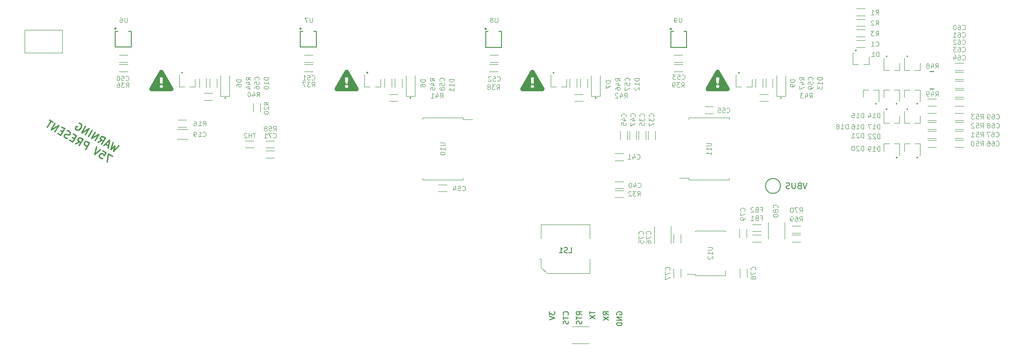
<source format=gbr>
G04 #@! TF.GenerationSoftware,KiCad,Pcbnew,(5.0.0-rc2-dev-296-g4594fedc2)*
G04 #@! TF.CreationDate,2018-05-02T00:47:15+09:30*
G04 #@! TF.ProjectId,zaphod-controller,7A6170686F642D636F6E74726F6C6C65,1.0*
G04 #@! TF.SameCoordinates,Original*
G04 #@! TF.FileFunction,Legend,Bot*
G04 #@! TF.FilePolarity,Positive*
%FSLAX46Y46*%
G04 Gerber Fmt 4.6, Leading zero omitted, Abs format (unit mm)*
G04 Created by KiCad (PCBNEW (5.0.0-rc2-dev-296-g4594fedc2)) date 05/02/18 00:47:15*
%MOMM*%
%LPD*%
G01*
G04 APERTURE LIST*
%ADD10C,0.200000*%
%ADD11C,0.160000*%
%ADD12C,0.250000*%
%ADD13C,0.120000*%
%ADD14C,0.150000*%
%ADD15C,0.010000*%
G04 APERTURE END LIST*
D10*
X209116666Y-84497619D02*
X208750000Y-85597619D01*
X208383333Y-84497619D01*
X207650000Y-85021428D02*
X207492857Y-85073809D01*
X207440476Y-85126190D01*
X207388095Y-85230952D01*
X207388095Y-85388095D01*
X207440476Y-85492857D01*
X207492857Y-85545238D01*
X207597619Y-85597619D01*
X208016666Y-85597619D01*
X208016666Y-84497619D01*
X207650000Y-84497619D01*
X207545238Y-84550000D01*
X207492857Y-84602380D01*
X207440476Y-84707142D01*
X207440476Y-84811904D01*
X207492857Y-84916666D01*
X207545238Y-84969047D01*
X207650000Y-85021428D01*
X208016666Y-85021428D01*
X206916666Y-84497619D02*
X206916666Y-85388095D01*
X206864285Y-85492857D01*
X206811904Y-85545238D01*
X206707142Y-85597619D01*
X206497619Y-85597619D01*
X206392857Y-85545238D01*
X206340476Y-85492857D01*
X206288095Y-85388095D01*
X206288095Y-84497619D01*
X205816666Y-85545238D02*
X205659523Y-85597619D01*
X205397619Y-85597619D01*
X205292857Y-85545238D01*
X205240476Y-85492857D01*
X205188095Y-85388095D01*
X205188095Y-85283333D01*
X205240476Y-85178571D01*
X205292857Y-85126190D01*
X205397619Y-85073809D01*
X205607142Y-85021428D01*
X205711904Y-84969047D01*
X205764285Y-84916666D01*
X205816666Y-84811904D01*
X205816666Y-84707142D01*
X205764285Y-84602380D01*
X205711904Y-84550000D01*
X205607142Y-84497619D01*
X205345238Y-84497619D01*
X205188095Y-84550000D01*
D11*
X160452380Y-108846857D02*
X160452380Y-109465904D01*
X160833333Y-109132571D01*
X160833333Y-109275428D01*
X160880952Y-109370666D01*
X160928571Y-109418285D01*
X161023809Y-109465904D01*
X161261904Y-109465904D01*
X161357142Y-109418285D01*
X161404761Y-109370666D01*
X161452380Y-109275428D01*
X161452380Y-108989714D01*
X161404761Y-108894476D01*
X161357142Y-108846857D01*
X160452380Y-109751619D02*
X161452380Y-110084952D01*
X160452380Y-110418285D01*
X163957142Y-109513523D02*
X164004761Y-109465904D01*
X164052380Y-109323047D01*
X164052380Y-109227809D01*
X164004761Y-109084952D01*
X163909523Y-108989714D01*
X163814285Y-108942095D01*
X163623809Y-108894476D01*
X163480952Y-108894476D01*
X163290476Y-108942095D01*
X163195238Y-108989714D01*
X163100000Y-109084952D01*
X163052380Y-109227809D01*
X163052380Y-109323047D01*
X163100000Y-109465904D01*
X163147619Y-109513523D01*
X163052380Y-109799238D02*
X163052380Y-110370666D01*
X164052380Y-110084952D02*
X163052380Y-110084952D01*
X164004761Y-110656380D02*
X164052380Y-110799238D01*
X164052380Y-111037333D01*
X164004761Y-111132571D01*
X163957142Y-111180190D01*
X163861904Y-111227809D01*
X163766666Y-111227809D01*
X163671428Y-111180190D01*
X163623809Y-111132571D01*
X163576190Y-111037333D01*
X163528571Y-110846857D01*
X163480952Y-110751619D01*
X163433333Y-110704000D01*
X163338095Y-110656380D01*
X163242857Y-110656380D01*
X163147619Y-110704000D01*
X163100000Y-110751619D01*
X163052380Y-110846857D01*
X163052380Y-111084952D01*
X163100000Y-111227809D01*
X166577380Y-109513523D02*
X166101190Y-109180190D01*
X166577380Y-108942095D02*
X165577380Y-108942095D01*
X165577380Y-109323047D01*
X165625000Y-109418285D01*
X165672619Y-109465904D01*
X165767857Y-109513523D01*
X165910714Y-109513523D01*
X166005952Y-109465904D01*
X166053571Y-109418285D01*
X166101190Y-109323047D01*
X166101190Y-108942095D01*
X165577380Y-109799238D02*
X165577380Y-110370666D01*
X166577380Y-110084952D02*
X165577380Y-110084952D01*
X166529761Y-110656380D02*
X166577380Y-110799238D01*
X166577380Y-111037333D01*
X166529761Y-111132571D01*
X166482142Y-111180190D01*
X166386904Y-111227809D01*
X166291666Y-111227809D01*
X166196428Y-111180190D01*
X166148809Y-111132571D01*
X166101190Y-111037333D01*
X166053571Y-110846857D01*
X166005952Y-110751619D01*
X165958333Y-110704000D01*
X165863095Y-110656380D01*
X165767857Y-110656380D01*
X165672619Y-110704000D01*
X165625000Y-110751619D01*
X165577380Y-110846857D01*
X165577380Y-111084952D01*
X165625000Y-111227809D01*
X168102380Y-108799238D02*
X168102380Y-109370666D01*
X169102380Y-109084952D02*
X168102380Y-109084952D01*
X168102380Y-109608761D02*
X169102380Y-110275428D01*
X168102380Y-110275428D02*
X169102380Y-109608761D01*
X171627380Y-109513523D02*
X171151190Y-109180190D01*
X171627380Y-108942095D02*
X170627380Y-108942095D01*
X170627380Y-109323047D01*
X170675000Y-109418285D01*
X170722619Y-109465904D01*
X170817857Y-109513523D01*
X170960714Y-109513523D01*
X171055952Y-109465904D01*
X171103571Y-109418285D01*
X171151190Y-109323047D01*
X171151190Y-108942095D01*
X170627380Y-109846857D02*
X171627380Y-110513523D01*
X170627380Y-110513523D02*
X171627380Y-109846857D01*
X173200000Y-109465904D02*
X173152380Y-109370666D01*
X173152380Y-109227809D01*
X173200000Y-109084952D01*
X173295238Y-108989714D01*
X173390476Y-108942095D01*
X173580952Y-108894476D01*
X173723809Y-108894476D01*
X173914285Y-108942095D01*
X174009523Y-108989714D01*
X174104761Y-109084952D01*
X174152380Y-109227809D01*
X174152380Y-109323047D01*
X174104761Y-109465904D01*
X174057142Y-109513523D01*
X173723809Y-109513523D01*
X173723809Y-109323047D01*
X174152380Y-109942095D02*
X173152380Y-109942095D01*
X174152380Y-110513523D01*
X173152380Y-110513523D01*
X174152380Y-110989714D02*
X173152380Y-110989714D01*
X173152380Y-111227809D01*
X173200000Y-111370666D01*
X173295238Y-111465904D01*
X173390476Y-111513523D01*
X173580952Y-111561142D01*
X173723809Y-111561142D01*
X173914285Y-111513523D01*
X174009523Y-111465904D01*
X174104761Y-111370666D01*
X174152380Y-111227809D01*
X174152380Y-110989714D01*
D12*
X79056899Y-77437217D02*
X78068223Y-78482986D01*
X78337283Y-77483627D01*
X77606343Y-78216319D01*
X78017668Y-76837217D01*
X77113523Y-77469909D02*
X76536173Y-77136575D01*
X77028993Y-77882986D02*
X77324848Y-76437217D01*
X76220703Y-77416319D01*
X75123737Y-76782986D02*
X75861216Y-76438969D01*
X75816557Y-77182986D02*
X76516557Y-75970550D01*
X76054677Y-75703883D01*
X75905874Y-75694952D01*
X75814805Y-75719353D01*
X75690404Y-75801490D01*
X75590404Y-75974695D01*
X75581472Y-76123499D01*
X75605874Y-76214567D01*
X75688011Y-76338969D01*
X76149891Y-76605635D01*
X74604122Y-76482986D02*
X75304122Y-75270550D01*
X73911302Y-76082986D01*
X74611302Y-74870550D01*
X73333951Y-75749652D02*
X74033951Y-74537217D01*
X72756601Y-75416319D02*
X73456601Y-74203883D01*
X72063781Y-75016319D01*
X72763781Y-73803883D01*
X71518012Y-73161618D02*
X71666815Y-73170550D01*
X71840020Y-73270550D01*
X71979892Y-73428285D01*
X72028695Y-73610422D01*
X72019764Y-73759225D01*
X71944165Y-74023499D01*
X71844165Y-74196704D01*
X71653097Y-74394310D01*
X71528695Y-74476447D01*
X71346559Y-74525251D01*
X71140020Y-74482986D01*
X71024550Y-74416319D01*
X70884678Y-74258584D01*
X70860277Y-74167516D01*
X71093610Y-73763370D01*
X71324550Y-73896704D01*
X77881899Y-79472377D02*
X77073608Y-79005710D01*
X76893223Y-80518146D01*
X76034378Y-78405710D02*
X76611728Y-78739043D01*
X76336130Y-79349727D01*
X76311728Y-79258659D01*
X76229591Y-79134257D01*
X75940916Y-78967590D01*
X75792113Y-78958659D01*
X75701044Y-78983060D01*
X75576643Y-79065197D01*
X75409976Y-79353872D01*
X75401044Y-79502676D01*
X75425446Y-79593744D01*
X75507583Y-79718146D01*
X75796258Y-79884812D01*
X75945061Y-79893744D01*
X76036130Y-79869342D01*
X75630233Y-78172377D02*
X74526087Y-79151479D01*
X74821942Y-77705710D01*
X72794037Y-78151479D02*
X73494037Y-76939043D01*
X73032156Y-76672377D01*
X72883353Y-76663445D01*
X72792285Y-76687847D01*
X72667883Y-76769983D01*
X72567883Y-76943189D01*
X72558951Y-77091992D01*
X72583353Y-77183060D01*
X72665490Y-77307462D01*
X73127370Y-77574129D01*
X70888781Y-77051479D02*
X71626259Y-76707462D01*
X71581601Y-77451479D02*
X72281601Y-76239043D01*
X71819721Y-75972377D01*
X71670917Y-75963445D01*
X71579849Y-75987847D01*
X71455447Y-76069983D01*
X71355447Y-76243189D01*
X71346516Y-76391992D01*
X71370917Y-76483060D01*
X71453054Y-76607462D01*
X71914934Y-76874129D01*
X70735832Y-76116394D02*
X70331687Y-75883060D01*
X69791815Y-76418146D02*
X70369165Y-76751479D01*
X71069165Y-75539043D01*
X70491815Y-75205710D01*
X69363268Y-76093744D02*
X69156730Y-76051479D01*
X68868055Y-75884812D01*
X68785918Y-75760411D01*
X68761516Y-75669342D01*
X68770448Y-75520539D01*
X68837115Y-75405069D01*
X68961516Y-75322932D01*
X69052585Y-75298530D01*
X69201388Y-75307462D01*
X69465662Y-75383060D01*
X69614465Y-75391992D01*
X69705533Y-75367590D01*
X69829935Y-75285454D01*
X69896602Y-75169983D01*
X69905533Y-75021180D01*
X69881132Y-74930112D01*
X69798995Y-74805710D01*
X69510320Y-74639043D01*
X69303781Y-74596778D01*
X68484166Y-74816394D02*
X68080021Y-74583060D01*
X67540149Y-75118146D02*
X68117499Y-75451479D01*
X68817499Y-74239043D01*
X68240149Y-73905710D01*
X67020534Y-74818146D02*
X67720534Y-73605710D01*
X66327714Y-74418146D01*
X67027714Y-73205710D01*
X66623568Y-72972377D02*
X65930748Y-72572377D01*
X65577158Y-73984812D02*
X66277158Y-72772377D01*
D13*
X144098040Y-72482337D02*
X145903040Y-72482337D01*
X136498040Y-72147337D02*
X136498040Y-72482337D01*
X144098040Y-72147337D02*
X136498040Y-72147337D01*
X144098040Y-72482337D02*
X144098040Y-72147337D01*
X136498040Y-83907337D02*
X136498040Y-83572337D01*
X144098040Y-83907337D02*
X136498040Y-83907337D01*
X144098040Y-83572337D02*
X144098040Y-83907337D01*
X186801960Y-83617663D02*
X184996960Y-83617663D01*
X194401960Y-83952663D02*
X194401960Y-83617663D01*
X186801960Y-83952663D02*
X194401960Y-83952663D01*
X186801960Y-83617663D02*
X186801960Y-83952663D01*
X194401960Y-72192663D02*
X194401960Y-72527663D01*
X186801960Y-72192663D02*
X194401960Y-72192663D01*
X186801960Y-72527663D02*
X186801960Y-72192663D01*
D14*
X204114214Y-85100000D02*
G75*
G03X204114214Y-85100000I-1414214J0D01*
G01*
D13*
X167895000Y-111715000D02*
X164675000Y-111715000D01*
X167895000Y-114885000D02*
X164675000Y-114885000D01*
X230500000Y-73200000D02*
X229485000Y-73200000D01*
X230500000Y-71800000D02*
X230500000Y-73200000D01*
X227500000Y-73200000D02*
X228515000Y-73200000D01*
X227500000Y-70945000D02*
X227500000Y-73200000D01*
D10*
X228150000Y-70565000D02*
G75*
G03X228150000Y-70565000I-100000J0D01*
G01*
D13*
X220790663Y-62073091D02*
X219775663Y-62073091D01*
X220790663Y-60673091D02*
X220790663Y-62073091D01*
X217790663Y-62073091D02*
X218805663Y-62073091D01*
X217790663Y-59818091D02*
X217790663Y-62073091D01*
D10*
X218440663Y-59438091D02*
G75*
G03X218440663Y-59438091I-100000J0D01*
G01*
D13*
X93500000Y-66298040D02*
X92485000Y-66298040D01*
X93500000Y-64898040D02*
X93500000Y-66298040D01*
X90500000Y-66298040D02*
X91515000Y-66298040D01*
X90500000Y-64043040D02*
X90500000Y-66298040D01*
D10*
X91150000Y-63663040D02*
G75*
G03X91150000Y-63663040I-100000J0D01*
G01*
D13*
X163700000Y-66300000D02*
X162685000Y-66300000D01*
X163700000Y-64900000D02*
X163700000Y-66300000D01*
X160700000Y-66300000D02*
X161715000Y-66300000D01*
X160700000Y-64045000D02*
X160700000Y-66300000D01*
D10*
X161350000Y-63665000D02*
G75*
G03X161350000Y-63665000I-100000J0D01*
G01*
D13*
X128500000Y-66300000D02*
X127485000Y-66300000D01*
X128500000Y-64900000D02*
X128500000Y-66300000D01*
X125500000Y-66300000D02*
X126515000Y-66300000D01*
X125500000Y-64045000D02*
X125500000Y-66300000D01*
D10*
X126150000Y-63665000D02*
G75*
G03X126150000Y-63665000I-100000J0D01*
G01*
D13*
X198700000Y-66300000D02*
X197685000Y-66300000D01*
X198700000Y-64900000D02*
X198700000Y-66300000D01*
X195700000Y-66300000D02*
X196715000Y-66300000D01*
X195700000Y-64045000D02*
X195700000Y-66300000D01*
D10*
X196350000Y-63665000D02*
G75*
G03X196350000Y-63665000I-100000J0D01*
G01*
D13*
X230500000Y-63200000D02*
X229485000Y-63200000D01*
X230500000Y-61800000D02*
X230500000Y-63200000D01*
X227500000Y-63200000D02*
X228515000Y-63200000D01*
X227500000Y-60945000D02*
X227500000Y-63200000D01*
D10*
X228150000Y-60565000D02*
G75*
G03X228150000Y-60565000I-100000J0D01*
G01*
D13*
X226600000Y-63200000D02*
X225585000Y-63200000D01*
X226600000Y-61800000D02*
X226600000Y-63200000D01*
X223600000Y-63200000D02*
X224615000Y-63200000D01*
X223600000Y-60945000D02*
X223600000Y-63200000D01*
D10*
X224250000Y-60565000D02*
G75*
G03X224250000Y-60565000I-100000J0D01*
G01*
D13*
X223600000Y-66900000D02*
X224615000Y-66900000D01*
X223600000Y-68300000D02*
X223600000Y-66900000D01*
X226600000Y-66900000D02*
X225585000Y-66900000D01*
X226600000Y-69155000D02*
X226600000Y-66900000D01*
D10*
X226150000Y-69535000D02*
G75*
G03X226150000Y-69535000I-100000J0D01*
G01*
D13*
X227500000Y-66900000D02*
X228515000Y-66900000D01*
X227500000Y-68300000D02*
X227500000Y-66900000D01*
X230500000Y-66900000D02*
X229485000Y-66900000D01*
X230500000Y-69155000D02*
X230500000Y-66900000D01*
D10*
X230050000Y-69535000D02*
G75*
G03X230050000Y-69535000I-100000J0D01*
G01*
D13*
X219700000Y-66900000D02*
X220715000Y-66900000D01*
X219700000Y-68300000D02*
X219700000Y-66900000D01*
X222700000Y-66900000D02*
X221685000Y-66900000D01*
X222700000Y-69155000D02*
X222700000Y-66900000D01*
D10*
X222250000Y-69535000D02*
G75*
G03X222250000Y-69535000I-100000J0D01*
G01*
D13*
X227500000Y-77100000D02*
X228515000Y-77100000D01*
X227500000Y-78500000D02*
X227500000Y-77100000D01*
X230500000Y-77100000D02*
X229485000Y-77100000D01*
X230500000Y-79355000D02*
X230500000Y-77100000D01*
D10*
X230050000Y-79735000D02*
G75*
G03X230050000Y-79735000I-100000J0D01*
G01*
D13*
X223600000Y-77100000D02*
X224615000Y-77100000D01*
X223600000Y-78500000D02*
X223600000Y-77100000D01*
X226600000Y-77100000D02*
X225585000Y-77100000D01*
X226600000Y-79355000D02*
X226600000Y-77100000D01*
D10*
X226150000Y-79735000D02*
G75*
G03X226150000Y-79735000I-100000J0D01*
G01*
D13*
X226600000Y-73200000D02*
X225585000Y-73200000D01*
X226600000Y-71800000D02*
X226600000Y-73200000D01*
X223600000Y-73200000D02*
X224615000Y-73200000D01*
X223600000Y-70945000D02*
X223600000Y-73200000D01*
D10*
X224250000Y-70565000D02*
G75*
G03X224250000Y-70565000I-100000J0D01*
G01*
D13*
X188050000Y-101775000D02*
X186460000Y-101775000D01*
X193650000Y-102050000D02*
X193650000Y-101125000D01*
X188050000Y-102050000D02*
X193650000Y-102050000D01*
X188050000Y-101775000D02*
X188050000Y-102050000D01*
X193650000Y-93550000D02*
X193650000Y-93750000D01*
X188050000Y-93550000D02*
X193650000Y-93550000D01*
X188050000Y-93750000D02*
X188050000Y-93550000D01*
D14*
X81450000Y-55800000D02*
X80950000Y-55800000D01*
D12*
X78550000Y-55300000D02*
G75*
G03X78550000Y-55300000I-100000J0D01*
G01*
D14*
X78950000Y-55800000D02*
X78450000Y-55800000D01*
X81450000Y-58800000D02*
X81450000Y-55800000D01*
X78450000Y-58800000D02*
X81450000Y-58800000D01*
X78450000Y-55800000D02*
X78450000Y-58800000D01*
X116426700Y-55821584D02*
X115926700Y-55821584D01*
D12*
X113526700Y-55321584D02*
G75*
G03X113526700Y-55321584I-100000J0D01*
G01*
D14*
X113926700Y-55821584D02*
X113426700Y-55821584D01*
X116426700Y-58821584D02*
X116426700Y-55821584D01*
X113426700Y-58821584D02*
X116426700Y-58821584D01*
X113426700Y-55821584D02*
X113426700Y-58821584D01*
X151400000Y-55850000D02*
X150900000Y-55850000D01*
D12*
X148500000Y-55350000D02*
G75*
G03X148500000Y-55350000I-100000J0D01*
G01*
D14*
X148900000Y-55850000D02*
X148400000Y-55850000D01*
X151400000Y-58850000D02*
X151400000Y-55850000D01*
X148400000Y-58850000D02*
X151400000Y-58850000D01*
X148400000Y-55850000D02*
X148400000Y-58850000D01*
X186400000Y-55850000D02*
X185900000Y-55850000D01*
D12*
X183500000Y-55350000D02*
G75*
G03X183500000Y-55350000I-100000J0D01*
G01*
D14*
X183900000Y-55850000D02*
X183400000Y-55850000D01*
X186400000Y-58850000D02*
X186400000Y-55850000D01*
X183400000Y-58850000D02*
X186400000Y-58850000D01*
X183400000Y-55850000D02*
X183400000Y-58850000D01*
D13*
X158890000Y-100500000D02*
X160000000Y-101610000D01*
X158890000Y-98960000D02*
X158890000Y-100500000D01*
X160000000Y-101610000D02*
X168110000Y-101610000D01*
X168110000Y-101610000D02*
X168110000Y-98960000D01*
X168110000Y-95040000D02*
X168110000Y-92390000D01*
X168110000Y-92390000D02*
X158890000Y-92390000D01*
X158890000Y-92390000D02*
X158890000Y-95040000D01*
X158890000Y-98960000D02*
X158560000Y-98960000D01*
D14*
X232300000Y-63475000D02*
X233100000Y-63475000D01*
X232300000Y-66725000D02*
X233100000Y-66725000D01*
D15*
G36*
X192179262Y-63124821D02*
X192166803Y-63125365D01*
X192158513Y-63126070D01*
X192151656Y-63126913D01*
X192144397Y-63127908D01*
X192137682Y-63128915D01*
X192132455Y-63129793D01*
X192129687Y-63130390D01*
X192128456Y-63130779D01*
X192126670Y-63131116D01*
X192123800Y-63131604D01*
X192119626Y-63132435D01*
X192113644Y-63133785D01*
X192107320Y-63135311D01*
X192102633Y-63136529D01*
X192100261Y-63137122D01*
X192100093Y-63137156D01*
X192098157Y-63137752D01*
X192094019Y-63139129D01*
X192089933Y-63140522D01*
X192084777Y-63142268D01*
X192081048Y-63143480D01*
X192079773Y-63143844D01*
X192077743Y-63144470D01*
X192074160Y-63145774D01*
X192070522Y-63147063D01*
X192068563Y-63147586D01*
X192066651Y-63148212D01*
X192062773Y-63149794D01*
X192060630Y-63150723D01*
X192053386Y-63153869D01*
X192048270Y-63155977D01*
X192045906Y-63156814D01*
X192043559Y-63157800D01*
X192039137Y-63159957D01*
X192033532Y-63162819D01*
X192027634Y-63165922D01*
X192022337Y-63168803D01*
X192018531Y-63170998D01*
X192017966Y-63171353D01*
X192013798Y-63173918D01*
X192010522Y-63175713D01*
X192010346Y-63175795D01*
X192006705Y-63177775D01*
X192001552Y-63180965D01*
X191995767Y-63184773D01*
X191990228Y-63188605D01*
X191985815Y-63191868D01*
X191983405Y-63193970D01*
X191983392Y-63193986D01*
X191980656Y-63196220D01*
X191979129Y-63196693D01*
X191976776Y-63197827D01*
X191973362Y-63200660D01*
X191972247Y-63201773D01*
X191968829Y-63204954D01*
X191966211Y-63206723D01*
X191965713Y-63206853D01*
X191964063Y-63207967D01*
X191960561Y-63211014D01*
X191955658Y-63215549D01*
X191949803Y-63221128D01*
X191943447Y-63227308D01*
X191937041Y-63233644D01*
X191931035Y-63239693D01*
X191925880Y-63245011D01*
X191922026Y-63249152D01*
X191919923Y-63251675D01*
X191919684Y-63252222D01*
X191919141Y-63253771D01*
X191916854Y-63256553D01*
X191916687Y-63256725D01*
X191910985Y-63262745D01*
X191906535Y-63267813D01*
X191903716Y-63271468D01*
X191902911Y-63273252D01*
X191902943Y-63273298D01*
X191902405Y-63274820D01*
X191900290Y-63277117D01*
X191897747Y-63280090D01*
X191896893Y-63282173D01*
X191895754Y-63284593D01*
X191892981Y-63287826D01*
X191892667Y-63288127D01*
X191890036Y-63290961D01*
X191889114Y-63292717D01*
X191889171Y-63292828D01*
X191888669Y-63294478D01*
X191886628Y-63298024D01*
X191884084Y-63301835D01*
X191880987Y-63306379D01*
X191878877Y-63309741D01*
X191878267Y-63311009D01*
X191877437Y-63312839D01*
X191875321Y-63316516D01*
X191873745Y-63319070D01*
X191871177Y-63323340D01*
X191869620Y-63326325D01*
X191869391Y-63327080D01*
X191868541Y-63328864D01*
X191867260Y-63330466D01*
X191865447Y-63332912D01*
X191865129Y-63333853D01*
X191864394Y-63335720D01*
X191862243Y-63339703D01*
X191859093Y-63345071D01*
X191855359Y-63351091D01*
X191854972Y-63351697D01*
X191852747Y-63355500D01*
X191851709Y-63357560D01*
X191850146Y-63360475D01*
X191847528Y-63364866D01*
X191846273Y-63366873D01*
X191843717Y-63371027D01*
X191842117Y-63373876D01*
X191841860Y-63374493D01*
X191840956Y-63376346D01*
X191838708Y-63380258D01*
X191835589Y-63385432D01*
X191832073Y-63391070D01*
X191831266Y-63392337D01*
X191829040Y-63396140D01*
X191828003Y-63398200D01*
X191826405Y-63401226D01*
X191823866Y-63405550D01*
X191823180Y-63406666D01*
X191820911Y-63410616D01*
X191819724Y-63413286D01*
X191819669Y-63413685D01*
X191818796Y-63415632D01*
X191817004Y-63417918D01*
X191814903Y-63420603D01*
X191814329Y-63421906D01*
X191813594Y-63423773D01*
X191811443Y-63427756D01*
X191808293Y-63433124D01*
X191804559Y-63439145D01*
X191804172Y-63439750D01*
X191801947Y-63443554D01*
X191800909Y-63445613D01*
X191799346Y-63448528D01*
X191796728Y-63452919D01*
X191795473Y-63454926D01*
X191792917Y-63459081D01*
X191791317Y-63461930D01*
X191791060Y-63462546D01*
X191790156Y-63464399D01*
X191787908Y-63468311D01*
X191784789Y-63473485D01*
X191781273Y-63479124D01*
X191780466Y-63480390D01*
X191778240Y-63484194D01*
X191777203Y-63486253D01*
X191775649Y-63489180D01*
X191773062Y-63493586D01*
X191771845Y-63495566D01*
X191769514Y-63499568D01*
X191768336Y-63502126D01*
X191768335Y-63502585D01*
X191767906Y-63503831D01*
X191766204Y-63505972D01*
X191764103Y-63508657D01*
X191763529Y-63509960D01*
X191762794Y-63511826D01*
X191760643Y-63515809D01*
X191757493Y-63521177D01*
X191753759Y-63527198D01*
X191753372Y-63527804D01*
X191751147Y-63531607D01*
X191750109Y-63533666D01*
X191748546Y-63536582D01*
X191745928Y-63540973D01*
X191744673Y-63542980D01*
X191742117Y-63547134D01*
X191740517Y-63549983D01*
X191740260Y-63550600D01*
X191739356Y-63552452D01*
X191737108Y-63556365D01*
X191733989Y-63561539D01*
X191730473Y-63567177D01*
X191729666Y-63568444D01*
X191727440Y-63572247D01*
X191726403Y-63574306D01*
X191724805Y-63577333D01*
X191722266Y-63581657D01*
X191721580Y-63582773D01*
X191719311Y-63586723D01*
X191718124Y-63589393D01*
X191718069Y-63589792D01*
X191717196Y-63591739D01*
X191715404Y-63594025D01*
X191713303Y-63596710D01*
X191712729Y-63598013D01*
X191711994Y-63599880D01*
X191709843Y-63603863D01*
X191706693Y-63609231D01*
X191702959Y-63615251D01*
X191702572Y-63615857D01*
X191700347Y-63619660D01*
X191699309Y-63621720D01*
X191697746Y-63624635D01*
X191695128Y-63629026D01*
X191693873Y-63631033D01*
X191691317Y-63635187D01*
X191689717Y-63638036D01*
X191689460Y-63638653D01*
X191688556Y-63640506D01*
X191686308Y-63644418D01*
X191683189Y-63649592D01*
X191679673Y-63655230D01*
X191678866Y-63656497D01*
X191676640Y-63660300D01*
X191675603Y-63662360D01*
X191674005Y-63665386D01*
X191671466Y-63669710D01*
X191670780Y-63670826D01*
X191668364Y-63674959D01*
X191666882Y-63677965D01*
X191666725Y-63678446D01*
X191665369Y-63681025D01*
X191664060Y-63682680D01*
X191662247Y-63685126D01*
X191661929Y-63686066D01*
X191661194Y-63687933D01*
X191659043Y-63691916D01*
X191655893Y-63697284D01*
X191652159Y-63703305D01*
X191651772Y-63703910D01*
X191649547Y-63707714D01*
X191648509Y-63709773D01*
X191646946Y-63712688D01*
X191644328Y-63717079D01*
X191643073Y-63719086D01*
X191640517Y-63723241D01*
X191638917Y-63726090D01*
X191638660Y-63726706D01*
X191637756Y-63728559D01*
X191635508Y-63732471D01*
X191632389Y-63737645D01*
X191628873Y-63743284D01*
X191628066Y-63744550D01*
X191625840Y-63748354D01*
X191624803Y-63750413D01*
X191623205Y-63753440D01*
X191620666Y-63757764D01*
X191619980Y-63758880D01*
X191617564Y-63763013D01*
X191616082Y-63766018D01*
X191615925Y-63766500D01*
X191614569Y-63769078D01*
X191613260Y-63770733D01*
X191611166Y-63773635D01*
X191610595Y-63774966D01*
X191609526Y-63777382D01*
X191607314Y-63781318D01*
X191606540Y-63782586D01*
X191603897Y-63786993D01*
X191601962Y-63790496D01*
X191601692Y-63791053D01*
X191600092Y-63794098D01*
X191597590Y-63798444D01*
X191596946Y-63799520D01*
X191593787Y-63804858D01*
X191590829Y-63810031D01*
X191590554Y-63810526D01*
X191587359Y-63816091D01*
X191583192Y-63823058D01*
X191578923Y-63829986D01*
X191577266Y-63832604D01*
X191575040Y-63836407D01*
X191574003Y-63838466D01*
X191572405Y-63841493D01*
X191569866Y-63845817D01*
X191569180Y-63846933D01*
X191566764Y-63851066D01*
X191565282Y-63854072D01*
X191565125Y-63854553D01*
X191563769Y-63857132D01*
X191562460Y-63858786D01*
X191560647Y-63861232D01*
X191560329Y-63862173D01*
X191559592Y-63864046D01*
X191557425Y-63868055D01*
X191554234Y-63873489D01*
X191550421Y-63879637D01*
X191550179Y-63880017D01*
X191547658Y-63884337D01*
X191546417Y-63886726D01*
X191544647Y-63890038D01*
X191541841Y-63894954D01*
X191539699Y-63898580D01*
X191536080Y-63904748D01*
X191532522Y-63911019D01*
X191530987Y-63913820D01*
X191528144Y-63918700D01*
X191525441Y-63922696D01*
X191524747Y-63923556D01*
X191523161Y-63925810D01*
X191523263Y-63926520D01*
X191522972Y-63927763D01*
X191521099Y-63931005D01*
X191518433Y-63934986D01*
X191515503Y-63939390D01*
X191513780Y-63942452D01*
X191513603Y-63943453D01*
X191513518Y-63944486D01*
X191512043Y-63946416D01*
X191510023Y-63949032D01*
X191509529Y-63950226D01*
X191508799Y-63952022D01*
X191506750Y-63955670D01*
X191505175Y-63958236D01*
X191502557Y-63962665D01*
X191500925Y-63965970D01*
X191500653Y-63966919D01*
X191499494Y-63969164D01*
X191498167Y-63970501D01*
X191496231Y-63972724D01*
X191495991Y-63973672D01*
X191495338Y-63975735D01*
X191492870Y-63980311D01*
X191488532Y-63987503D01*
X191485854Y-63991777D01*
X191483744Y-63995354D01*
X191481021Y-64000257D01*
X191480154Y-64001873D01*
X191477328Y-64006759D01*
X191474635Y-64010756D01*
X191473947Y-64011610D01*
X191472361Y-64013864D01*
X191472463Y-64014573D01*
X191472172Y-64015817D01*
X191470299Y-64019058D01*
X191467633Y-64023039D01*
X191464703Y-64027443D01*
X191462980Y-64030505D01*
X191462803Y-64031506D01*
X191462718Y-64032539D01*
X191461243Y-64034470D01*
X191458975Y-64037481D01*
X191458195Y-64039126D01*
X191457123Y-64041507D01*
X191454868Y-64045471D01*
X191453841Y-64047136D01*
X191451402Y-64051317D01*
X191449993Y-64054354D01*
X191449853Y-64054972D01*
X191448694Y-64057217D01*
X191447367Y-64058555D01*
X191445431Y-64060778D01*
X191445191Y-64061725D01*
X191444474Y-64063892D01*
X191441966Y-64068546D01*
X191437824Y-64075406D01*
X191435026Y-64079830D01*
X191432800Y-64083634D01*
X191431763Y-64085693D01*
X191430200Y-64088608D01*
X191427581Y-64092999D01*
X191426326Y-64095006D01*
X191423771Y-64099161D01*
X191422170Y-64102010D01*
X191421913Y-64102626D01*
X191421008Y-64104429D01*
X191418838Y-64108046D01*
X191417446Y-64110246D01*
X191414786Y-64114605D01*
X191413043Y-64117877D01*
X191412725Y-64118713D01*
X191411369Y-64121292D01*
X191410060Y-64122946D01*
X191408247Y-64125392D01*
X191407929Y-64126333D01*
X191407199Y-64128129D01*
X191405150Y-64131777D01*
X191403575Y-64134343D01*
X191400957Y-64138771D01*
X191399325Y-64142077D01*
X191399053Y-64143025D01*
X191397894Y-64145270D01*
X191396567Y-64146608D01*
X191394631Y-64148831D01*
X191394391Y-64149779D01*
X191393674Y-64151946D01*
X191391166Y-64156600D01*
X191387024Y-64163459D01*
X191384226Y-64167884D01*
X191382000Y-64171687D01*
X191380963Y-64173746D01*
X191379400Y-64176662D01*
X191376781Y-64181053D01*
X191375526Y-64183060D01*
X191372971Y-64187214D01*
X191371370Y-64190063D01*
X191371113Y-64190680D01*
X191370209Y-64192464D01*
X191368008Y-64196139D01*
X191366112Y-64199146D01*
X191363412Y-64203545D01*
X191361711Y-64206684D01*
X191361391Y-64207613D01*
X191360518Y-64209361D01*
X191358716Y-64211601D01*
X191356830Y-64214034D01*
X191356585Y-64214987D01*
X191356180Y-64216410D01*
X191354366Y-64219782D01*
X191352775Y-64222396D01*
X191350157Y-64226825D01*
X191348525Y-64230130D01*
X191348253Y-64231079D01*
X191347094Y-64233324D01*
X191345767Y-64234661D01*
X191343831Y-64236884D01*
X191343591Y-64237832D01*
X191342874Y-64239999D01*
X191340366Y-64244653D01*
X191336224Y-64251512D01*
X191333426Y-64255937D01*
X191331200Y-64259740D01*
X191330163Y-64261800D01*
X191328600Y-64264715D01*
X191325981Y-64269106D01*
X191324726Y-64271113D01*
X191322171Y-64275267D01*
X191320570Y-64278116D01*
X191320313Y-64278733D01*
X191319408Y-64280536D01*
X191317238Y-64284152D01*
X191315846Y-64286353D01*
X191313186Y-64290712D01*
X191311443Y-64293983D01*
X191311125Y-64294820D01*
X191309784Y-64297322D01*
X191308077Y-64299476D01*
X191306414Y-64301722D01*
X191306453Y-64302440D01*
X191306297Y-64303676D01*
X191304636Y-64306776D01*
X191303752Y-64308173D01*
X191300586Y-64313165D01*
X191297450Y-64318371D01*
X191294881Y-64322867D01*
X191293421Y-64325726D01*
X191293275Y-64326146D01*
X191292344Y-64327991D01*
X191290104Y-64331858D01*
X191287056Y-64336907D01*
X191283702Y-64342299D01*
X191282626Y-64343990D01*
X191280400Y-64347794D01*
X191279363Y-64349853D01*
X191277800Y-64352768D01*
X191275181Y-64357159D01*
X191273926Y-64359166D01*
X191271371Y-64363321D01*
X191269770Y-64366170D01*
X191269513Y-64366786D01*
X191268608Y-64368589D01*
X191266438Y-64372206D01*
X191265046Y-64374406D01*
X191262386Y-64378765D01*
X191260643Y-64382037D01*
X191260325Y-64382873D01*
X191258984Y-64385375D01*
X191257277Y-64387530D01*
X191255614Y-64389775D01*
X191255653Y-64390493D01*
X191255497Y-64391730D01*
X191253836Y-64394830D01*
X191252952Y-64396226D01*
X191249786Y-64401219D01*
X191246650Y-64406425D01*
X191244081Y-64410920D01*
X191242621Y-64413780D01*
X191242475Y-64414200D01*
X191241544Y-64416044D01*
X191239304Y-64419911D01*
X191236256Y-64424961D01*
X191232902Y-64430352D01*
X191231826Y-64432044D01*
X191229600Y-64435847D01*
X191228563Y-64437906D01*
X191227000Y-64440822D01*
X191224381Y-64445213D01*
X191223126Y-64447220D01*
X191220571Y-64451374D01*
X191218970Y-64454223D01*
X191218713Y-64454840D01*
X191217808Y-64456642D01*
X191215638Y-64460259D01*
X191214246Y-64462460D01*
X191211586Y-64466819D01*
X191209843Y-64470090D01*
X191209525Y-64470926D01*
X191208174Y-64473479D01*
X191206735Y-64475297D01*
X191205159Y-64477785D01*
X191205204Y-64478866D01*
X191204844Y-64480492D01*
X191203514Y-64481899D01*
X191201362Y-64484368D01*
X191200933Y-64485560D01*
X191200083Y-64487763D01*
X191197914Y-64491688D01*
X191196333Y-64494243D01*
X191193670Y-64498512D01*
X191191954Y-64501497D01*
X191191620Y-64502253D01*
X191190716Y-64504106D01*
X191188468Y-64508018D01*
X191185349Y-64513192D01*
X191181833Y-64518830D01*
X191181026Y-64520097D01*
X191178800Y-64523900D01*
X191177763Y-64525960D01*
X191176200Y-64528875D01*
X191173581Y-64533266D01*
X191172326Y-64535273D01*
X191169771Y-64539427D01*
X191168170Y-64542276D01*
X191167913Y-64542893D01*
X191167008Y-64544696D01*
X191164838Y-64548312D01*
X191163446Y-64550513D01*
X191160786Y-64554872D01*
X191159043Y-64558143D01*
X191158725Y-64558980D01*
X191157374Y-64561532D01*
X191155935Y-64563350D01*
X191154359Y-64565838D01*
X191154404Y-64566919D01*
X191154044Y-64568545D01*
X191152714Y-64569952D01*
X191150562Y-64572422D01*
X191150133Y-64573614D01*
X191149283Y-64575816D01*
X191147114Y-64579742D01*
X191145533Y-64582296D01*
X191142870Y-64586565D01*
X191141154Y-64589550D01*
X191140820Y-64590306D01*
X191139916Y-64592159D01*
X191137668Y-64596071D01*
X191134549Y-64601245D01*
X191131033Y-64606884D01*
X191130226Y-64608150D01*
X191128000Y-64611954D01*
X191126963Y-64614013D01*
X191125400Y-64616928D01*
X191122781Y-64621319D01*
X191121526Y-64623326D01*
X191118971Y-64627481D01*
X191117370Y-64630330D01*
X191117113Y-64630946D01*
X191116208Y-64632749D01*
X191114038Y-64636366D01*
X191112646Y-64638566D01*
X191109986Y-64642925D01*
X191108243Y-64646197D01*
X191107925Y-64647033D01*
X191106574Y-64649585D01*
X191105135Y-64651404D01*
X191103559Y-64653891D01*
X191103604Y-64654972D01*
X191103244Y-64656598D01*
X191101914Y-64658006D01*
X191099762Y-64660475D01*
X191099333Y-64661667D01*
X191098483Y-64663869D01*
X191096314Y-64667795D01*
X191094733Y-64670350D01*
X191092070Y-64674618D01*
X191090354Y-64677603D01*
X191090020Y-64678360D01*
X191089116Y-64680212D01*
X191086868Y-64684125D01*
X191083749Y-64689299D01*
X191080233Y-64694937D01*
X191079426Y-64696204D01*
X191077200Y-64700007D01*
X191076163Y-64702066D01*
X191074600Y-64704982D01*
X191071981Y-64709373D01*
X191070726Y-64711380D01*
X191068171Y-64715534D01*
X191066570Y-64718383D01*
X191066313Y-64719000D01*
X191065409Y-64720794D01*
X191063224Y-64724439D01*
X191061600Y-64727009D01*
X191058943Y-64731427D01*
X191057281Y-64734731D01*
X191057000Y-64735692D01*
X191055839Y-64737922D01*
X191054419Y-64739353D01*
X191052693Y-64741471D01*
X191052729Y-64742387D01*
X191052476Y-64744161D01*
X191051198Y-64745955D01*
X191049315Y-64748457D01*
X191048942Y-64749480D01*
X191048198Y-64751259D01*
X191046105Y-64754922D01*
X191044221Y-64757946D01*
X191041468Y-64762352D01*
X191039644Y-64765492D01*
X191039220Y-64766413D01*
X191038316Y-64768266D01*
X191036068Y-64772178D01*
X191032949Y-64777352D01*
X191029433Y-64782990D01*
X191028626Y-64784257D01*
X191026400Y-64788060D01*
X191025363Y-64790120D01*
X191023800Y-64793035D01*
X191021181Y-64797426D01*
X191019926Y-64799433D01*
X191017371Y-64803587D01*
X191015770Y-64806436D01*
X191015513Y-64807053D01*
X191014609Y-64808847D01*
X191012424Y-64812492D01*
X191010800Y-64815063D01*
X191008143Y-64819481D01*
X191006481Y-64822784D01*
X191006200Y-64823745D01*
X191005039Y-64825976D01*
X191003619Y-64827407D01*
X191001893Y-64829525D01*
X191001929Y-64830440D01*
X191001676Y-64832215D01*
X191000398Y-64834009D01*
X190998515Y-64836511D01*
X190998142Y-64837533D01*
X190997398Y-64839312D01*
X190995305Y-64842976D01*
X190993421Y-64846000D01*
X190990668Y-64850406D01*
X190988844Y-64853545D01*
X190988420Y-64854466D01*
X190987516Y-64856319D01*
X190985268Y-64860231D01*
X190982149Y-64865405D01*
X190978633Y-64871044D01*
X190977826Y-64872310D01*
X190975600Y-64876114D01*
X190974563Y-64878173D01*
X190973000Y-64881088D01*
X190970381Y-64885479D01*
X190969126Y-64887486D01*
X190966571Y-64891641D01*
X190964970Y-64894490D01*
X190964713Y-64895106D01*
X190963809Y-64896900D01*
X190961624Y-64900545D01*
X190960000Y-64903116D01*
X190957343Y-64907534D01*
X190955681Y-64910838D01*
X190955400Y-64911799D01*
X190954239Y-64914029D01*
X190952819Y-64915460D01*
X190951093Y-64917578D01*
X190951129Y-64918493D01*
X190950809Y-64920237D01*
X190949054Y-64922663D01*
X190947100Y-64925158D01*
X190946798Y-64926187D01*
X190946370Y-64927605D01*
X190944511Y-64930995D01*
X190942621Y-64934053D01*
X190939868Y-64938459D01*
X190938044Y-64941599D01*
X190937620Y-64942520D01*
X190936716Y-64944372D01*
X190934468Y-64948285D01*
X190931349Y-64953459D01*
X190927833Y-64959097D01*
X190927026Y-64960364D01*
X190924800Y-64964167D01*
X190923763Y-64966226D01*
X190922200Y-64969142D01*
X190919581Y-64973533D01*
X190918326Y-64975540D01*
X190915759Y-64979696D01*
X190914132Y-64982545D01*
X190913858Y-64983160D01*
X190912867Y-64985298D01*
X190910596Y-64989368D01*
X190907584Y-64994447D01*
X190904368Y-64999608D01*
X190903381Y-65001133D01*
X190901284Y-65004680D01*
X190900536Y-65006693D01*
X190900680Y-65006866D01*
X190900474Y-65007923D01*
X190898512Y-65010431D01*
X190896224Y-65013364D01*
X190895464Y-65015087D01*
X190894728Y-65017037D01*
X190892660Y-65020745D01*
X190891287Y-65022953D01*
X190888703Y-65027101D01*
X190887083Y-65029949D01*
X190886820Y-65030573D01*
X190885916Y-65032426D01*
X190883668Y-65036338D01*
X190880549Y-65041512D01*
X190877033Y-65047150D01*
X190876226Y-65048417D01*
X190874000Y-65052220D01*
X190872963Y-65054280D01*
X190871400Y-65057195D01*
X190868781Y-65061586D01*
X190867526Y-65063593D01*
X190864959Y-65067749D01*
X190863332Y-65070598D01*
X190863058Y-65071213D01*
X190862067Y-65073351D01*
X190859796Y-65077422D01*
X190856784Y-65082500D01*
X190853568Y-65087662D01*
X190852581Y-65089186D01*
X190850484Y-65092733D01*
X190849736Y-65094746D01*
X190849880Y-65094920D01*
X190849745Y-65095954D01*
X190848256Y-65097883D01*
X190846236Y-65100498D01*
X190845742Y-65101693D01*
X190844998Y-65103472D01*
X190842905Y-65107136D01*
X190841021Y-65110160D01*
X190838268Y-65114566D01*
X190836444Y-65117705D01*
X190836020Y-65118626D01*
X190835116Y-65120479D01*
X190832868Y-65124391D01*
X190829749Y-65129565D01*
X190826233Y-65135204D01*
X190825426Y-65136470D01*
X190823200Y-65140274D01*
X190822163Y-65142333D01*
X190820600Y-65145249D01*
X190817983Y-65149641D01*
X190816730Y-65151646D01*
X190814258Y-65155851D01*
X190812866Y-65158828D01*
X190812742Y-65159527D01*
X190811878Y-65161384D01*
X190810566Y-65162698D01*
X190808466Y-65165149D01*
X190808080Y-65166280D01*
X190807242Y-65168537D01*
X190805136Y-65172411D01*
X190804092Y-65174116D01*
X190801566Y-65178355D01*
X190799964Y-65181486D01*
X190799738Y-65182126D01*
X190798382Y-65184705D01*
X190797073Y-65186360D01*
X190794979Y-65189262D01*
X190794408Y-65190593D01*
X190793332Y-65192934D01*
X190791027Y-65196921D01*
X190789687Y-65199060D01*
X190787103Y-65203207D01*
X190785483Y-65206056D01*
X190785220Y-65206680D01*
X190784316Y-65208532D01*
X190782068Y-65212445D01*
X190778949Y-65217619D01*
X190775433Y-65223257D01*
X190774626Y-65224524D01*
X190772400Y-65228327D01*
X190771363Y-65230386D01*
X190769800Y-65233302D01*
X190767183Y-65237694D01*
X190765930Y-65239700D01*
X190763458Y-65243904D01*
X190762066Y-65246881D01*
X190761942Y-65247580D01*
X190761078Y-65249437D01*
X190759766Y-65250751D01*
X190757666Y-65253202D01*
X190757280Y-65254334D01*
X190756442Y-65256590D01*
X190754336Y-65260464D01*
X190753292Y-65262170D01*
X190750905Y-65266236D01*
X190749584Y-65269047D01*
X190749482Y-65269578D01*
X190748609Y-65271526D01*
X190746817Y-65273812D01*
X190744716Y-65276497D01*
X190744142Y-65277800D01*
X190743398Y-65279579D01*
X190741305Y-65283242D01*
X190739421Y-65286266D01*
X190736668Y-65290672D01*
X190734844Y-65293812D01*
X190734420Y-65294733D01*
X190733516Y-65296586D01*
X190731268Y-65300498D01*
X190728149Y-65305672D01*
X190724633Y-65311310D01*
X190723826Y-65312577D01*
X190721600Y-65316380D01*
X190720563Y-65318440D01*
X190719000Y-65321356D01*
X190716383Y-65325747D01*
X190715130Y-65327753D01*
X190712658Y-65331958D01*
X190711266Y-65334934D01*
X190711142Y-65335634D01*
X190710278Y-65337490D01*
X190708966Y-65338804D01*
X190706866Y-65341255D01*
X190706480Y-65342387D01*
X190705642Y-65344643D01*
X190703536Y-65348517D01*
X190702492Y-65350223D01*
X190700105Y-65354289D01*
X190698784Y-65357100D01*
X190698682Y-65357632D01*
X190697796Y-65359547D01*
X190695634Y-65362288D01*
X190693681Y-65364813D01*
X190693530Y-65365853D01*
X190693239Y-65367097D01*
X190691366Y-65370338D01*
X190688700Y-65374320D01*
X190685769Y-65378723D01*
X190684046Y-65381785D01*
X190683870Y-65382786D01*
X190683804Y-65383831D01*
X190682386Y-65385750D01*
X190679964Y-65389095D01*
X190677069Y-65393865D01*
X190676179Y-65395486D01*
X190673462Y-65400458D01*
X190671046Y-65404656D01*
X190670479Y-65405582D01*
X190665249Y-65414028D01*
X190661916Y-65419811D01*
X190660424Y-65423032D01*
X190660342Y-65423687D01*
X190659478Y-65425544D01*
X190658166Y-65426858D01*
X190656066Y-65429309D01*
X190655680Y-65430440D01*
X190654842Y-65432697D01*
X190652736Y-65436571D01*
X190651692Y-65438276D01*
X190649166Y-65442515D01*
X190647564Y-65445646D01*
X190647338Y-65446286D01*
X190645998Y-65448788D01*
X190644290Y-65450943D01*
X190642650Y-65453186D01*
X190642730Y-65453906D01*
X190642439Y-65455150D01*
X190640566Y-65458391D01*
X190637900Y-65462373D01*
X190634969Y-65466777D01*
X190633246Y-65469838D01*
X190633070Y-65470840D01*
X190633004Y-65471885D01*
X190631586Y-65473803D01*
X190629160Y-65477144D01*
X190626249Y-65481908D01*
X190625346Y-65483540D01*
X190622293Y-65489042D01*
X190618572Y-65495505D01*
X190616634Y-65498780D01*
X190613539Y-65504051D01*
X190610981Y-65508600D01*
X190609916Y-65510633D01*
X190607578Y-65514978D01*
X190606154Y-65517342D01*
X190602312Y-65523548D01*
X190599130Y-65529033D01*
X190597063Y-65532993D01*
X190596538Y-65534340D01*
X190595182Y-65536918D01*
X190593873Y-65538573D01*
X190592060Y-65541019D01*
X190591742Y-65541960D01*
X190591007Y-65543826D01*
X190588856Y-65547809D01*
X190585706Y-65553177D01*
X190581972Y-65559198D01*
X190581586Y-65559804D01*
X190579360Y-65563607D01*
X190578323Y-65565666D01*
X190576760Y-65568582D01*
X190574141Y-65572973D01*
X190572886Y-65574980D01*
X190569558Y-65580367D01*
X190566500Y-65585552D01*
X190565779Y-65586833D01*
X190562940Y-65591823D01*
X190559731Y-65597270D01*
X190559387Y-65597840D01*
X190556800Y-65602265D01*
X190554900Y-65605771D01*
X190554641Y-65606306D01*
X190553027Y-65609334D01*
X190550479Y-65613659D01*
X190549793Y-65614773D01*
X190547377Y-65618906D01*
X190545895Y-65621912D01*
X190545738Y-65622393D01*
X190544382Y-65624972D01*
X190543073Y-65626626D01*
X190541260Y-65629072D01*
X190540942Y-65630013D01*
X190540207Y-65631880D01*
X190538056Y-65635863D01*
X190534906Y-65641231D01*
X190531172Y-65647251D01*
X190530786Y-65647857D01*
X190528560Y-65651660D01*
X190527523Y-65653720D01*
X190525960Y-65656635D01*
X190523341Y-65661026D01*
X190522086Y-65663033D01*
X190519531Y-65667187D01*
X190517930Y-65670036D01*
X190517673Y-65670653D01*
X190516769Y-65672506D01*
X190514521Y-65676418D01*
X190511402Y-65681592D01*
X190507886Y-65687230D01*
X190507079Y-65688497D01*
X190504853Y-65692300D01*
X190503816Y-65694360D01*
X190502219Y-65697386D01*
X190499680Y-65701710D01*
X190498993Y-65702826D01*
X190496577Y-65706959D01*
X190495095Y-65709965D01*
X190494938Y-65710446D01*
X190493582Y-65713025D01*
X190492273Y-65714680D01*
X190490460Y-65717126D01*
X190490142Y-65718066D01*
X190489407Y-65719933D01*
X190487256Y-65723916D01*
X190484106Y-65729284D01*
X190480372Y-65735305D01*
X190479986Y-65735910D01*
X190477760Y-65739714D01*
X190476723Y-65741773D01*
X190475160Y-65744688D01*
X190472541Y-65749079D01*
X190471286Y-65751086D01*
X190468731Y-65755241D01*
X190467130Y-65758090D01*
X190466873Y-65758706D01*
X190465969Y-65760559D01*
X190463721Y-65764471D01*
X190460602Y-65769645D01*
X190457086Y-65775284D01*
X190456279Y-65776550D01*
X190454053Y-65780354D01*
X190453016Y-65782413D01*
X190451419Y-65785440D01*
X190448880Y-65789764D01*
X190448193Y-65790880D01*
X190445777Y-65795013D01*
X190444295Y-65798018D01*
X190444138Y-65798500D01*
X190442782Y-65801078D01*
X190441473Y-65802733D01*
X190439660Y-65805179D01*
X190439342Y-65806120D01*
X190438607Y-65807986D01*
X190436456Y-65811969D01*
X190433306Y-65817337D01*
X190429572Y-65823358D01*
X190429186Y-65823964D01*
X190426960Y-65827767D01*
X190425923Y-65829826D01*
X190424360Y-65832742D01*
X190421741Y-65837133D01*
X190420486Y-65839140D01*
X190417931Y-65843294D01*
X190416330Y-65846143D01*
X190416073Y-65846760D01*
X190415169Y-65848612D01*
X190412921Y-65852525D01*
X190409802Y-65857699D01*
X190406286Y-65863337D01*
X190405479Y-65864604D01*
X190403253Y-65868407D01*
X190402216Y-65870466D01*
X190400619Y-65873493D01*
X190398080Y-65877817D01*
X190397393Y-65878933D01*
X190394977Y-65883066D01*
X190393495Y-65886072D01*
X190393338Y-65886553D01*
X190392003Y-65889026D01*
X190390129Y-65891387D01*
X190388025Y-65894170D01*
X190387464Y-65895621D01*
X190386714Y-65897752D01*
X190384428Y-65902064D01*
X190380956Y-65907923D01*
X190378386Y-65912017D01*
X190376160Y-65915820D01*
X190375123Y-65917880D01*
X190373560Y-65920795D01*
X190370941Y-65925186D01*
X190369686Y-65927193D01*
X190367131Y-65931347D01*
X190365530Y-65934196D01*
X190365273Y-65934813D01*
X190364369Y-65936666D01*
X190362121Y-65940578D01*
X190359002Y-65945752D01*
X190355486Y-65951390D01*
X190354679Y-65952657D01*
X190352453Y-65956460D01*
X190351416Y-65958520D01*
X190349819Y-65961546D01*
X190347280Y-65965870D01*
X190346593Y-65966986D01*
X190344177Y-65971119D01*
X190342695Y-65974125D01*
X190342538Y-65974606D01*
X190341182Y-65977185D01*
X190339873Y-65978840D01*
X190338060Y-65981286D01*
X190337742Y-65982226D01*
X190337007Y-65984093D01*
X190334856Y-65988076D01*
X190331706Y-65993444D01*
X190327972Y-65999465D01*
X190327586Y-66000070D01*
X190325360Y-66003874D01*
X190324323Y-66005933D01*
X190322760Y-66008848D01*
X190320141Y-66013239D01*
X190318886Y-66015246D01*
X190316331Y-66019401D01*
X190314730Y-66022250D01*
X190314473Y-66022866D01*
X190313569Y-66024719D01*
X190311321Y-66028631D01*
X190308202Y-66033805D01*
X190304686Y-66039444D01*
X190303879Y-66040710D01*
X190301653Y-66044514D01*
X190300616Y-66046573D01*
X190299019Y-66049600D01*
X190296480Y-66053924D01*
X190295793Y-66055040D01*
X190293377Y-66059173D01*
X190291895Y-66062178D01*
X190291738Y-66062660D01*
X190290403Y-66065133D01*
X190288529Y-66067494D01*
X190286643Y-66069927D01*
X190286398Y-66070881D01*
X190285997Y-66072362D01*
X190284063Y-66076090D01*
X190280921Y-66081480D01*
X190276898Y-66087948D01*
X190276786Y-66088124D01*
X190274560Y-66091927D01*
X190273523Y-66093986D01*
X190271960Y-66096902D01*
X190269341Y-66101293D01*
X190268086Y-66103300D01*
X190265531Y-66107454D01*
X190263930Y-66110303D01*
X190263673Y-66110920D01*
X190262769Y-66112772D01*
X190260521Y-66116685D01*
X190257402Y-66121859D01*
X190253886Y-66127497D01*
X190253079Y-66128764D01*
X190250853Y-66132567D01*
X190249816Y-66134626D01*
X190248219Y-66137653D01*
X190245680Y-66141977D01*
X190244993Y-66143093D01*
X190242577Y-66147226D01*
X190241095Y-66150232D01*
X190240938Y-66150713D01*
X190239582Y-66153292D01*
X190238273Y-66154946D01*
X190236460Y-66157392D01*
X190236142Y-66158333D01*
X190235407Y-66160200D01*
X190233256Y-66164183D01*
X190230106Y-66169551D01*
X190226372Y-66175571D01*
X190225986Y-66176177D01*
X190223760Y-66179980D01*
X190222723Y-66182040D01*
X190221160Y-66184955D01*
X190218541Y-66189346D01*
X190217286Y-66191353D01*
X190214731Y-66195507D01*
X190213130Y-66198356D01*
X190212873Y-66198973D01*
X190211969Y-66200826D01*
X190209721Y-66204738D01*
X190206602Y-66209912D01*
X190203086Y-66215550D01*
X190202279Y-66216817D01*
X190200053Y-66220620D01*
X190199016Y-66222680D01*
X190197463Y-66225606D01*
X190194875Y-66230013D01*
X190193658Y-66231993D01*
X190191202Y-66236150D01*
X190189768Y-66238998D01*
X190189604Y-66239613D01*
X190188755Y-66241398D01*
X190187473Y-66243000D01*
X190185660Y-66245446D01*
X190185342Y-66246386D01*
X190184607Y-66248253D01*
X190182456Y-66252236D01*
X190179306Y-66257604D01*
X190175572Y-66263625D01*
X190175186Y-66264230D01*
X190172960Y-66268034D01*
X190171923Y-66270093D01*
X190170360Y-66273008D01*
X190167741Y-66277399D01*
X190166486Y-66279406D01*
X190163931Y-66283561D01*
X190162330Y-66286410D01*
X190162073Y-66287026D01*
X190161169Y-66288879D01*
X190158921Y-66292791D01*
X190155802Y-66297965D01*
X190152286Y-66303604D01*
X190151479Y-66304870D01*
X190149253Y-66308674D01*
X190148216Y-66310733D01*
X190146619Y-66313760D01*
X190144080Y-66318084D01*
X190143393Y-66319200D01*
X190140977Y-66323333D01*
X190139495Y-66326338D01*
X190139338Y-66326820D01*
X190137982Y-66329398D01*
X190136673Y-66331053D01*
X190134860Y-66333499D01*
X190134542Y-66334440D01*
X190133807Y-66336306D01*
X190131656Y-66340289D01*
X190128506Y-66345657D01*
X190124772Y-66351678D01*
X190124386Y-66352284D01*
X190122160Y-66356087D01*
X190121123Y-66358146D01*
X190119560Y-66361062D01*
X190116941Y-66365453D01*
X190115686Y-66367460D01*
X190113131Y-66371614D01*
X190111530Y-66374463D01*
X190111273Y-66375080D01*
X190110369Y-66376932D01*
X190108121Y-66380845D01*
X190105002Y-66386019D01*
X190101486Y-66391657D01*
X190100679Y-66392924D01*
X190098453Y-66396727D01*
X190097416Y-66398786D01*
X190095819Y-66401813D01*
X190093280Y-66406137D01*
X190092593Y-66407253D01*
X190090177Y-66411386D01*
X190088695Y-66414392D01*
X190088538Y-66414873D01*
X190087182Y-66417452D01*
X190085873Y-66419106D01*
X190084060Y-66421552D01*
X190083742Y-66422493D01*
X190083007Y-66424360D01*
X190080856Y-66428343D01*
X190077706Y-66433711D01*
X190073972Y-66439731D01*
X190073586Y-66440337D01*
X190071360Y-66444140D01*
X190070323Y-66446200D01*
X190068760Y-66449115D01*
X190066141Y-66453506D01*
X190064886Y-66455513D01*
X190062331Y-66459667D01*
X190060730Y-66462516D01*
X190060473Y-66463133D01*
X190059569Y-66464986D01*
X190057321Y-66468898D01*
X190054202Y-66474072D01*
X190050686Y-66479710D01*
X190049879Y-66480977D01*
X190047653Y-66484780D01*
X190046616Y-66486840D01*
X190045019Y-66489866D01*
X190042480Y-66494190D01*
X190041793Y-66495306D01*
X190039525Y-66499256D01*
X190038338Y-66501926D01*
X190038282Y-66502325D01*
X190037392Y-66504228D01*
X190035073Y-66507159D01*
X190032904Y-66509854D01*
X190032387Y-66511143D01*
X190032398Y-66511147D01*
X190032027Y-66512581D01*
X190030280Y-66515950D01*
X190028973Y-66518166D01*
X190025823Y-66523572D01*
X190023027Y-66528767D01*
X190022408Y-66530020D01*
X190019851Y-66534651D01*
X190017366Y-66538241D01*
X190015532Y-66540893D01*
X190015218Y-66542069D01*
X190014808Y-66543839D01*
X190013281Y-66547776D01*
X190011214Y-66552475D01*
X190008824Y-66557868D01*
X190007087Y-66562146D01*
X190006443Y-66564139D01*
X190005179Y-66566977D01*
X190003888Y-66568795D01*
X190002602Y-66570935D01*
X190002900Y-66571506D01*
X190003165Y-66572537D01*
X190002486Y-66573623D01*
X190001077Y-66576373D01*
X189999108Y-66581388D01*
X189996918Y-66587666D01*
X189994845Y-66594207D01*
X189993228Y-66600009D01*
X189992570Y-66602966D01*
X189991554Y-66607084D01*
X189990582Y-66609488D01*
X189989291Y-66612784D01*
X189989076Y-66613840D01*
X189988529Y-66616907D01*
X189987619Y-66621540D01*
X189986672Y-66626122D01*
X189986014Y-66629037D01*
X189986002Y-66629080D01*
X189983879Y-66638291D01*
X189982600Y-66646055D01*
X189981931Y-66651230D01*
X189981038Y-66657807D01*
X189980556Y-66661253D01*
X189980064Y-66666722D01*
X189979696Y-66674830D01*
X189979449Y-66684864D01*
X189979324Y-66696110D01*
X189979319Y-66707857D01*
X189979433Y-66719390D01*
X189979663Y-66729999D01*
X189980010Y-66738969D01*
X189980471Y-66745589D01*
X189980716Y-66747613D01*
X189981637Y-66753911D01*
X189982425Y-66759659D01*
X189982719Y-66762006D01*
X189983490Y-66767335D01*
X189984233Y-66771320D01*
X189985289Y-66776451D01*
X189985993Y-66780122D01*
X189987306Y-66785456D01*
X189988473Y-66789012D01*
X189989436Y-66792145D01*
X189989386Y-66793333D01*
X189989440Y-66794746D01*
X189990437Y-66798303D01*
X189991046Y-66800106D01*
X189992333Y-66804234D01*
X189992752Y-66806633D01*
X189992621Y-66806880D01*
X189992752Y-66808183D01*
X189994138Y-66811379D01*
X189994433Y-66811960D01*
X189995945Y-66815345D01*
X189996217Y-66817005D01*
X189996126Y-66817040D01*
X189996177Y-66818340D01*
X189997521Y-66821530D01*
X189997820Y-66822120D01*
X189999288Y-66825501D01*
X189999461Y-66827164D01*
X189999349Y-66827200D01*
X189999230Y-66828237D01*
X189999932Y-66829316D01*
X190001506Y-66832220D01*
X190003324Y-66836797D01*
X190003763Y-66838104D01*
X190005942Y-66844222D01*
X190008525Y-66850660D01*
X190008956Y-66851651D01*
X190010867Y-66856220D01*
X190012063Y-66859546D01*
X190012226Y-66860220D01*
X190013451Y-66862713D01*
X190015136Y-66864876D01*
X190016686Y-66867112D01*
X190016446Y-66867840D01*
X190016402Y-66868880D01*
X190018140Y-66871226D01*
X190019924Y-66873663D01*
X190019833Y-66874613D01*
X190019725Y-66875637D01*
X190021143Y-66877576D01*
X190023163Y-66880192D01*
X190023657Y-66881386D01*
X190024405Y-66883163D01*
X190026504Y-66886823D01*
X190028400Y-66889853D01*
X190032746Y-66896641D01*
X190035630Y-66901277D01*
X190037459Y-66904434D01*
X190038641Y-66906784D01*
X190038642Y-66906786D01*
X190040532Y-66909691D01*
X190043635Y-66913466D01*
X190044105Y-66913983D01*
X190046496Y-66916938D01*
X190047137Y-66918543D01*
X190046926Y-66918640D01*
X190046974Y-66919702D01*
X190048919Y-66922347D01*
X190049770Y-66923296D01*
X190053073Y-66927170D01*
X190055424Y-66930476D01*
X190055590Y-66930771D01*
X190057510Y-66933468D01*
X190060971Y-66937598D01*
X190064376Y-66941354D01*
X190067935Y-66945336D01*
X190070096Y-66948136D01*
X190070408Y-66949120D01*
X190071086Y-66950242D01*
X190073789Y-66953333D01*
X190078137Y-66957980D01*
X190083748Y-66963770D01*
X190086825Y-66966881D01*
X190093126Y-66973127D01*
X190098622Y-66978415D01*
X190102860Y-66982320D01*
X190105386Y-66984418D01*
X190105844Y-66984661D01*
X190107763Y-66985733D01*
X190111178Y-66988449D01*
X190113464Y-66990485D01*
X190118322Y-66994638D01*
X190124925Y-66999825D01*
X190132531Y-67005512D01*
X190140400Y-67011166D01*
X190147792Y-67016256D01*
X190153967Y-67020247D01*
X190157941Y-67022493D01*
X190160996Y-67024182D01*
X190165127Y-67026706D01*
X190165460Y-67026918D01*
X190169833Y-67029505D01*
X190175772Y-67032736D01*
X190182534Y-67036242D01*
X190189377Y-67039653D01*
X190195557Y-67042601D01*
X190200334Y-67044716D01*
X190202964Y-67045628D01*
X190203098Y-67045640D01*
X190205792Y-67046419D01*
X190209948Y-67048357D01*
X190211180Y-67049026D01*
X190215841Y-67051212D01*
X190219792Y-67052361D01*
X190220445Y-67052413D01*
X190223674Y-67053216D01*
X190224744Y-67054134D01*
X190226699Y-67055158D01*
X190227266Y-67054953D01*
X190229331Y-67055241D01*
X190229806Y-67055800D01*
X190231762Y-67056851D01*
X190232346Y-67056646D01*
X190234414Y-67056929D01*
X190234869Y-67057465D01*
X190237236Y-67058833D01*
X190239784Y-67059186D01*
X190243322Y-67059653D01*
X190244808Y-67060359D01*
X190247278Y-67061566D01*
X190249747Y-67062185D01*
X190254284Y-67063015D01*
X190256775Y-67063674D01*
X190258517Y-67064531D01*
X190259016Y-67064837D01*
X190260890Y-67065596D01*
X190261133Y-67065391D01*
X190262582Y-67065259D01*
X190266190Y-67065876D01*
X190267483Y-67066177D01*
X190278073Y-67068559D01*
X190288767Y-67070486D01*
X190300632Y-67072125D01*
X190314733Y-67073641D01*
X190315959Y-67073759D01*
X190318020Y-67073796D01*
X190323376Y-67073833D01*
X190331945Y-67073870D01*
X190343642Y-67073907D01*
X190358385Y-67073943D01*
X190376092Y-67073980D01*
X190396678Y-67074016D01*
X190420061Y-67074052D01*
X190446158Y-67074088D01*
X190474886Y-67074124D01*
X190506161Y-67074159D01*
X190539902Y-67074194D01*
X190576024Y-67074229D01*
X190614445Y-67074264D01*
X190655081Y-67074298D01*
X190697851Y-67074332D01*
X190742669Y-67074366D01*
X190789455Y-67074399D01*
X190838124Y-67074431D01*
X190888594Y-67074464D01*
X190940781Y-67074496D01*
X190994602Y-67074527D01*
X191049976Y-67074558D01*
X191106817Y-67074588D01*
X191165044Y-67074618D01*
X191224573Y-67074647D01*
X191285322Y-67074676D01*
X191347207Y-67074704D01*
X191410145Y-67074731D01*
X191474054Y-67074758D01*
X191538850Y-67074784D01*
X191604450Y-67074809D01*
X191670771Y-67074834D01*
X191737730Y-67074858D01*
X191805245Y-67074881D01*
X191873232Y-67074903D01*
X191941607Y-67074925D01*
X192010289Y-67074945D01*
X192079194Y-67074965D01*
X192148238Y-67074984D01*
X192217340Y-67075002D01*
X192286416Y-67075020D01*
X192355382Y-67075036D01*
X192424156Y-67075051D01*
X192492656Y-67075066D01*
X192560797Y-67075079D01*
X192628496Y-67075091D01*
X192695672Y-67075103D01*
X192762240Y-67075113D01*
X192828118Y-67075122D01*
X192893223Y-67075130D01*
X192957471Y-67075137D01*
X193020780Y-67075143D01*
X193083067Y-67075147D01*
X193144248Y-67075151D01*
X193204240Y-67075153D01*
X193262961Y-67075154D01*
X193320328Y-67075153D01*
X193376257Y-67075152D01*
X193430665Y-67075149D01*
X193483470Y-67075145D01*
X193534588Y-67075139D01*
X193583937Y-67075132D01*
X193631433Y-67075124D01*
X193676993Y-67075114D01*
X193720534Y-67075103D01*
X193761973Y-67075091D01*
X193801228Y-67075077D01*
X193838215Y-67075061D01*
X193872851Y-67075044D01*
X193905053Y-67075026D01*
X193934738Y-67075005D01*
X193961823Y-67074984D01*
X193986226Y-67074960D01*
X194007862Y-67074935D01*
X194026649Y-67074909D01*
X194042504Y-67074881D01*
X194055344Y-67074851D01*
X194065086Y-67074819D01*
X194071647Y-67074786D01*
X194074943Y-67074751D01*
X194075342Y-67074733D01*
X194077179Y-67074343D01*
X194081433Y-67073861D01*
X194086518Y-67073443D01*
X194093552Y-67072897D01*
X194100389Y-67072285D01*
X194104040Y-67071908D01*
X194108276Y-67071388D01*
X194112139Y-67070785D01*
X194116858Y-67069886D01*
X194123626Y-67068483D01*
X194128348Y-67067591D01*
X194133769Y-67066696D01*
X194133786Y-67066694D01*
X194138550Y-67065798D01*
X194142091Y-67064839D01*
X194142253Y-67064777D01*
X194147855Y-67063118D01*
X194153634Y-67061924D01*
X194156491Y-67060692D01*
X194156880Y-67060364D01*
X194159368Y-67059408D01*
X194161727Y-67059186D01*
X194165197Y-67058694D01*
X194166573Y-67058008D01*
X194169166Y-67056716D01*
X194170374Y-67056445D01*
X194174257Y-67055417D01*
X194175829Y-67054806D01*
X194178909Y-67053544D01*
X194179930Y-67053194D01*
X194182046Y-67052413D01*
X194184163Y-67051636D01*
X194186469Y-67050758D01*
X194190311Y-67049116D01*
X194190513Y-67049026D01*
X194194241Y-67047428D01*
X194196386Y-67046615D01*
X194196440Y-67046602D01*
X194198457Y-67045658D01*
X194199403Y-67045090D01*
X194201272Y-67044344D01*
X194201520Y-67044575D01*
X194202892Y-67044240D01*
X194206564Y-67042615D01*
X194211872Y-67040043D01*
X194218150Y-67036869D01*
X194224733Y-67033437D01*
X194230956Y-67030092D01*
X194236153Y-67027177D01*
X194239659Y-67025039D01*
X194240600Y-67024342D01*
X194243289Y-67022383D01*
X194244503Y-67021933D01*
X194246828Y-67020947D01*
X194251225Y-67018269D01*
X194257114Y-67014314D01*
X194263919Y-67009500D01*
X194271060Y-67004242D01*
X194277961Y-66998957D01*
X194284041Y-66994061D01*
X194288229Y-66990430D01*
X194292053Y-66987124D01*
X194294872Y-66985045D01*
X194295682Y-66984680D01*
X194297231Y-66983543D01*
X194300708Y-66980416D01*
X194305666Y-66975716D01*
X194311655Y-66969867D01*
X194314638Y-66966900D01*
X194320758Y-66960704D01*
X194325807Y-66955449D01*
X194329399Y-66951544D01*
X194331153Y-66949401D01*
X194331223Y-66949120D01*
X194331689Y-66947988D01*
X194334159Y-66944882D01*
X194338254Y-66940238D01*
X194343597Y-66934490D01*
X194346844Y-66931107D01*
X194348124Y-66929234D01*
X194347797Y-66928800D01*
X194348030Y-66927739D01*
X194350132Y-66925071D01*
X194351380Y-66923720D01*
X194354110Y-66920618D01*
X194355225Y-66918821D01*
X194355095Y-66918640D01*
X194355287Y-66917550D01*
X194357252Y-66914870D01*
X194357741Y-66914301D01*
X194361133Y-66909841D01*
X194364524Y-66904529D01*
X194364983Y-66903717D01*
X194368190Y-66898161D01*
X194371879Y-66892119D01*
X194372780Y-66890700D01*
X194375440Y-66886340D01*
X194377183Y-66883069D01*
X194377501Y-66882233D01*
X194378842Y-66879731D01*
X194380550Y-66877576D01*
X194382099Y-66875340D01*
X194381860Y-66874613D01*
X194381815Y-66873572D01*
X194383553Y-66871226D01*
X194385337Y-66868789D01*
X194385246Y-66867840D01*
X194385138Y-66866816D01*
X194386557Y-66864876D01*
X194388645Y-66862253D01*
X194389240Y-66861066D01*
X194389814Y-66858861D01*
X194391219Y-66854810D01*
X194392990Y-66850195D01*
X194394485Y-66846673D01*
X194397729Y-66839336D01*
X194400198Y-66833271D01*
X194401677Y-66829045D01*
X194401948Y-66827229D01*
X194401877Y-66827200D01*
X194401931Y-66826162D01*
X194402785Y-66824950D01*
X194404665Y-66821345D01*
X194405158Y-66819447D01*
X194406259Y-66815569D01*
X194406985Y-66814076D01*
X194407540Y-66812213D01*
X194407152Y-66811960D01*
X194407089Y-66810913D01*
X194408106Y-66809420D01*
X194409407Y-66807363D01*
X194409236Y-66806880D01*
X194409137Y-66805470D01*
X194410042Y-66801921D01*
X194410646Y-66800106D01*
X194411951Y-66795977D01*
X194412414Y-66793578D01*
X194412307Y-66793333D01*
X194412300Y-66791976D01*
X194413274Y-66788868D01*
X194414714Y-66783994D01*
X194415835Y-66778418D01*
X194415854Y-66778285D01*
X194416685Y-66773470D01*
X194417536Y-66769870D01*
X194417615Y-66769626D01*
X194418361Y-66766353D01*
X194419094Y-66761472D01*
X194419228Y-66760313D01*
X194419960Y-66754451D01*
X194420956Y-66747500D01*
X194421404Y-66744637D01*
X194421956Y-66739230D01*
X194422371Y-66731191D01*
X194422648Y-66721270D01*
X194422786Y-66710218D01*
X194422787Y-66698785D01*
X194422650Y-66687724D01*
X194422375Y-66677785D01*
X194421962Y-66669718D01*
X194421411Y-66664276D01*
X194421404Y-66664229D01*
X194420376Y-66657516D01*
X194419451Y-66650889D01*
X194419156Y-66648553D01*
X194418436Y-66643221D01*
X194417458Y-66637563D01*
X194416046Y-66630658D01*
X194414021Y-66621583D01*
X194413508Y-66619343D01*
X194412688Y-66615003D01*
X194412548Y-66612441D01*
X194412727Y-66612146D01*
X194412609Y-66611109D01*
X194411787Y-66609960D01*
X194410217Y-66606802D01*
X194409019Y-66602361D01*
X194407932Y-66598002D01*
X194406013Y-66591855D01*
X194403768Y-66585497D01*
X194401582Y-66579627D01*
X194399872Y-66574953D01*
X194398987Y-66572427D01*
X194398964Y-66572353D01*
X194397616Y-66568548D01*
X194395275Y-66562994D01*
X194391693Y-66555109D01*
X194390869Y-66553336D01*
X194388483Y-66547981D01*
X194386895Y-66543953D01*
X194386438Y-66542099D01*
X194386446Y-66542084D01*
X194385826Y-66540471D01*
X194383973Y-66538103D01*
X194382068Y-66535379D01*
X194381897Y-66533933D01*
X194381537Y-66532307D01*
X194380207Y-66530900D01*
X194378055Y-66528431D01*
X194377626Y-66527239D01*
X194376786Y-66525028D01*
X194374645Y-66521087D01*
X194373105Y-66518556D01*
X194370537Y-66514285D01*
X194368980Y-66511300D01*
X194368751Y-66510546D01*
X194367901Y-66508761D01*
X194366620Y-66507160D01*
X194364807Y-66504713D01*
X194364489Y-66503773D01*
X194363759Y-66501977D01*
X194361710Y-66498329D01*
X194360135Y-66495763D01*
X194357535Y-66491500D01*
X194355901Y-66488538D01*
X194355613Y-66487805D01*
X194354744Y-66486073D01*
X194352510Y-66482475D01*
X194350533Y-66479482D01*
X194347678Y-66474963D01*
X194345835Y-66471489D01*
X194345453Y-66470291D01*
X194344287Y-66467923D01*
X194342932Y-66466535D01*
X194341204Y-66464234D01*
X194341220Y-66463133D01*
X194340785Y-66461136D01*
X194339508Y-66459731D01*
X194337385Y-66457199D01*
X194336986Y-66455974D01*
X194336102Y-66453730D01*
X194333835Y-66449766D01*
X194331906Y-66446784D01*
X194329073Y-66442450D01*
X194327229Y-66439367D01*
X194326826Y-66438461D01*
X194325999Y-66436693D01*
X194323887Y-66433060D01*
X194322305Y-66430503D01*
X194319737Y-66426232D01*
X194318180Y-66423247D01*
X194317951Y-66422493D01*
X194317101Y-66420708D01*
X194315820Y-66419106D01*
X194313726Y-66416204D01*
X194313155Y-66414873D01*
X194312083Y-66412492D01*
X194309828Y-66408528D01*
X194308801Y-66406863D01*
X194306381Y-66402866D01*
X194304966Y-66400210D01*
X194304813Y-66399751D01*
X194303944Y-66398020D01*
X194301710Y-66394422D01*
X194299733Y-66391429D01*
X194296878Y-66386909D01*
X194295035Y-66383436D01*
X194294653Y-66382238D01*
X194293487Y-66379869D01*
X194292132Y-66378482D01*
X194290404Y-66376181D01*
X194290420Y-66375080D01*
X194289985Y-66373083D01*
X194288708Y-66371677D01*
X194286585Y-66369146D01*
X194286187Y-66367921D01*
X194285302Y-66365676D01*
X194283035Y-66361712D01*
X194281107Y-66358730D01*
X194278273Y-66354396D01*
X194276429Y-66351314D01*
X194276026Y-66350408D01*
X194275199Y-66348640D01*
X194273087Y-66345006D01*
X194271505Y-66342449D01*
X194269057Y-66338326D01*
X194267746Y-66335620D01*
X194267695Y-66335041D01*
X194267266Y-66333794D01*
X194265564Y-66331654D01*
X194263226Y-66328594D01*
X194262355Y-66326820D01*
X194261283Y-66324439D01*
X194259028Y-66320475D01*
X194258001Y-66318810D01*
X194255581Y-66314813D01*
X194254166Y-66312157D01*
X194254013Y-66311698D01*
X194253144Y-66309966D01*
X194250910Y-66306368D01*
X194248933Y-66303375D01*
X194246078Y-66298856D01*
X194244235Y-66295382D01*
X194243853Y-66294185D01*
X194242687Y-66291816D01*
X194241332Y-66290428D01*
X194239604Y-66288128D01*
X194239620Y-66287026D01*
X194239185Y-66285029D01*
X194237908Y-66283624D01*
X194235785Y-66281093D01*
X194235386Y-66279868D01*
X194234502Y-66277623D01*
X194232235Y-66273659D01*
X194230306Y-66270677D01*
X194227473Y-66266343D01*
X194225629Y-66263261D01*
X194225226Y-66262354D01*
X194224399Y-66260586D01*
X194222287Y-66256953D01*
X194220705Y-66254396D01*
X194218137Y-66250125D01*
X194216580Y-66247140D01*
X194216351Y-66246386D01*
X194215501Y-66244601D01*
X194214220Y-66243000D01*
X194212126Y-66240097D01*
X194211555Y-66238766D01*
X194210483Y-66236385D01*
X194208228Y-66232422D01*
X194207201Y-66230756D01*
X194204781Y-66226760D01*
X194203366Y-66224104D01*
X194203213Y-66223645D01*
X194202344Y-66221913D01*
X194200110Y-66218315D01*
X194198133Y-66215322D01*
X194195278Y-66210803D01*
X194193925Y-66208251D01*
X192554592Y-66208251D01*
X192554537Y-66220504D01*
X192554322Y-66232375D01*
X192553946Y-66243328D01*
X192553412Y-66252823D01*
X192552720Y-66260324D01*
X192551871Y-66265294D01*
X192551305Y-66266806D01*
X192550544Y-66269343D01*
X192549834Y-66273715D01*
X192549722Y-66274708D01*
X192548865Y-66280225D01*
X192547677Y-66285024D01*
X192547567Y-66285348D01*
X192546497Y-66289528D01*
X192546288Y-66292106D01*
X192545683Y-66295542D01*
X192545207Y-66296409D01*
X192544019Y-66299231D01*
X192542978Y-66303518D01*
X192541738Y-66308904D01*
X192540393Y-66313186D01*
X192539468Y-66316316D01*
X192539599Y-66317506D01*
X192539492Y-66318808D01*
X192538117Y-66322000D01*
X192537829Y-66322568D01*
X192536046Y-66326237D01*
X192535208Y-66328396D01*
X192535199Y-66328477D01*
X192534820Y-66330249D01*
X192533552Y-66333841D01*
X192531662Y-66338673D01*
X192530179Y-66342430D01*
X192529366Y-66344562D01*
X192529353Y-66344600D01*
X192527558Y-66349141D01*
X192524693Y-66355498D01*
X192521141Y-66362914D01*
X192517283Y-66370631D01*
X192513501Y-66377892D01*
X192510178Y-66383942D01*
X192507694Y-66388023D01*
X192506923Y-66389050D01*
X192505286Y-66391299D01*
X192505340Y-66392013D01*
X192504953Y-66393267D01*
X192503035Y-66396575D01*
X192500050Y-66401253D01*
X192496462Y-66406617D01*
X192492734Y-66411985D01*
X192489331Y-66416672D01*
X192486716Y-66419996D01*
X192485530Y-66421197D01*
X192484558Y-66422321D01*
X192484944Y-66422467D01*
X192484732Y-66423575D01*
X192482686Y-66426347D01*
X192481247Y-66427996D01*
X192478270Y-66431573D01*
X192476655Y-66434116D01*
X192476550Y-66434632D01*
X192475527Y-66436184D01*
X192472508Y-66439630D01*
X192467941Y-66444520D01*
X192462275Y-66450405D01*
X192455957Y-66456835D01*
X192449436Y-66463359D01*
X192443160Y-66469528D01*
X192437577Y-66474892D01*
X192433135Y-66479001D01*
X192430282Y-66481406D01*
X192429520Y-66481843D01*
X192427423Y-66482997D01*
X192423883Y-66485885D01*
X192420980Y-66488604D01*
X192416945Y-66492280D01*
X192413692Y-66494711D01*
X192412352Y-66495294D01*
X192409926Y-66496450D01*
X192407433Y-66498693D01*
X192404236Y-66501248D01*
X192401808Y-66502080D01*
X192400174Y-66502652D01*
X192400405Y-66503236D01*
X192399773Y-66504578D01*
X192396813Y-66506582D01*
X192395184Y-66507412D01*
X192391676Y-66509258D01*
X192390282Y-66510383D01*
X192390500Y-66510532D01*
X192389994Y-66511260D01*
X192387064Y-66513078D01*
X192382332Y-66515602D01*
X192382033Y-66515753D01*
X192375869Y-66518964D01*
X192370166Y-66522110D01*
X192366793Y-66524117D01*
X192362130Y-66526866D01*
X192356707Y-66529740D01*
X192351529Y-66532245D01*
X192347597Y-66533889D01*
X192346143Y-66534263D01*
X192343789Y-66534988D01*
X192340287Y-66536618D01*
X192335586Y-66538733D01*
X192329993Y-66540827D01*
X192329280Y-66541062D01*
X192324663Y-66542750D01*
X192321377Y-66544306D01*
X192320940Y-66544600D01*
X192317837Y-66546032D01*
X192315481Y-66546593D01*
X192312028Y-66547539D01*
X192310675Y-66548320D01*
X192308191Y-66549272D01*
X192305833Y-66549493D01*
X192302363Y-66549985D01*
X192300986Y-66550671D01*
X192298334Y-66552086D01*
X192297741Y-66552231D01*
X192290235Y-66553858D01*
X192286360Y-66555113D01*
X192282863Y-66556127D01*
X192278740Y-66556922D01*
X192275182Y-66557531D01*
X192273661Y-66557945D01*
X192273660Y-66557950D01*
X192272041Y-66558500D01*
X192267148Y-66559406D01*
X192261484Y-66560298D01*
X192255981Y-66561161D01*
X192251173Y-66561966D01*
X192250800Y-66562033D01*
X192247095Y-66562522D01*
X192241187Y-66563117D01*
X192234255Y-66563701D01*
X192233140Y-66563785D01*
X192226810Y-66564302D01*
X192221959Y-66564792D01*
X192219428Y-66565167D01*
X192219252Y-66565236D01*
X192217372Y-66565463D01*
X192212805Y-66565546D01*
X192206247Y-66565502D01*
X192198394Y-66565348D01*
X192189941Y-66565100D01*
X192181585Y-66564774D01*
X192174021Y-66564389D01*
X192168673Y-66564021D01*
X192161663Y-66563389D01*
X192155492Y-66562730D01*
X192151327Y-66562170D01*
X192150893Y-66562092D01*
X192146301Y-66561276D01*
X192140757Y-66560381D01*
X192140209Y-66560298D01*
X192132846Y-66559117D01*
X192128839Y-66558305D01*
X192128033Y-66557960D01*
X192126752Y-66557445D01*
X192122681Y-66556497D01*
X192118720Y-66555678D01*
X192115553Y-66554950D01*
X192114486Y-66554559D01*
X192113024Y-66554155D01*
X192109497Y-66553549D01*
X192109406Y-66553535D01*
X192104865Y-66552640D01*
X192101786Y-66551725D01*
X192098087Y-66550480D01*
X192096998Y-66550214D01*
X192093491Y-66549147D01*
X192091918Y-66548522D01*
X192087917Y-66547126D01*
X192086426Y-66546755D01*
X192083091Y-66545617D01*
X192078807Y-66543634D01*
X192078806Y-66543634D01*
X192075005Y-66541846D01*
X192072555Y-66541040D01*
X192072484Y-66541037D01*
X192070229Y-66540396D01*
X192066117Y-66538791D01*
X192064017Y-66537889D01*
X192056936Y-66534873D01*
X192052521Y-66533277D01*
X192050422Y-66532978D01*
X192050300Y-66533029D01*
X192048718Y-66532328D01*
X192046508Y-66530563D01*
X192043828Y-66528511D01*
X192042520Y-66528017D01*
X192040703Y-66527391D01*
X192037059Y-66525464D01*
X192034900Y-66524191D01*
X192030671Y-66521800D01*
X192027692Y-66520453D01*
X192027019Y-66520333D01*
X192025159Y-66519429D01*
X192023848Y-66518112D01*
X192021108Y-66515998D01*
X192019715Y-66515626D01*
X192017057Y-66514475D01*
X192014879Y-66512570D01*
X192013369Y-66511393D01*
X192012040Y-66511393D01*
X192011193Y-66512240D01*
X192010346Y-66511393D01*
X192011193Y-66510546D01*
X192012040Y-66511393D01*
X192013369Y-66511393D01*
X192011413Y-66509869D01*
X192006682Y-66507388D01*
X192006227Y-66507204D01*
X192002655Y-66505393D01*
X192001151Y-66503786D01*
X192001210Y-66503487D01*
X192000706Y-66502241D01*
X191999702Y-66502080D01*
X191996859Y-66500915D01*
X191994260Y-66498693D01*
X191991338Y-66496154D01*
X191989341Y-66495294D01*
X191987196Y-66494178D01*
X191983623Y-66491316D01*
X191980713Y-66488604D01*
X191976708Y-66484918D01*
X191973524Y-66482456D01*
X191972246Y-66481841D01*
X191970622Y-66480713D01*
X191967199Y-66477676D01*
X191962409Y-66473165D01*
X191956686Y-66467614D01*
X191950461Y-66461456D01*
X191944166Y-66455126D01*
X191938234Y-66449058D01*
X191933097Y-66443686D01*
X191929188Y-66439443D01*
X191926939Y-66436765D01*
X191926628Y-66436040D01*
X191926352Y-66434966D01*
X191924159Y-66432189D01*
X191921446Y-66429266D01*
X191918125Y-66425621D01*
X191916342Y-66423162D01*
X191916340Y-66422493D01*
X191916321Y-66421424D01*
X191914408Y-66418765D01*
X191913589Y-66417836D01*
X191911024Y-66414682D01*
X191907589Y-66410018D01*
X191903833Y-66404648D01*
X191900302Y-66399375D01*
X191897543Y-66395003D01*
X191896103Y-66392335D01*
X191896012Y-66392013D01*
X191895137Y-66390204D01*
X191893007Y-66386575D01*
X191891651Y-66384393D01*
X191888518Y-66378964D01*
X191884655Y-66371597D01*
X191880567Y-66363332D01*
X191876759Y-66355206D01*
X191873735Y-66348260D01*
X191872335Y-66344600D01*
X191871498Y-66342472D01*
X191870974Y-66341213D01*
X191867609Y-66332789D01*
X191865616Y-66326727D01*
X191865274Y-66325259D01*
X191863789Y-66321294D01*
X191862785Y-66319756D01*
X191861682Y-66317865D01*
X191861931Y-66317506D01*
X191862151Y-66316160D01*
X191861300Y-66313186D01*
X191859773Y-66308222D01*
X191858715Y-66303518D01*
X191857670Y-66299217D01*
X191856486Y-66296409D01*
X191855425Y-66293211D01*
X191855405Y-66292106D01*
X191855022Y-66288608D01*
X191854126Y-66285348D01*
X191852876Y-66280624D01*
X191851957Y-66275188D01*
X191851188Y-66269751D01*
X191850297Y-66265017D01*
X191850296Y-66265013D01*
X191849018Y-66257240D01*
X191848047Y-66246795D01*
X191847383Y-66234380D01*
X191847026Y-66220694D01*
X191846976Y-66206440D01*
X191847232Y-66192317D01*
X191847794Y-66179027D01*
X191848662Y-66167270D01*
X191849835Y-66157748D01*
X191850344Y-66154946D01*
X191851294Y-66149987D01*
X191852066Y-66145633D01*
X191853054Y-66140128D01*
X191853871Y-66135924D01*
X191854545Y-66132255D01*
X191854755Y-66130445D01*
X191855231Y-66128462D01*
X191856499Y-66124508D01*
X191857092Y-66122796D01*
X191858378Y-66118661D01*
X191858793Y-66116251D01*
X191858658Y-66116000D01*
X191858695Y-66114749D01*
X191859719Y-66112464D01*
X191861540Y-66107913D01*
X191862407Y-66104540D01*
X191863426Y-66100522D01*
X191864337Y-66098338D01*
X191865671Y-66094978D01*
X191865812Y-66094277D01*
X191866770Y-66090779D01*
X191867385Y-66089197D01*
X191868687Y-66085850D01*
X191869053Y-66084673D01*
X191869969Y-66082176D01*
X191871744Y-66077937D01*
X191872505Y-66076206D01*
X191874376Y-66071898D01*
X191875522Y-66069055D01*
X191875670Y-66068586D01*
X191876478Y-66066693D01*
X191878451Y-66062578D01*
X191881194Y-66057028D01*
X191884313Y-66050825D01*
X191887412Y-66044756D01*
X191890096Y-66039603D01*
X191891969Y-66036153D01*
X191892299Y-66035590D01*
X191900125Y-66023182D01*
X191908331Y-66010892D01*
X191916435Y-65999397D01*
X191923958Y-65989376D01*
X191930418Y-65981506D01*
X191931539Y-65980252D01*
X191935430Y-65975760D01*
X191938195Y-65972155D01*
X191939226Y-65970242D01*
X191940600Y-65968855D01*
X191941766Y-65968680D01*
X191943777Y-65967900D01*
X191943883Y-65967192D01*
X191944751Y-65965157D01*
X191947397Y-65962022D01*
X191950873Y-65958700D01*
X191954230Y-65956101D01*
X191956427Y-65955133D01*
X191957620Y-65954493D01*
X191957369Y-65954085D01*
X191957572Y-65952345D01*
X191959327Y-65949992D01*
X191961483Y-65948451D01*
X191961986Y-65948360D01*
X191963607Y-65947275D01*
X191966959Y-65944417D01*
X191971351Y-65940378D01*
X191971843Y-65939910D01*
X191976498Y-65935749D01*
X191980425Y-65932727D01*
X191982828Y-65931452D01*
X191982930Y-65931444D01*
X191984333Y-65930483D01*
X191984100Y-65929733D01*
X191984432Y-65928242D01*
X191985431Y-65928040D01*
X191988274Y-65926875D01*
X191990873Y-65924653D01*
X191993857Y-65922114D01*
X191995953Y-65921266D01*
X191998506Y-65920114D01*
X192001033Y-65917880D01*
X192004017Y-65915340D01*
X192006113Y-65914493D01*
X192008666Y-65913341D01*
X192011193Y-65911106D01*
X192014177Y-65908567D01*
X192016273Y-65907720D01*
X192018833Y-65906568D01*
X192021317Y-65904373D01*
X192023995Y-65902175D01*
X192025696Y-65901860D01*
X192027676Y-65901541D01*
X192028023Y-65901114D01*
X192029905Y-65899699D01*
X192033992Y-65897329D01*
X192039406Y-65894449D01*
X192045267Y-65891504D01*
X192050698Y-65888942D01*
X192054820Y-65887207D01*
X192056340Y-65886742D01*
X192059065Y-65885825D01*
X192063629Y-65883903D01*
X192067073Y-65882321D01*
X192072430Y-65879951D01*
X192076968Y-65878238D01*
X192078794Y-65877737D01*
X192082761Y-65876300D01*
X192084297Y-65875305D01*
X192086189Y-65874178D01*
X192086546Y-65874401D01*
X192087991Y-65874414D01*
X192091741Y-65873473D01*
X192095990Y-65872115D01*
X192104057Y-65869574D01*
X192113461Y-65866964D01*
X192122711Y-65864673D01*
X192130316Y-65863093D01*
X192130573Y-65863049D01*
X192135805Y-65862065D01*
X192139040Y-65861386D01*
X192141608Y-65860864D01*
X192144958Y-65860296D01*
X192149749Y-65859586D01*
X192156641Y-65858635D01*
X192165286Y-65857478D01*
X192169813Y-65857129D01*
X192176965Y-65856868D01*
X192185981Y-65856696D01*
X192196103Y-65856612D01*
X192206568Y-65856616D01*
X192216618Y-65856708D01*
X192225492Y-65856889D01*
X192232429Y-65857158D01*
X192236406Y-65857478D01*
X192245768Y-65858732D01*
X192252430Y-65859656D01*
X192257051Y-65860349D01*
X192260292Y-65860909D01*
X192262653Y-65861399D01*
X192267618Y-65862406D01*
X192271966Y-65863174D01*
X192277656Y-65864315D01*
X192285228Y-65866134D01*
X192293751Y-65868373D01*
X192302291Y-65870773D01*
X192309915Y-65873075D01*
X192315690Y-65875022D01*
X192317759Y-65875856D01*
X192321686Y-65877371D01*
X192323686Y-65877924D01*
X192326953Y-65878889D01*
X192331233Y-65880485D01*
X192334979Y-65881924D01*
X192337116Y-65882579D01*
X192337160Y-65882583D01*
X192339024Y-65883545D01*
X192340294Y-65884506D01*
X192343820Y-65886423D01*
X192345238Y-65886794D01*
X192348359Y-65887819D01*
X192353427Y-65890029D01*
X192359450Y-65892930D01*
X192365435Y-65896029D01*
X192370389Y-65898831D01*
X192373143Y-65900688D01*
X192375413Y-65902163D01*
X192376106Y-65901989D01*
X192377151Y-65902147D01*
X192379678Y-65904142D01*
X192379812Y-65904267D01*
X192383088Y-65906756D01*
X192385477Y-65907720D01*
X192387985Y-65908869D01*
X192390500Y-65911106D01*
X192393483Y-65913645D01*
X192395580Y-65914493D01*
X192398133Y-65915645D01*
X192400660Y-65917880D01*
X192403643Y-65920419D01*
X192405740Y-65921266D01*
X192408293Y-65922418D01*
X192410820Y-65924653D01*
X192413945Y-65927203D01*
X192416262Y-65928040D01*
X192417804Y-65928932D01*
X192417593Y-65929733D01*
X192417892Y-65931259D01*
X192418763Y-65931441D01*
X192421002Y-65932570D01*
X192424774Y-65935523D01*
X192429278Y-65939670D01*
X192429446Y-65939836D01*
X192433831Y-65944003D01*
X192437346Y-65947027D01*
X192439262Y-65948283D01*
X192439304Y-65948288D01*
X192441625Y-65949400D01*
X192443742Y-65951647D01*
X192444513Y-65953711D01*
X192444324Y-65954085D01*
X192444694Y-65954992D01*
X192445826Y-65955133D01*
X192448226Y-65956202D01*
X192451472Y-65958833D01*
X192454731Y-65962159D01*
X192457172Y-65965312D01*
X192457966Y-65967426D01*
X192457838Y-65967664D01*
X192458287Y-65968519D01*
X192459644Y-65968680D01*
X192462074Y-65969450D01*
X192462466Y-65970242D01*
X192463531Y-65972202D01*
X192466319Y-65975828D01*
X192470154Y-65980252D01*
X192476345Y-65987611D01*
X192483693Y-65997256D01*
X192491720Y-66008510D01*
X192499943Y-66020696D01*
X192507884Y-66033134D01*
X192509394Y-66035590D01*
X192510917Y-66038334D01*
X192513387Y-66043037D01*
X192516404Y-66048911D01*
X192519570Y-66055165D01*
X192522485Y-66061008D01*
X192524751Y-66065651D01*
X192525967Y-66068305D01*
X192526066Y-66068586D01*
X192526817Y-66070709D01*
X192527333Y-66071973D01*
X192529100Y-66076445D01*
X192530691Y-66080920D01*
X192531601Y-66083967D01*
X192531656Y-66084267D01*
X192532486Y-66086532D01*
X192534276Y-66090294D01*
X192534442Y-66090617D01*
X192535906Y-66093991D01*
X192536072Y-66095646D01*
X192535963Y-66095680D01*
X192535897Y-66096710D01*
X192536732Y-66097929D01*
X192538611Y-66101534D01*
X192539105Y-66103432D01*
X192540103Y-66107131D01*
X192540759Y-66108522D01*
X192541854Y-66111409D01*
X192542835Y-66115632D01*
X192544078Y-66121010D01*
X192545407Y-66125226D01*
X192546359Y-66128358D01*
X192546286Y-66129546D01*
X192546225Y-66130887D01*
X192547025Y-66133494D01*
X192548099Y-66137438D01*
X192549184Y-66143144D01*
X192549688Y-66146618D01*
X192550443Y-66151896D01*
X192551146Y-66155683D01*
X192551492Y-66156837D01*
X192552421Y-66160086D01*
X192553184Y-66166180D01*
X192553782Y-66174581D01*
X192554215Y-66184752D01*
X192554485Y-66196154D01*
X192554592Y-66208251D01*
X194193925Y-66208251D01*
X194193435Y-66207329D01*
X194193053Y-66206131D01*
X194191887Y-66203763D01*
X194190532Y-66202375D01*
X194188804Y-66200074D01*
X194188820Y-66198973D01*
X194188385Y-66196976D01*
X194187108Y-66195571D01*
X194184985Y-66193039D01*
X194184586Y-66191814D01*
X194183702Y-66189570D01*
X194181435Y-66185606D01*
X194179506Y-66182624D01*
X194176673Y-66178290D01*
X194174829Y-66175207D01*
X194174426Y-66174301D01*
X194173599Y-66172533D01*
X194171487Y-66168900D01*
X194169905Y-66166343D01*
X194167337Y-66162072D01*
X194165780Y-66159087D01*
X194165551Y-66158333D01*
X194164678Y-66156584D01*
X194162876Y-66154345D01*
X194160990Y-66151912D01*
X194160745Y-66150958D01*
X194160340Y-66149535D01*
X194158526Y-66146164D01*
X194156935Y-66143550D01*
X194154335Y-66139286D01*
X194152701Y-66136325D01*
X194152413Y-66135591D01*
X194151544Y-66133860D01*
X194149310Y-66130262D01*
X194147333Y-66127269D01*
X194144478Y-66122749D01*
X194142635Y-66119276D01*
X194142253Y-66118078D01*
X194141087Y-66115709D01*
X194139732Y-66114322D01*
X194138004Y-66112021D01*
X194138020Y-66110920D01*
X194137585Y-66108923D01*
X194136308Y-66107517D01*
X194134185Y-66104986D01*
X194133786Y-66103761D01*
X194132902Y-66101516D01*
X194130635Y-66097552D01*
X194128707Y-66094570D01*
X194125873Y-66090236D01*
X194124029Y-66087154D01*
X194123627Y-66086248D01*
X194122799Y-66084480D01*
X194120687Y-66080846D01*
X194119105Y-66078289D01*
X194116537Y-66074019D01*
X194114980Y-66071034D01*
X194114751Y-66070280D01*
X194113901Y-66068495D01*
X194112620Y-66066893D01*
X194110526Y-66063991D01*
X194109955Y-66062660D01*
X194108804Y-66060034D01*
X194106201Y-66055301D01*
X194102553Y-66049184D01*
X194100358Y-66045662D01*
X194098345Y-66042244D01*
X194095574Y-66037261D01*
X194094040Y-66034416D01*
X194091337Y-66029728D01*
X194089011Y-66026364D01*
X194088071Y-66025409D01*
X194086985Y-66023500D01*
X194087174Y-66022941D01*
X194086777Y-66020882D01*
X194085508Y-66019464D01*
X194083385Y-66016933D01*
X194082987Y-66015708D01*
X194082102Y-66013463D01*
X194079835Y-66009499D01*
X194077907Y-66006517D01*
X194075073Y-66002183D01*
X194073229Y-65999101D01*
X194072827Y-65998194D01*
X194072003Y-65996407D01*
X194069929Y-65992840D01*
X194068839Y-65991083D01*
X194066312Y-65986844D01*
X194064711Y-65983713D01*
X194064485Y-65983073D01*
X194063150Y-65980599D01*
X194061276Y-65978238D01*
X194059390Y-65975805D01*
X194059145Y-65974852D01*
X194058742Y-65973348D01*
X194056723Y-65969483D01*
X194053344Y-65963717D01*
X194049558Y-65957609D01*
X194047545Y-65954190D01*
X194044774Y-65949208D01*
X194043240Y-65946363D01*
X194040537Y-65941675D01*
X194038211Y-65938310D01*
X194037271Y-65937356D01*
X194036185Y-65935447D01*
X194036374Y-65934888D01*
X194035977Y-65932829D01*
X194034708Y-65931411D01*
X194032585Y-65928879D01*
X194032186Y-65927654D01*
X194031302Y-65925410D01*
X194029035Y-65921446D01*
X194027106Y-65918464D01*
X194024273Y-65914130D01*
X194022429Y-65911047D01*
X194022026Y-65910141D01*
X194021199Y-65908373D01*
X194019087Y-65904740D01*
X194017505Y-65902183D01*
X194014937Y-65897912D01*
X194013380Y-65894927D01*
X194013151Y-65894173D01*
X194012301Y-65892388D01*
X194011020Y-65890786D01*
X194009207Y-65888340D01*
X194008889Y-65887400D01*
X194008171Y-65885590D01*
X194006158Y-65881960D01*
X194004835Y-65879780D01*
X194002047Y-65875160D01*
X193999958Y-65871438D01*
X193999477Y-65870466D01*
X193997639Y-65866969D01*
X193996214Y-65864604D01*
X193991272Y-65856692D01*
X193987879Y-65850836D01*
X193986195Y-65847318D01*
X193986049Y-65846499D01*
X193985185Y-65844642D01*
X193983872Y-65843328D01*
X193981769Y-65840802D01*
X193981386Y-65839601D01*
X193980502Y-65837356D01*
X193978235Y-65833392D01*
X193976306Y-65830410D01*
X193973473Y-65826076D01*
X193971629Y-65822994D01*
X193971226Y-65822088D01*
X193970403Y-65820301D01*
X193968329Y-65816733D01*
X193967239Y-65814976D01*
X193964712Y-65810737D01*
X193963111Y-65807607D01*
X193962885Y-65806966D01*
X193961529Y-65804387D01*
X193960220Y-65802733D01*
X193958126Y-65799831D01*
X193957555Y-65798500D01*
X193956419Y-65795907D01*
X193953884Y-65791285D01*
X193950403Y-65785438D01*
X193947939Y-65781502D01*
X193945418Y-65777182D01*
X193944177Y-65774793D01*
X193942405Y-65771483D01*
X193939591Y-65766572D01*
X193937437Y-65762940D01*
X193934348Y-65757674D01*
X193931822Y-65753128D01*
X193930785Y-65751086D01*
X193928872Y-65747601D01*
X193925943Y-65742933D01*
X193924829Y-65741274D01*
X193922205Y-65737285D01*
X193920630Y-65734582D01*
X193920426Y-65734044D01*
X193919599Y-65732270D01*
X193917486Y-65728633D01*
X193915905Y-65726076D01*
X193913337Y-65721805D01*
X193911780Y-65718820D01*
X193911551Y-65718066D01*
X193910701Y-65716281D01*
X193909420Y-65714680D01*
X193907326Y-65711777D01*
X193906755Y-65710446D01*
X193905619Y-65707854D01*
X193903084Y-65703232D01*
X193899603Y-65697384D01*
X193897139Y-65693449D01*
X193894618Y-65689128D01*
X193893377Y-65686740D01*
X193891604Y-65683431D01*
X193888789Y-65678520D01*
X193886630Y-65674886D01*
X193883634Y-65669819D01*
X193881282Y-65665661D01*
X193880356Y-65663880D01*
X193878772Y-65660963D01*
X193876141Y-65656570D01*
X193874886Y-65654566D01*
X193872331Y-65650412D01*
X193870730Y-65647563D01*
X193870473Y-65646946D01*
X193869569Y-65645162D01*
X193867368Y-65641487D01*
X193865472Y-65638480D01*
X193862886Y-65634221D01*
X193861419Y-65631347D01*
X193861295Y-65630614D01*
X193860816Y-65629362D01*
X193858673Y-65626685D01*
X193858620Y-65626626D01*
X193856259Y-65623630D01*
X193855411Y-65621792D01*
X193854691Y-65619818D01*
X193852672Y-65616132D01*
X193851601Y-65614383D01*
X193849162Y-65610202D01*
X193847753Y-65607165D01*
X193847613Y-65606547D01*
X193846454Y-65604302D01*
X193845127Y-65602964D01*
X193843191Y-65600741D01*
X193842951Y-65599794D01*
X193842234Y-65597627D01*
X193839726Y-65592973D01*
X193835584Y-65586113D01*
X193832786Y-65581689D01*
X193830560Y-65577885D01*
X193829523Y-65575826D01*
X193827960Y-65572911D01*
X193825341Y-65568520D01*
X193824086Y-65566513D01*
X193821525Y-65562358D01*
X193819913Y-65559509D01*
X193819649Y-65558893D01*
X193818673Y-65556836D01*
X193816498Y-65553135D01*
X193813843Y-65548940D01*
X193811425Y-65545400D01*
X193810393Y-65544076D01*
X193809370Y-65542283D01*
X193809709Y-65541960D01*
X193809588Y-65540906D01*
X193807659Y-65538395D01*
X193805371Y-65535462D01*
X193804611Y-65533738D01*
X193803891Y-65531765D01*
X193801872Y-65528079D01*
X193800801Y-65526330D01*
X193798362Y-65522148D01*
X193796953Y-65519112D01*
X193796813Y-65518494D01*
X193795654Y-65516249D01*
X193794327Y-65514911D01*
X193792391Y-65512688D01*
X193792151Y-65511740D01*
X193791434Y-65509573D01*
X193788926Y-65504919D01*
X193784784Y-65498060D01*
X193781986Y-65493635D01*
X193779760Y-65489832D01*
X193778723Y-65487773D01*
X193777160Y-65484857D01*
X193774541Y-65480466D01*
X193773286Y-65478460D01*
X193770725Y-65474304D01*
X193769113Y-65471455D01*
X193768849Y-65470840D01*
X193767873Y-65468782D01*
X193765698Y-65465082D01*
X193763043Y-65460887D01*
X193760625Y-65457347D01*
X193759593Y-65456023D01*
X193758570Y-65454230D01*
X193758909Y-65453906D01*
X193758788Y-65452853D01*
X193756859Y-65450342D01*
X193754571Y-65447408D01*
X193753811Y-65445685D01*
X193753091Y-65443711D01*
X193751072Y-65440026D01*
X193750001Y-65438276D01*
X193747562Y-65434095D01*
X193746153Y-65431059D01*
X193746013Y-65430440D01*
X193744854Y-65428195D01*
X193743527Y-65426858D01*
X193741591Y-65424635D01*
X193741351Y-65423687D01*
X193740634Y-65421520D01*
X193738126Y-65416866D01*
X193733984Y-65410007D01*
X193731186Y-65405582D01*
X193728960Y-65401779D01*
X193727923Y-65399720D01*
X193726360Y-65396803D01*
X193723743Y-65392412D01*
X193722490Y-65390406D01*
X193720018Y-65386201D01*
X193718626Y-65383225D01*
X193718502Y-65382525D01*
X193717638Y-65380669D01*
X193716326Y-65379355D01*
X193714213Y-65376645D01*
X193713840Y-65375278D01*
X193712772Y-65372680D01*
X193710387Y-65369559D01*
X193708322Y-65366986D01*
X193708069Y-65365855D01*
X193708110Y-65365853D01*
X193708066Y-65364822D01*
X193706603Y-65362890D01*
X193704335Y-65359878D01*
X193703555Y-65358233D01*
X193702483Y-65355852D01*
X193700228Y-65351888D01*
X193699201Y-65350223D01*
X193696766Y-65346076D01*
X193695355Y-65343109D01*
X193695213Y-65342518D01*
X193694150Y-65340252D01*
X193693096Y-65339014D01*
X193691238Y-65336592D01*
X193690924Y-65335712D01*
X193690005Y-65333561D01*
X193687557Y-65329175D01*
X193683918Y-65323139D01*
X193680386Y-65317529D01*
X193678160Y-65313725D01*
X193677123Y-65311666D01*
X193675560Y-65308751D01*
X193672941Y-65304360D01*
X193671686Y-65302353D01*
X193669134Y-65298119D01*
X193667562Y-65295103D01*
X193667329Y-65294394D01*
X193666224Y-65292313D01*
X193665156Y-65291092D01*
X193663308Y-65288277D01*
X193663040Y-65287093D01*
X193661977Y-65284597D01*
X193659587Y-65281505D01*
X193657522Y-65278933D01*
X193657269Y-65277802D01*
X193657310Y-65277800D01*
X193657266Y-65276769D01*
X193655803Y-65274836D01*
X193653535Y-65271825D01*
X193652755Y-65270180D01*
X193651683Y-65267799D01*
X193649428Y-65263835D01*
X193648401Y-65262170D01*
X193645966Y-65258022D01*
X193644555Y-65255056D01*
X193644413Y-65254465D01*
X193643350Y-65252199D01*
X193642296Y-65250960D01*
X193640438Y-65248538D01*
X193640124Y-65247658D01*
X193639205Y-65245508D01*
X193636757Y-65241121D01*
X193633118Y-65235086D01*
X193629586Y-65229475D01*
X193627360Y-65225672D01*
X193626323Y-65223613D01*
X193624760Y-65220697D01*
X193622141Y-65216306D01*
X193620886Y-65214300D01*
X193618334Y-65210066D01*
X193616762Y-65207050D01*
X193616529Y-65206341D01*
X193615424Y-65204259D01*
X193614356Y-65203039D01*
X193612508Y-65200223D01*
X193612240Y-65199040D01*
X193611177Y-65196544D01*
X193608787Y-65193452D01*
X193606722Y-65190880D01*
X193606469Y-65189749D01*
X193606510Y-65189746D01*
X193606466Y-65188715D01*
X193605003Y-65186783D01*
X193602735Y-65183772D01*
X193601955Y-65182126D01*
X193600883Y-65179745D01*
X193598628Y-65175782D01*
X193597601Y-65174116D01*
X193595166Y-65169969D01*
X193593755Y-65167002D01*
X193593613Y-65166412D01*
X193592550Y-65164145D01*
X193591496Y-65162907D01*
X193589638Y-65160485D01*
X193589324Y-65159605D01*
X193588405Y-65157455D01*
X193585957Y-65153068D01*
X193582318Y-65147032D01*
X193578786Y-65141422D01*
X193576560Y-65137619D01*
X193575523Y-65135560D01*
X193573960Y-65132644D01*
X193571341Y-65128253D01*
X193570086Y-65126246D01*
X193567534Y-65122012D01*
X193565962Y-65118996D01*
X193565729Y-65118287D01*
X193564624Y-65116206D01*
X193563556Y-65114985D01*
X193561708Y-65112170D01*
X193561440Y-65110987D01*
X193560377Y-65108490D01*
X193557987Y-65105399D01*
X193555922Y-65102826D01*
X193555669Y-65101695D01*
X193555710Y-65101693D01*
X193555666Y-65100662D01*
X193554203Y-65098730D01*
X193551935Y-65095718D01*
X193551155Y-65094073D01*
X193550083Y-65091692D01*
X193547828Y-65087728D01*
X193546801Y-65086063D01*
X193544366Y-65081916D01*
X193542955Y-65078949D01*
X193542813Y-65078358D01*
X193541750Y-65076092D01*
X193540696Y-65074854D01*
X193538838Y-65072432D01*
X193538524Y-65071552D01*
X193537605Y-65069401D01*
X193535157Y-65065015D01*
X193531518Y-65058979D01*
X193527986Y-65053369D01*
X193525760Y-65049565D01*
X193524723Y-65047506D01*
X193523160Y-65044591D01*
X193520541Y-65040200D01*
X193519286Y-65038193D01*
X193516734Y-65033959D01*
X193515162Y-65030943D01*
X193514929Y-65030234D01*
X193513824Y-65028153D01*
X193512756Y-65026932D01*
X193510908Y-65024117D01*
X193510640Y-65022933D01*
X193509577Y-65020437D01*
X193507187Y-65017345D01*
X193505122Y-65014773D01*
X193504869Y-65013642D01*
X193504910Y-65013640D01*
X193504866Y-65012609D01*
X193503403Y-65010676D01*
X193501383Y-65008061D01*
X193500889Y-65006866D01*
X193500159Y-65005070D01*
X193498110Y-65001422D01*
X193496535Y-64998856D01*
X193493921Y-64994458D01*
X193492288Y-64991215D01*
X193492013Y-64990305D01*
X193490950Y-64988039D01*
X193489896Y-64986800D01*
X193488038Y-64984378D01*
X193487724Y-64983498D01*
X193486805Y-64981348D01*
X193484357Y-64976961D01*
X193480718Y-64970926D01*
X193477186Y-64965315D01*
X193474960Y-64961512D01*
X193473923Y-64959453D01*
X193472360Y-64956537D01*
X193469741Y-64952146D01*
X193468486Y-64950140D01*
X193465934Y-64945906D01*
X193464362Y-64942890D01*
X193464129Y-64942181D01*
X193463024Y-64940099D01*
X193461956Y-64938879D01*
X193460108Y-64936063D01*
X193459840Y-64934880D01*
X193458777Y-64932384D01*
X193456387Y-64929292D01*
X193454322Y-64926720D01*
X193454069Y-64925589D01*
X193454110Y-64925586D01*
X193453989Y-64924533D01*
X193452059Y-64922022D01*
X193449970Y-64919402D01*
X193449545Y-64918212D01*
X193449140Y-64916789D01*
X193447326Y-64913417D01*
X193445735Y-64910803D01*
X193443121Y-64906405D01*
X193441488Y-64903162D01*
X193441213Y-64902252D01*
X193440150Y-64899985D01*
X193439096Y-64898747D01*
X193437238Y-64896325D01*
X193436924Y-64895445D01*
X193436005Y-64893295D01*
X193433557Y-64888908D01*
X193429918Y-64882872D01*
X193426386Y-64877262D01*
X193424160Y-64873459D01*
X193423123Y-64871400D01*
X193421560Y-64868484D01*
X193418941Y-64864093D01*
X193417686Y-64862086D01*
X193415134Y-64857852D01*
X193413562Y-64854836D01*
X193413329Y-64854128D01*
X193412224Y-64852046D01*
X193411156Y-64850826D01*
X193409322Y-64848294D01*
X193409040Y-64847321D01*
X193408192Y-64845199D01*
X193406028Y-64841329D01*
X193404439Y-64838769D01*
X193401777Y-64834501D01*
X193400061Y-64831516D01*
X193399726Y-64830760D01*
X193398822Y-64828965D01*
X193396637Y-64825320D01*
X193395014Y-64822750D01*
X193392360Y-64818362D01*
X193390698Y-64815121D01*
X193390413Y-64814198D01*
X193389350Y-64811932D01*
X193388296Y-64810693D01*
X193386438Y-64808272D01*
X193386124Y-64807391D01*
X193385205Y-64805241D01*
X193382757Y-64800855D01*
X193379118Y-64794819D01*
X193375586Y-64789209D01*
X193373360Y-64785405D01*
X193372323Y-64783346D01*
X193370760Y-64780431D01*
X193368141Y-64776040D01*
X193366886Y-64774033D01*
X193364334Y-64769799D01*
X193362762Y-64766783D01*
X193362529Y-64766074D01*
X193361424Y-64763993D01*
X193360356Y-64762772D01*
X193358522Y-64760240D01*
X193358240Y-64759267D01*
X193357402Y-64757137D01*
X193355266Y-64753252D01*
X193353718Y-64750716D01*
X193351271Y-64746593D01*
X193349959Y-64743886D01*
X193349908Y-64743307D01*
X193349443Y-64742057D01*
X193347394Y-64739497D01*
X193345458Y-64736974D01*
X193345343Y-64735933D01*
X193345186Y-64734888D01*
X193343190Y-64732361D01*
X193343066Y-64732227D01*
X193340579Y-64728978D01*
X193339613Y-64726639D01*
X193338525Y-64723908D01*
X193337496Y-64722640D01*
X193335638Y-64720218D01*
X193335324Y-64719338D01*
X193334405Y-64717188D01*
X193331957Y-64712801D01*
X193328318Y-64706766D01*
X193324786Y-64701155D01*
X193322560Y-64697352D01*
X193321523Y-64695293D01*
X193319960Y-64692377D01*
X193317341Y-64687986D01*
X193316086Y-64685980D01*
X193313534Y-64681746D01*
X193311962Y-64678730D01*
X193311729Y-64678021D01*
X193310624Y-64675939D01*
X193309556Y-64674719D01*
X193307722Y-64672187D01*
X193307440Y-64671214D01*
X193306602Y-64669084D01*
X193304466Y-64665199D01*
X193302918Y-64662663D01*
X193300351Y-64658392D01*
X193298794Y-64655407D01*
X193298564Y-64654653D01*
X193297698Y-64652894D01*
X193296050Y-64650843D01*
X193294430Y-64648601D01*
X193294543Y-64647880D01*
X193294386Y-64646835D01*
X193292390Y-64644308D01*
X193292266Y-64644174D01*
X193289779Y-64640925D01*
X193288813Y-64638586D01*
X193287725Y-64635854D01*
X193286696Y-64634587D01*
X193284838Y-64632165D01*
X193284524Y-64631285D01*
X193283605Y-64629135D01*
X193281157Y-64624748D01*
X193277518Y-64618712D01*
X193273986Y-64613102D01*
X193271760Y-64609299D01*
X193270723Y-64607240D01*
X193269160Y-64604323D01*
X193266543Y-64599932D01*
X193265290Y-64597926D01*
X193262818Y-64593721D01*
X193261426Y-64590745D01*
X193261302Y-64590045D01*
X193260438Y-64588189D01*
X193259126Y-64586875D01*
X193257026Y-64584424D01*
X193256640Y-64583292D01*
X193255800Y-64581081D01*
X193253658Y-64577140D01*
X193252118Y-64574609D01*
X193251888Y-64574220D01*
X192537384Y-64574220D01*
X192537291Y-64580173D01*
X192537059Y-64588164D01*
X192536721Y-64597465D01*
X192536310Y-64607347D01*
X192535859Y-64617084D01*
X192535400Y-64625947D01*
X192534966Y-64633209D01*
X192534590Y-64638142D01*
X192534448Y-64639413D01*
X192534085Y-64643243D01*
X192533667Y-64649657D01*
X192533239Y-64657851D01*
X192532846Y-64667023D01*
X192532740Y-64669893D01*
X192532366Y-64679204D01*
X192531944Y-64687782D01*
X192531518Y-64694823D01*
X192531134Y-64699526D01*
X192531032Y-64700373D01*
X192530673Y-64704166D01*
X192530254Y-64710564D01*
X192529819Y-64718783D01*
X192529412Y-64728043D01*
X192529273Y-64731700D01*
X192528898Y-64741151D01*
X192528495Y-64749861D01*
X192528104Y-64757048D01*
X192527767Y-64761931D01*
X192527660Y-64763026D01*
X192527341Y-64766856D01*
X192526943Y-64773268D01*
X192526510Y-64781461D01*
X192526087Y-64790632D01*
X192525966Y-64793506D01*
X192525557Y-64802816D01*
X192525129Y-64811393D01*
X192524725Y-64818434D01*
X192524389Y-64823138D01*
X192524306Y-64823986D01*
X192524008Y-64827744D01*
X192523624Y-64834125D01*
X192523197Y-64842366D01*
X192522767Y-64851707D01*
X192522580Y-64856160D01*
X192522163Y-64865750D01*
X192521732Y-64874591D01*
X192521326Y-64881922D01*
X192520988Y-64886980D01*
X192520866Y-64888333D01*
X192520559Y-64892201D01*
X192520172Y-64898630D01*
X192519748Y-64906794D01*
X192519334Y-64915870D01*
X192519246Y-64917966D01*
X192518827Y-64927332D01*
X192518373Y-64936166D01*
X192517934Y-64943573D01*
X192517560Y-64948660D01*
X192517500Y-64949293D01*
X192517143Y-64953836D01*
X192516713Y-64960870D01*
X192516258Y-64969501D01*
X192515829Y-64978834D01*
X192515754Y-64980620D01*
X192515348Y-64989787D01*
X192514922Y-64998230D01*
X192514523Y-65005124D01*
X192514194Y-65009644D01*
X192514134Y-65010253D01*
X192513840Y-65014011D01*
X192513460Y-65020391D01*
X192513036Y-65028633D01*
X192512607Y-65037973D01*
X192512420Y-65042426D01*
X192512003Y-65052016D01*
X192511572Y-65060858D01*
X192511166Y-65068188D01*
X192510828Y-65073246D01*
X192510706Y-65074600D01*
X192510399Y-65078468D01*
X192510012Y-65084897D01*
X192509588Y-65093061D01*
X192509174Y-65102137D01*
X192509086Y-65104233D01*
X192508658Y-65113700D01*
X192508181Y-65122734D01*
X192507710Y-65130403D01*
X192507298Y-65135778D01*
X192507237Y-65136406D01*
X192506834Y-65141489D01*
X192506393Y-65148926D01*
X192505971Y-65157684D01*
X192505646Y-65166040D01*
X192505291Y-65175103D01*
X192504865Y-65183796D01*
X192504426Y-65191085D01*
X192504056Y-65195673D01*
X192503673Y-65200500D01*
X192503233Y-65207811D01*
X192502785Y-65216703D01*
X192502377Y-65226275D01*
X192502286Y-65228693D01*
X192501902Y-65238004D01*
X192501472Y-65246581D01*
X192501041Y-65253623D01*
X192500654Y-65258326D01*
X192500552Y-65259173D01*
X192500192Y-65263003D01*
X192499781Y-65269417D01*
X192499362Y-65277611D01*
X192498981Y-65286784D01*
X192498879Y-65289653D01*
X192498513Y-65299156D01*
X192498092Y-65308112D01*
X192497664Y-65315653D01*
X192497272Y-65320911D01*
X192497179Y-65321826D01*
X192496795Y-65326425D01*
X192496367Y-65333487D01*
X192495945Y-65342088D01*
X192495578Y-65351306D01*
X192495544Y-65352306D01*
X192495176Y-65361747D01*
X192494732Y-65370877D01*
X192494268Y-65378694D01*
X192493836Y-65384199D01*
X192493808Y-65384480D01*
X192493364Y-65389930D01*
X192492886Y-65397690D01*
X192492434Y-65406681D01*
X192492100Y-65414960D01*
X192491724Y-65424138D01*
X192491266Y-65433056D01*
X192490788Y-65440638D01*
X192490388Y-65445440D01*
X192489948Y-65450891D01*
X192489485Y-65458650D01*
X192489057Y-65467642D01*
X192488749Y-65475920D01*
X192488401Y-65485215D01*
X192487967Y-65494363D01*
X192487507Y-65502242D01*
X192487124Y-65507246D01*
X192486678Y-65513058D01*
X192486190Y-65521137D01*
X192485721Y-65530365D01*
X192485369Y-65538670D01*
X192484983Y-65547736D01*
X192484538Y-65556415D01*
X192484089Y-65563687D01*
X192483717Y-65568304D01*
X192483336Y-65573150D01*
X192482901Y-65580455D01*
X192482460Y-65589293D01*
X192482063Y-65598739D01*
X192482002Y-65600380D01*
X192481331Y-65615497D01*
X192480518Y-65627648D01*
X192479528Y-65637250D01*
X192478456Y-65644065D01*
X192475765Y-65653421D01*
X192471421Y-65663587D01*
X192466121Y-65673114D01*
X192461208Y-65679835D01*
X192458921Y-65682724D01*
X192458226Y-65684163D01*
X192458310Y-65684200D01*
X192458186Y-65685142D01*
X192455908Y-65687628D01*
X192452014Y-65691146D01*
X192447041Y-65695187D01*
X192445533Y-65696339D01*
X192437483Y-65701686D01*
X192427991Y-65706912D01*
X192418441Y-65711311D01*
X192410820Y-65714017D01*
X192408484Y-65714335D01*
X192403792Y-65714624D01*
X192396650Y-65714886D01*
X192386967Y-65715120D01*
X192374651Y-65715327D01*
X192359608Y-65715510D01*
X192341747Y-65715668D01*
X192320975Y-65715802D01*
X192297200Y-65715914D01*
X192270330Y-65716005D01*
X192240272Y-65716075D01*
X192206934Y-65716125D01*
X192201443Y-65716131D01*
X192170438Y-65716159D01*
X192142642Y-65716173D01*
X192117881Y-65716171D01*
X192095977Y-65716152D01*
X192076753Y-65716113D01*
X192060034Y-65716053D01*
X192045643Y-65715969D01*
X192033404Y-65715859D01*
X192023139Y-65715723D01*
X192014673Y-65715557D01*
X192007829Y-65715361D01*
X192002431Y-65715131D01*
X191998301Y-65714867D01*
X191995265Y-65714567D01*
X191993145Y-65714227D01*
X191991870Y-65713886D01*
X191987324Y-65712318D01*
X191984201Y-65711307D01*
X191983653Y-65711157D01*
X191981291Y-65710356D01*
X191978173Y-65709115D01*
X191974615Y-65707745D01*
X191972754Y-65707201D01*
X191970667Y-65706017D01*
X191969452Y-65704943D01*
X191966884Y-65703107D01*
X191965882Y-65702826D01*
X191963753Y-65701808D01*
X191959893Y-65699164D01*
X191955113Y-65695509D01*
X191950220Y-65691460D01*
X191946413Y-65688010D01*
X191943992Y-65685439D01*
X191943326Y-65684216D01*
X191943396Y-65684200D01*
X191943003Y-65683100D01*
X191940881Y-65680352D01*
X191939921Y-65679248D01*
X191934844Y-65672224D01*
X191929959Y-65663177D01*
X191925898Y-65653444D01*
X191923295Y-65644361D01*
X191923237Y-65644065D01*
X191922056Y-65636382D01*
X191921089Y-65626547D01*
X191920301Y-65614135D01*
X191919717Y-65600380D01*
X191919349Y-65591211D01*
X191918931Y-65582767D01*
X191918510Y-65575873D01*
X191918132Y-65571354D01*
X191918057Y-65570746D01*
X191917699Y-65566923D01*
X191917281Y-65560513D01*
X191916849Y-65552314D01*
X191916448Y-65543124D01*
X191916333Y-65540098D01*
X191915949Y-65530587D01*
X191915521Y-65521645D01*
X191915095Y-65514128D01*
X191914716Y-65508892D01*
X191914622Y-65507924D01*
X191914255Y-65503448D01*
X191913823Y-65496474D01*
X191913377Y-65487890D01*
X191912965Y-65478581D01*
X191912894Y-65476766D01*
X191912508Y-65467598D01*
X191912098Y-65459155D01*
X191911708Y-65452261D01*
X191911380Y-65447741D01*
X191911320Y-65447133D01*
X191911021Y-65443375D01*
X191910638Y-65436994D01*
X191910211Y-65428753D01*
X191909781Y-65419412D01*
X191909593Y-65414960D01*
X191909175Y-65405369D01*
X191908742Y-65396528D01*
X191908333Y-65389197D01*
X191907991Y-65384139D01*
X191907867Y-65382786D01*
X191907560Y-65378956D01*
X191907172Y-65372544D01*
X191906747Y-65364352D01*
X191906327Y-65355181D01*
X191906206Y-65352306D01*
X191905795Y-65342996D01*
X191905360Y-65334419D01*
X191904947Y-65327378D01*
X191904599Y-65322674D01*
X191904513Y-65321826D01*
X191904195Y-65317996D01*
X191903797Y-65311584D01*
X191903364Y-65303391D01*
X191902940Y-65294220D01*
X191902820Y-65291346D01*
X191902411Y-65282036D01*
X191901982Y-65273459D01*
X191901578Y-65266418D01*
X191901242Y-65261714D01*
X191901160Y-65260866D01*
X191900861Y-65257108D01*
X191900478Y-65250728D01*
X191900051Y-65242486D01*
X191899621Y-65233146D01*
X191899433Y-65228693D01*
X191899015Y-65219103D01*
X191898582Y-65210261D01*
X191898173Y-65202931D01*
X191897831Y-65197873D01*
X191897707Y-65196520D01*
X191897400Y-65192690D01*
X191897012Y-65186278D01*
X191896587Y-65178085D01*
X191896167Y-65168914D01*
X191896046Y-65166040D01*
X191895637Y-65156729D01*
X191895209Y-65148153D01*
X191894805Y-65141111D01*
X191894469Y-65136408D01*
X191894386Y-65135560D01*
X191894093Y-65131811D01*
X191893720Y-65125434D01*
X191893309Y-65117186D01*
X191892897Y-65107823D01*
X191892710Y-65103146D01*
X191892311Y-65093740D01*
X191891887Y-65085301D01*
X191891477Y-65078516D01*
X191891119Y-65074071D01*
X191890967Y-65072906D01*
X191890657Y-65069965D01*
X191890280Y-65064320D01*
X191889873Y-65056655D01*
X191889474Y-65047650D01*
X191889273Y-65042426D01*
X191888894Y-65032979D01*
X191888486Y-65024500D01*
X191888088Y-65017670D01*
X191887737Y-65013172D01*
X191887580Y-65011946D01*
X191887266Y-65008999D01*
X191886878Y-65003354D01*
X191886456Y-64995695D01*
X191886039Y-64986710D01*
X191885836Y-64981706D01*
X191885440Y-64972077D01*
X191885029Y-64963198D01*
X191884642Y-64955827D01*
X191884316Y-64950720D01*
X191884193Y-64949293D01*
X191883911Y-64945544D01*
X191883549Y-64939168D01*
X191883144Y-64930920D01*
X191882736Y-64921557D01*
X191882550Y-64916879D01*
X191882151Y-64907473D01*
X191881727Y-64899035D01*
X191881317Y-64892249D01*
X191880959Y-64887804D01*
X191880806Y-64886640D01*
X191880493Y-64883693D01*
X191880105Y-64878047D01*
X191879683Y-64870389D01*
X191879266Y-64861404D01*
X191879063Y-64856400D01*
X191878666Y-64846770D01*
X191878251Y-64837891D01*
X191877857Y-64830520D01*
X191877525Y-64825413D01*
X191877397Y-64823986D01*
X191877091Y-64820125D01*
X191876704Y-64813700D01*
X191876281Y-64805530D01*
X191875866Y-64796435D01*
X191875772Y-64794184D01*
X191875351Y-64784811D01*
X191874890Y-64775992D01*
X191874440Y-64768610D01*
X191874051Y-64763545D01*
X191873982Y-64762858D01*
X191873615Y-64758382D01*
X191873183Y-64751408D01*
X191872737Y-64742823D01*
X191872325Y-64733514D01*
X191872254Y-64731700D01*
X191871868Y-64722531D01*
X191871458Y-64714088D01*
X191871068Y-64707195D01*
X191870740Y-64702675D01*
X191870680Y-64702066D01*
X191870381Y-64698308D01*
X191869998Y-64691928D01*
X191869571Y-64683686D01*
X191869141Y-64674346D01*
X191868953Y-64669893D01*
X191868535Y-64660303D01*
X191868102Y-64651461D01*
X191867693Y-64644131D01*
X191867351Y-64639073D01*
X191867227Y-64637720D01*
X191866905Y-64633732D01*
X191866501Y-64627131D01*
X191866050Y-64618690D01*
X191865587Y-64609180D01*
X191865148Y-64599374D01*
X191864768Y-64590042D01*
X191864482Y-64581959D01*
X191864327Y-64575894D01*
X191864309Y-64574220D01*
X191864457Y-64569484D01*
X191864852Y-64563793D01*
X191865390Y-64558226D01*
X191865966Y-64553865D01*
X191866475Y-64551791D01*
X191866482Y-64551783D01*
X191867168Y-64550013D01*
X191867260Y-64549666D01*
X191867855Y-64547287D01*
X191867895Y-64547126D01*
X191868288Y-64545010D01*
X191869341Y-64542095D01*
X191871574Y-64537560D01*
X191874323Y-64532624D01*
X191876925Y-64528508D01*
X191878040Y-64527052D01*
X191879995Y-64524265D01*
X191880365Y-64522818D01*
X191881246Y-64521109D01*
X191884019Y-64517782D01*
X191888046Y-64513471D01*
X191892690Y-64508810D01*
X191897312Y-64504431D01*
X191901274Y-64500969D01*
X191903939Y-64499056D01*
X191904499Y-64498866D01*
X191907285Y-64497679D01*
X191908772Y-64496295D01*
X191911942Y-64493730D01*
X191916784Y-64490955D01*
X191921746Y-64488792D01*
X191924278Y-64488105D01*
X191927807Y-64486922D01*
X191928409Y-64486587D01*
X191931334Y-64485634D01*
X191935726Y-64484995D01*
X191935734Y-64484994D01*
X191939733Y-64484341D01*
X191941946Y-64483329D01*
X191941982Y-64483278D01*
X191943742Y-64483114D01*
X191948665Y-64482962D01*
X191956526Y-64482821D01*
X191967100Y-64482691D01*
X191980164Y-64482572D01*
X191995493Y-64482465D01*
X192012862Y-64482368D01*
X192032048Y-64482283D01*
X192052826Y-64482209D01*
X192074971Y-64482147D01*
X192098260Y-64482095D01*
X192122468Y-64482055D01*
X192147371Y-64482026D01*
X192172743Y-64482008D01*
X192198362Y-64482001D01*
X192224003Y-64482006D01*
X192249441Y-64482021D01*
X192274452Y-64482048D01*
X192298812Y-64482086D01*
X192322296Y-64482136D01*
X192344681Y-64482196D01*
X192365741Y-64482268D01*
X192385252Y-64482351D01*
X192402991Y-64482445D01*
X192418732Y-64482550D01*
X192432251Y-64482667D01*
X192443325Y-64482795D01*
X192451729Y-64482934D01*
X192457238Y-64483084D01*
X192459628Y-64483245D01*
X192459711Y-64483278D01*
X192461798Y-64484297D01*
X192465745Y-64484977D01*
X192465959Y-64484994D01*
X192470352Y-64485632D01*
X192473281Y-64486585D01*
X192473284Y-64486587D01*
X192476684Y-64487942D01*
X192477600Y-64488132D01*
X192480863Y-64489171D01*
X192485252Y-64491194D01*
X192489713Y-64493626D01*
X192493193Y-64495891D01*
X192494639Y-64497415D01*
X192494640Y-64497439D01*
X192495987Y-64498758D01*
X192496817Y-64498866D01*
X192498806Y-64499967D01*
X192502361Y-64502855D01*
X192506841Y-64506907D01*
X192511610Y-64511501D01*
X192516028Y-64516013D01*
X192519457Y-64519822D01*
X192521259Y-64522303D01*
X192521370Y-64522818D01*
X192522005Y-64524745D01*
X192523785Y-64527114D01*
X192526369Y-64530891D01*
X192529251Y-64536369D01*
X192531695Y-64542024D01*
X192532909Y-64545988D01*
X192533930Y-64549497D01*
X192534543Y-64551068D01*
X192535761Y-64555569D01*
X192536728Y-64562243D01*
X192537296Y-64569879D01*
X192537384Y-64574220D01*
X193251888Y-64574220D01*
X193249671Y-64570486D01*
X193248359Y-64567780D01*
X193248308Y-64567201D01*
X193247843Y-64565950D01*
X193245794Y-64563391D01*
X193243858Y-64560867D01*
X193243743Y-64559826D01*
X193243586Y-64558782D01*
X193241590Y-64556255D01*
X193241466Y-64556120D01*
X193238975Y-64552825D01*
X193238013Y-64550401D01*
X193236833Y-64547710D01*
X193235527Y-64546324D01*
X193233591Y-64544101D01*
X193233351Y-64543154D01*
X193232634Y-64540987D01*
X193230126Y-64536333D01*
X193225984Y-64529473D01*
X193223186Y-64525049D01*
X193220960Y-64521245D01*
X193219923Y-64519186D01*
X193218360Y-64516270D01*
X193215743Y-64511878D01*
X193214490Y-64509873D01*
X193212018Y-64505668D01*
X193210626Y-64502691D01*
X193210502Y-64501992D01*
X193209638Y-64500135D01*
X193208326Y-64498821D01*
X193206226Y-64496370D01*
X193205840Y-64495239D01*
X193205002Y-64492982D01*
X193202896Y-64489108D01*
X193201852Y-64487403D01*
X193199465Y-64483336D01*
X193198144Y-64480526D01*
X193198042Y-64479994D01*
X193197156Y-64478079D01*
X193194994Y-64475337D01*
X193193058Y-64472814D01*
X193192943Y-64471773D01*
X193192786Y-64470728D01*
X193190790Y-64468201D01*
X193190666Y-64468067D01*
X193188175Y-64464771D01*
X193187213Y-64462348D01*
X193186033Y-64459657D01*
X193184727Y-64458271D01*
X193182791Y-64456048D01*
X193182551Y-64455100D01*
X193181834Y-64452933D01*
X193179326Y-64448279D01*
X193175184Y-64441420D01*
X193172386Y-64436995D01*
X193170160Y-64433192D01*
X193169123Y-64431133D01*
X193167560Y-64428217D01*
X193164943Y-64423825D01*
X193163690Y-64421820D01*
X193161218Y-64417615D01*
X193159826Y-64414638D01*
X193159702Y-64413939D01*
X193158838Y-64412082D01*
X193157526Y-64410768D01*
X193155426Y-64408317D01*
X193155040Y-64407185D01*
X193154200Y-64404974D01*
X193152058Y-64401034D01*
X193150518Y-64398503D01*
X193148071Y-64394380D01*
X193146759Y-64391673D01*
X193146708Y-64391094D01*
X193146243Y-64389843D01*
X193144194Y-64387284D01*
X193142258Y-64384761D01*
X193142143Y-64383720D01*
X193141986Y-64382675D01*
X193139990Y-64380148D01*
X193139866Y-64380014D01*
X193137375Y-64376718D01*
X193136413Y-64374294D01*
X193135233Y-64371603D01*
X193133927Y-64370218D01*
X193131991Y-64367995D01*
X193131751Y-64367047D01*
X193131034Y-64364880D01*
X193128526Y-64360226D01*
X193124384Y-64353367D01*
X193121586Y-64348942D01*
X193119360Y-64345139D01*
X193118323Y-64343080D01*
X193116760Y-64340163D01*
X193114143Y-64335772D01*
X193112890Y-64333766D01*
X193110418Y-64329561D01*
X193109026Y-64326585D01*
X193108902Y-64325885D01*
X193108038Y-64324029D01*
X193106726Y-64322715D01*
X193104626Y-64320264D01*
X193104240Y-64319132D01*
X193103400Y-64316921D01*
X193101258Y-64312980D01*
X193099718Y-64310449D01*
X193097151Y-64306179D01*
X193095594Y-64303194D01*
X193095364Y-64302440D01*
X193094498Y-64300681D01*
X193092850Y-64298630D01*
X193091230Y-64296388D01*
X193091343Y-64295666D01*
X193091186Y-64294622D01*
X193089190Y-64292095D01*
X193089066Y-64291960D01*
X193086575Y-64288665D01*
X193085613Y-64286241D01*
X193084433Y-64283550D01*
X193083127Y-64282164D01*
X193081191Y-64279941D01*
X193080951Y-64278994D01*
X193080234Y-64276827D01*
X193077726Y-64272173D01*
X193073584Y-64265313D01*
X193070786Y-64260889D01*
X193068560Y-64257085D01*
X193067523Y-64255026D01*
X193065960Y-64252110D01*
X193063343Y-64247718D01*
X193062090Y-64245713D01*
X193059618Y-64241508D01*
X193058226Y-64238531D01*
X193058102Y-64237832D01*
X193057238Y-64235975D01*
X193055926Y-64234661D01*
X193053826Y-64232210D01*
X193053440Y-64231079D01*
X193052600Y-64228868D01*
X193050458Y-64224927D01*
X193048918Y-64222396D01*
X193046471Y-64218273D01*
X193045159Y-64215566D01*
X193045108Y-64214987D01*
X193044643Y-64213737D01*
X193042594Y-64211177D01*
X193040658Y-64208654D01*
X193040543Y-64207613D01*
X193040386Y-64206568D01*
X193038390Y-64204041D01*
X193038266Y-64203907D01*
X193035775Y-64200611D01*
X193034813Y-64198188D01*
X193033633Y-64195497D01*
X193032327Y-64194111D01*
X193030391Y-64191888D01*
X193030151Y-64190940D01*
X193029434Y-64188773D01*
X193026926Y-64184119D01*
X193022784Y-64177260D01*
X193019986Y-64172835D01*
X193017760Y-64169032D01*
X193016723Y-64166973D01*
X193015160Y-64164057D01*
X193012543Y-64159665D01*
X193011290Y-64157660D01*
X193008818Y-64153455D01*
X193007426Y-64150478D01*
X193007302Y-64149779D01*
X193006438Y-64147922D01*
X193005126Y-64146608D01*
X193003026Y-64144157D01*
X193002640Y-64143025D01*
X193001802Y-64140769D01*
X192999696Y-64136895D01*
X192998652Y-64135189D01*
X192996265Y-64131123D01*
X192994944Y-64128312D01*
X192994842Y-64127781D01*
X192993956Y-64125866D01*
X192991794Y-64123124D01*
X192989858Y-64120601D01*
X192989744Y-64119560D01*
X192989865Y-64118564D01*
X192989060Y-64117443D01*
X192987123Y-64114838D01*
X192984523Y-64110894D01*
X192981976Y-64106761D01*
X192980200Y-64103588D01*
X192979804Y-64102626D01*
X192978888Y-64100777D01*
X192976644Y-64096885D01*
X192973557Y-64091767D01*
X192970114Y-64086240D01*
X192969186Y-64084782D01*
X192966960Y-64080979D01*
X192965923Y-64078920D01*
X192964360Y-64076003D01*
X192961743Y-64071612D01*
X192960490Y-64069606D01*
X192958018Y-64065401D01*
X192956626Y-64062425D01*
X192956502Y-64061725D01*
X192955638Y-64059869D01*
X192954326Y-64058555D01*
X192952226Y-64056104D01*
X192951840Y-64054972D01*
X192951000Y-64052761D01*
X192948858Y-64048820D01*
X192947318Y-64046289D01*
X192944871Y-64042166D01*
X192943559Y-64039460D01*
X192943508Y-64038881D01*
X192943043Y-64037630D01*
X192940994Y-64035071D01*
X192939058Y-64032547D01*
X192938944Y-64031506D01*
X192939065Y-64030511D01*
X192938260Y-64029390D01*
X192936323Y-64026785D01*
X192933723Y-64022841D01*
X192931176Y-64018708D01*
X192929400Y-64015534D01*
X192929004Y-64014573D01*
X192928086Y-64012718D01*
X192925825Y-64008800D01*
X192922696Y-64003614D01*
X192919172Y-63997955D01*
X192918392Y-63996729D01*
X192915871Y-63992408D01*
X192914630Y-63990020D01*
X192912858Y-63986711D01*
X192910042Y-63981800D01*
X192907883Y-63978166D01*
X192904888Y-63973099D01*
X192902535Y-63968941D01*
X192901609Y-63967160D01*
X192900035Y-63964232D01*
X192897435Y-63959823D01*
X192896218Y-63957846D01*
X192893762Y-63953689D01*
X192892328Y-63950841D01*
X192892164Y-63950226D01*
X192891315Y-63948441D01*
X192890033Y-63946840D01*
X192887939Y-63943937D01*
X192887368Y-63942606D01*
X192886292Y-63940265D01*
X192883987Y-63936278D01*
X192882647Y-63934140D01*
X192880063Y-63929992D01*
X192878443Y-63927143D01*
X192878180Y-63926520D01*
X192877273Y-63924660D01*
X192875007Y-63920719D01*
X192871842Y-63915471D01*
X192868238Y-63909690D01*
X192867592Y-63908675D01*
X192865071Y-63904355D01*
X192863830Y-63901966D01*
X192862058Y-63898658D01*
X192859242Y-63893747D01*
X192857083Y-63890113D01*
X192854088Y-63885045D01*
X192851735Y-63880888D01*
X192850809Y-63879106D01*
X192849190Y-63876078D01*
X192846639Y-63871752D01*
X192845953Y-63870640D01*
X192843537Y-63866506D01*
X192842055Y-63863501D01*
X192841898Y-63863020D01*
X192840542Y-63860441D01*
X192839233Y-63858786D01*
X192837139Y-63855884D01*
X192836568Y-63854553D01*
X192835496Y-63852172D01*
X192833242Y-63848208D01*
X192832214Y-63846543D01*
X192829794Y-63842544D01*
X192828379Y-63839883D01*
X192828226Y-63839422D01*
X192827353Y-63837668D01*
X192825144Y-63834155D01*
X192823824Y-63832191D01*
X192820762Y-63827482D01*
X192818376Y-63823393D01*
X192817868Y-63822380D01*
X192816147Y-63819073D01*
X192813367Y-63814164D01*
X192811216Y-63810526D01*
X192808111Y-63805258D01*
X192805546Y-63800711D01*
X192804476Y-63798673D01*
X192802138Y-63794328D01*
X192800714Y-63791964D01*
X192796877Y-63785795D01*
X192793636Y-63780297D01*
X192791396Y-63776182D01*
X192790561Y-63774159D01*
X192790564Y-63774120D01*
X192789691Y-63772371D01*
X192787889Y-63770132D01*
X192785785Y-63767349D01*
X192785224Y-63765898D01*
X192784505Y-63763925D01*
X192782486Y-63760239D01*
X192781414Y-63758490D01*
X192778994Y-63754493D01*
X192777579Y-63751837D01*
X192777426Y-63751378D01*
X192776557Y-63749646D01*
X192774324Y-63746048D01*
X192772347Y-63743055D01*
X192769492Y-63738536D01*
X192767649Y-63735062D01*
X192767267Y-63733865D01*
X192766101Y-63731490D01*
X192764781Y-63730138D01*
X192762844Y-63727915D01*
X192762604Y-63726967D01*
X192761887Y-63724800D01*
X192759379Y-63720146D01*
X192755237Y-63713287D01*
X192752439Y-63708862D01*
X192750213Y-63705059D01*
X192749176Y-63703000D01*
X192747623Y-63700073D01*
X192745035Y-63695666D01*
X192743818Y-63693686D01*
X192741488Y-63689684D01*
X192740310Y-63687126D01*
X192740308Y-63686667D01*
X192739879Y-63685421D01*
X192738177Y-63683281D01*
X192735839Y-63680221D01*
X192734968Y-63678446D01*
X192733896Y-63676065D01*
X192731642Y-63672102D01*
X192730614Y-63670436D01*
X192728194Y-63666440D01*
X192726779Y-63663784D01*
X192726627Y-63663325D01*
X192725757Y-63661593D01*
X192723524Y-63657995D01*
X192721547Y-63655002D01*
X192718692Y-63650483D01*
X192716849Y-63647009D01*
X192716466Y-63645811D01*
X192715301Y-63643443D01*
X192713945Y-63642055D01*
X192712238Y-63639721D01*
X192712279Y-63638578D01*
X192711946Y-63636582D01*
X192711382Y-63636110D01*
X192709638Y-63634087D01*
X192707084Y-63630089D01*
X192705413Y-63627103D01*
X192702567Y-63621873D01*
X192700043Y-63617428D01*
X192699095Y-63615857D01*
X192695062Y-63609302D01*
X192691860Y-63603752D01*
X192689896Y-63599930D01*
X192689498Y-63598860D01*
X192688142Y-63596281D01*
X192686833Y-63594626D01*
X192684739Y-63591724D01*
X192684168Y-63590393D01*
X192683096Y-63588012D01*
X192680842Y-63584048D01*
X192679814Y-63582383D01*
X192677394Y-63578386D01*
X192675979Y-63575730D01*
X192675826Y-63575271D01*
X192674957Y-63573540D01*
X192672724Y-63569942D01*
X192670746Y-63566949D01*
X192667892Y-63562429D01*
X192666049Y-63558956D01*
X192665666Y-63557758D01*
X192664501Y-63555389D01*
X192663145Y-63554002D01*
X192661438Y-63551668D01*
X192661479Y-63550525D01*
X192661146Y-63548529D01*
X192660582Y-63548057D01*
X192658838Y-63546034D01*
X192656284Y-63542036D01*
X192654613Y-63539050D01*
X192651767Y-63533820D01*
X192649243Y-63529375D01*
X192648295Y-63527804D01*
X192644233Y-63521232D01*
X192640952Y-63515638D01*
X192638812Y-63511659D01*
X192638164Y-63509960D01*
X192637315Y-63508175D01*
X192636033Y-63506573D01*
X192634220Y-63504127D01*
X192633902Y-63503186D01*
X192633172Y-63501390D01*
X192631123Y-63497742D01*
X192629548Y-63495176D01*
X192626949Y-63490913D01*
X192625314Y-63487952D01*
X192625027Y-63487218D01*
X192624157Y-63485486D01*
X192621924Y-63481888D01*
X192619947Y-63478895D01*
X192617092Y-63474376D01*
X192615249Y-63470902D01*
X192614866Y-63469705D01*
X192613701Y-63467336D01*
X192612345Y-63465948D01*
X192610618Y-63463648D01*
X192610633Y-63462546D01*
X192610198Y-63460549D01*
X192608921Y-63459144D01*
X192606798Y-63456613D01*
X192606400Y-63455388D01*
X192605516Y-63453143D01*
X192603248Y-63449179D01*
X192601320Y-63446197D01*
X192598487Y-63441863D01*
X192596643Y-63438781D01*
X192596240Y-63437874D01*
X192595412Y-63436106D01*
X192593300Y-63432473D01*
X192591718Y-63429916D01*
X192589271Y-63425793D01*
X192587959Y-63423086D01*
X192587908Y-63422507D01*
X192587479Y-63421261D01*
X192585777Y-63419121D01*
X192583676Y-63416436D01*
X192583102Y-63415133D01*
X192582372Y-63413337D01*
X192580323Y-63409689D01*
X192578748Y-63407123D01*
X192576149Y-63402860D01*
X192574514Y-63399898D01*
X192574226Y-63399165D01*
X192573357Y-63397433D01*
X192571124Y-63393835D01*
X192569146Y-63390842D01*
X192566292Y-63386323D01*
X192564449Y-63382849D01*
X192564066Y-63381651D01*
X192562901Y-63379283D01*
X192561545Y-63377895D01*
X192559818Y-63375594D01*
X192559833Y-63374493D01*
X192559398Y-63372496D01*
X192558121Y-63371091D01*
X192555998Y-63368559D01*
X192555600Y-63367334D01*
X192554716Y-63365090D01*
X192552448Y-63361126D01*
X192550520Y-63358144D01*
X192547687Y-63353810D01*
X192545843Y-63350727D01*
X192545440Y-63349821D01*
X192544612Y-63348053D01*
X192542500Y-63344420D01*
X192540918Y-63341863D01*
X192538351Y-63337592D01*
X192536794Y-63334607D01*
X192536564Y-63333853D01*
X192535715Y-63332068D01*
X192534433Y-63330466D01*
X192532339Y-63327564D01*
X192531768Y-63326233D01*
X192530696Y-63323852D01*
X192528442Y-63319888D01*
X192527414Y-63318223D01*
X192524992Y-63314201D01*
X192523577Y-63311491D01*
X192523426Y-63311009D01*
X192522527Y-63309256D01*
X192520190Y-63305606D01*
X192517492Y-63301668D01*
X192514389Y-63297062D01*
X192512310Y-63293608D01*
X192511739Y-63292221D01*
X192510869Y-63290380D01*
X192508512Y-63287297D01*
X192508360Y-63287122D01*
X192505879Y-63283865D01*
X192504801Y-63281650D01*
X192504800Y-63281609D01*
X192503668Y-63279530D01*
X192501403Y-63277117D01*
X192499160Y-63274636D01*
X192498750Y-63273298D01*
X192498165Y-63271737D01*
X192495836Y-63268616D01*
X192494187Y-63266722D01*
X192490310Y-63262283D01*
X192487018Y-63258217D01*
X192486256Y-63257189D01*
X192483907Y-63254341D01*
X192479808Y-63249843D01*
X192474397Y-63244133D01*
X192468111Y-63237648D01*
X192461385Y-63230827D01*
X192454657Y-63224108D01*
X192448363Y-63217930D01*
X192442941Y-63212730D01*
X192438826Y-63208947D01*
X192436455Y-63207020D01*
X192436113Y-63206864D01*
X192433902Y-63205727D01*
X192430572Y-63202901D01*
X192429446Y-63201773D01*
X192426073Y-63198597D01*
X192423548Y-63196825D01*
X192423082Y-63196693D01*
X192420793Y-63195616D01*
X192418987Y-63194095D01*
X192416395Y-63191971D01*
X192412048Y-63188843D01*
X192406743Y-63185237D01*
X192401278Y-63181674D01*
X192396451Y-63178679D01*
X192393059Y-63176776D01*
X192391993Y-63176373D01*
X192389870Y-63175366D01*
X192388093Y-63173981D01*
X192384986Y-63171838D01*
X192379632Y-63168742D01*
X192372874Y-63165125D01*
X192365556Y-63161418D01*
X192358522Y-63158050D01*
X192352616Y-63155454D01*
X192349601Y-63154324D01*
X192345027Y-63152682D01*
X192341818Y-63151229D01*
X192341393Y-63150959D01*
X192338548Y-63149533D01*
X192335466Y-63148452D01*
X192330731Y-63146844D01*
X192326153Y-63145042D01*
X192321747Y-63143434D01*
X192315487Y-63141459D01*
X192308810Y-63139549D01*
X192303293Y-63138167D01*
X192301146Y-63137475D01*
X192299906Y-63137022D01*
X192296133Y-63135858D01*
X192290441Y-63134366D01*
X192284234Y-63132893D01*
X192278913Y-63131783D01*
X192277893Y-63131604D01*
X192274720Y-63130994D01*
X192273660Y-63130653D01*
X192272643Y-63130307D01*
X192269303Y-63129657D01*
X192263209Y-63128622D01*
X192260113Y-63128116D01*
X192250146Y-63126871D01*
X192237646Y-63125881D01*
X192223462Y-63125165D01*
X192208438Y-63124738D01*
X192193423Y-63124617D01*
X192179262Y-63124821D01*
X192179262Y-63124821D01*
G37*
X192179262Y-63124821D02*
X192166803Y-63125365D01*
X192158513Y-63126070D01*
X192151656Y-63126913D01*
X192144397Y-63127908D01*
X192137682Y-63128915D01*
X192132455Y-63129793D01*
X192129687Y-63130390D01*
X192128456Y-63130779D01*
X192126670Y-63131116D01*
X192123800Y-63131604D01*
X192119626Y-63132435D01*
X192113644Y-63133785D01*
X192107320Y-63135311D01*
X192102633Y-63136529D01*
X192100261Y-63137122D01*
X192100093Y-63137156D01*
X192098157Y-63137752D01*
X192094019Y-63139129D01*
X192089933Y-63140522D01*
X192084777Y-63142268D01*
X192081048Y-63143480D01*
X192079773Y-63143844D01*
X192077743Y-63144470D01*
X192074160Y-63145774D01*
X192070522Y-63147063D01*
X192068563Y-63147586D01*
X192066651Y-63148212D01*
X192062773Y-63149794D01*
X192060630Y-63150723D01*
X192053386Y-63153869D01*
X192048270Y-63155977D01*
X192045906Y-63156814D01*
X192043559Y-63157800D01*
X192039137Y-63159957D01*
X192033532Y-63162819D01*
X192027634Y-63165922D01*
X192022337Y-63168803D01*
X192018531Y-63170998D01*
X192017966Y-63171353D01*
X192013798Y-63173918D01*
X192010522Y-63175713D01*
X192010346Y-63175795D01*
X192006705Y-63177775D01*
X192001552Y-63180965D01*
X191995767Y-63184773D01*
X191990228Y-63188605D01*
X191985815Y-63191868D01*
X191983405Y-63193970D01*
X191983392Y-63193986D01*
X191980656Y-63196220D01*
X191979129Y-63196693D01*
X191976776Y-63197827D01*
X191973362Y-63200660D01*
X191972247Y-63201773D01*
X191968829Y-63204954D01*
X191966211Y-63206723D01*
X191965713Y-63206853D01*
X191964063Y-63207967D01*
X191960561Y-63211014D01*
X191955658Y-63215549D01*
X191949803Y-63221128D01*
X191943447Y-63227308D01*
X191937041Y-63233644D01*
X191931035Y-63239693D01*
X191925880Y-63245011D01*
X191922026Y-63249152D01*
X191919923Y-63251675D01*
X191919684Y-63252222D01*
X191919141Y-63253771D01*
X191916854Y-63256553D01*
X191916687Y-63256725D01*
X191910985Y-63262745D01*
X191906535Y-63267813D01*
X191903716Y-63271468D01*
X191902911Y-63273252D01*
X191902943Y-63273298D01*
X191902405Y-63274820D01*
X191900290Y-63277117D01*
X191897747Y-63280090D01*
X191896893Y-63282173D01*
X191895754Y-63284593D01*
X191892981Y-63287826D01*
X191892667Y-63288127D01*
X191890036Y-63290961D01*
X191889114Y-63292717D01*
X191889171Y-63292828D01*
X191888669Y-63294478D01*
X191886628Y-63298024D01*
X191884084Y-63301835D01*
X191880987Y-63306379D01*
X191878877Y-63309741D01*
X191878267Y-63311009D01*
X191877437Y-63312839D01*
X191875321Y-63316516D01*
X191873745Y-63319070D01*
X191871177Y-63323340D01*
X191869620Y-63326325D01*
X191869391Y-63327080D01*
X191868541Y-63328864D01*
X191867260Y-63330466D01*
X191865447Y-63332912D01*
X191865129Y-63333853D01*
X191864394Y-63335720D01*
X191862243Y-63339703D01*
X191859093Y-63345071D01*
X191855359Y-63351091D01*
X191854972Y-63351697D01*
X191852747Y-63355500D01*
X191851709Y-63357560D01*
X191850146Y-63360475D01*
X191847528Y-63364866D01*
X191846273Y-63366873D01*
X191843717Y-63371027D01*
X191842117Y-63373876D01*
X191841860Y-63374493D01*
X191840956Y-63376346D01*
X191838708Y-63380258D01*
X191835589Y-63385432D01*
X191832073Y-63391070D01*
X191831266Y-63392337D01*
X191829040Y-63396140D01*
X191828003Y-63398200D01*
X191826405Y-63401226D01*
X191823866Y-63405550D01*
X191823180Y-63406666D01*
X191820911Y-63410616D01*
X191819724Y-63413286D01*
X191819669Y-63413685D01*
X191818796Y-63415632D01*
X191817004Y-63417918D01*
X191814903Y-63420603D01*
X191814329Y-63421906D01*
X191813594Y-63423773D01*
X191811443Y-63427756D01*
X191808293Y-63433124D01*
X191804559Y-63439145D01*
X191804172Y-63439750D01*
X191801947Y-63443554D01*
X191800909Y-63445613D01*
X191799346Y-63448528D01*
X191796728Y-63452919D01*
X191795473Y-63454926D01*
X191792917Y-63459081D01*
X191791317Y-63461930D01*
X191791060Y-63462546D01*
X191790156Y-63464399D01*
X191787908Y-63468311D01*
X191784789Y-63473485D01*
X191781273Y-63479124D01*
X191780466Y-63480390D01*
X191778240Y-63484194D01*
X191777203Y-63486253D01*
X191775649Y-63489180D01*
X191773062Y-63493586D01*
X191771845Y-63495566D01*
X191769514Y-63499568D01*
X191768336Y-63502126D01*
X191768335Y-63502585D01*
X191767906Y-63503831D01*
X191766204Y-63505972D01*
X191764103Y-63508657D01*
X191763529Y-63509960D01*
X191762794Y-63511826D01*
X191760643Y-63515809D01*
X191757493Y-63521177D01*
X191753759Y-63527198D01*
X191753372Y-63527804D01*
X191751147Y-63531607D01*
X191750109Y-63533666D01*
X191748546Y-63536582D01*
X191745928Y-63540973D01*
X191744673Y-63542980D01*
X191742117Y-63547134D01*
X191740517Y-63549983D01*
X191740260Y-63550600D01*
X191739356Y-63552452D01*
X191737108Y-63556365D01*
X191733989Y-63561539D01*
X191730473Y-63567177D01*
X191729666Y-63568444D01*
X191727440Y-63572247D01*
X191726403Y-63574306D01*
X191724805Y-63577333D01*
X191722266Y-63581657D01*
X191721580Y-63582773D01*
X191719311Y-63586723D01*
X191718124Y-63589393D01*
X191718069Y-63589792D01*
X191717196Y-63591739D01*
X191715404Y-63594025D01*
X191713303Y-63596710D01*
X191712729Y-63598013D01*
X191711994Y-63599880D01*
X191709843Y-63603863D01*
X191706693Y-63609231D01*
X191702959Y-63615251D01*
X191702572Y-63615857D01*
X191700347Y-63619660D01*
X191699309Y-63621720D01*
X191697746Y-63624635D01*
X191695128Y-63629026D01*
X191693873Y-63631033D01*
X191691317Y-63635187D01*
X191689717Y-63638036D01*
X191689460Y-63638653D01*
X191688556Y-63640506D01*
X191686308Y-63644418D01*
X191683189Y-63649592D01*
X191679673Y-63655230D01*
X191678866Y-63656497D01*
X191676640Y-63660300D01*
X191675603Y-63662360D01*
X191674005Y-63665386D01*
X191671466Y-63669710D01*
X191670780Y-63670826D01*
X191668364Y-63674959D01*
X191666882Y-63677965D01*
X191666725Y-63678446D01*
X191665369Y-63681025D01*
X191664060Y-63682680D01*
X191662247Y-63685126D01*
X191661929Y-63686066D01*
X191661194Y-63687933D01*
X191659043Y-63691916D01*
X191655893Y-63697284D01*
X191652159Y-63703305D01*
X191651772Y-63703910D01*
X191649547Y-63707714D01*
X191648509Y-63709773D01*
X191646946Y-63712688D01*
X191644328Y-63717079D01*
X191643073Y-63719086D01*
X191640517Y-63723241D01*
X191638917Y-63726090D01*
X191638660Y-63726706D01*
X191637756Y-63728559D01*
X191635508Y-63732471D01*
X191632389Y-63737645D01*
X191628873Y-63743284D01*
X191628066Y-63744550D01*
X191625840Y-63748354D01*
X191624803Y-63750413D01*
X191623205Y-63753440D01*
X191620666Y-63757764D01*
X191619980Y-63758880D01*
X191617564Y-63763013D01*
X191616082Y-63766018D01*
X191615925Y-63766500D01*
X191614569Y-63769078D01*
X191613260Y-63770733D01*
X191611166Y-63773635D01*
X191610595Y-63774966D01*
X191609526Y-63777382D01*
X191607314Y-63781318D01*
X191606540Y-63782586D01*
X191603897Y-63786993D01*
X191601962Y-63790496D01*
X191601692Y-63791053D01*
X191600092Y-63794098D01*
X191597590Y-63798444D01*
X191596946Y-63799520D01*
X191593787Y-63804858D01*
X191590829Y-63810031D01*
X191590554Y-63810526D01*
X191587359Y-63816091D01*
X191583192Y-63823058D01*
X191578923Y-63829986D01*
X191577266Y-63832604D01*
X191575040Y-63836407D01*
X191574003Y-63838466D01*
X191572405Y-63841493D01*
X191569866Y-63845817D01*
X191569180Y-63846933D01*
X191566764Y-63851066D01*
X191565282Y-63854072D01*
X191565125Y-63854553D01*
X191563769Y-63857132D01*
X191562460Y-63858786D01*
X191560647Y-63861232D01*
X191560329Y-63862173D01*
X191559592Y-63864046D01*
X191557425Y-63868055D01*
X191554234Y-63873489D01*
X191550421Y-63879637D01*
X191550179Y-63880017D01*
X191547658Y-63884337D01*
X191546417Y-63886726D01*
X191544647Y-63890038D01*
X191541841Y-63894954D01*
X191539699Y-63898580D01*
X191536080Y-63904748D01*
X191532522Y-63911019D01*
X191530987Y-63913820D01*
X191528144Y-63918700D01*
X191525441Y-63922696D01*
X191524747Y-63923556D01*
X191523161Y-63925810D01*
X191523263Y-63926520D01*
X191522972Y-63927763D01*
X191521099Y-63931005D01*
X191518433Y-63934986D01*
X191515503Y-63939390D01*
X191513780Y-63942452D01*
X191513603Y-63943453D01*
X191513518Y-63944486D01*
X191512043Y-63946416D01*
X191510023Y-63949032D01*
X191509529Y-63950226D01*
X191508799Y-63952022D01*
X191506750Y-63955670D01*
X191505175Y-63958236D01*
X191502557Y-63962665D01*
X191500925Y-63965970D01*
X191500653Y-63966919D01*
X191499494Y-63969164D01*
X191498167Y-63970501D01*
X191496231Y-63972724D01*
X191495991Y-63973672D01*
X191495338Y-63975735D01*
X191492870Y-63980311D01*
X191488532Y-63987503D01*
X191485854Y-63991777D01*
X191483744Y-63995354D01*
X191481021Y-64000257D01*
X191480154Y-64001873D01*
X191477328Y-64006759D01*
X191474635Y-64010756D01*
X191473947Y-64011610D01*
X191472361Y-64013864D01*
X191472463Y-64014573D01*
X191472172Y-64015817D01*
X191470299Y-64019058D01*
X191467633Y-64023039D01*
X191464703Y-64027443D01*
X191462980Y-64030505D01*
X191462803Y-64031506D01*
X191462718Y-64032539D01*
X191461243Y-64034470D01*
X191458975Y-64037481D01*
X191458195Y-64039126D01*
X191457123Y-64041507D01*
X191454868Y-64045471D01*
X191453841Y-64047136D01*
X191451402Y-64051317D01*
X191449993Y-64054354D01*
X191449853Y-64054972D01*
X191448694Y-64057217D01*
X191447367Y-64058555D01*
X191445431Y-64060778D01*
X191445191Y-64061725D01*
X191444474Y-64063892D01*
X191441966Y-64068546D01*
X191437824Y-64075406D01*
X191435026Y-64079830D01*
X191432800Y-64083634D01*
X191431763Y-64085693D01*
X191430200Y-64088608D01*
X191427581Y-64092999D01*
X191426326Y-64095006D01*
X191423771Y-64099161D01*
X191422170Y-64102010D01*
X191421913Y-64102626D01*
X191421008Y-64104429D01*
X191418838Y-64108046D01*
X191417446Y-64110246D01*
X191414786Y-64114605D01*
X191413043Y-64117877D01*
X191412725Y-64118713D01*
X191411369Y-64121292D01*
X191410060Y-64122946D01*
X191408247Y-64125392D01*
X191407929Y-64126333D01*
X191407199Y-64128129D01*
X191405150Y-64131777D01*
X191403575Y-64134343D01*
X191400957Y-64138771D01*
X191399325Y-64142077D01*
X191399053Y-64143025D01*
X191397894Y-64145270D01*
X191396567Y-64146608D01*
X191394631Y-64148831D01*
X191394391Y-64149779D01*
X191393674Y-64151946D01*
X191391166Y-64156600D01*
X191387024Y-64163459D01*
X191384226Y-64167884D01*
X191382000Y-64171687D01*
X191380963Y-64173746D01*
X191379400Y-64176662D01*
X191376781Y-64181053D01*
X191375526Y-64183060D01*
X191372971Y-64187214D01*
X191371370Y-64190063D01*
X191371113Y-64190680D01*
X191370209Y-64192464D01*
X191368008Y-64196139D01*
X191366112Y-64199146D01*
X191363412Y-64203545D01*
X191361711Y-64206684D01*
X191361391Y-64207613D01*
X191360518Y-64209361D01*
X191358716Y-64211601D01*
X191356830Y-64214034D01*
X191356585Y-64214987D01*
X191356180Y-64216410D01*
X191354366Y-64219782D01*
X191352775Y-64222396D01*
X191350157Y-64226825D01*
X191348525Y-64230130D01*
X191348253Y-64231079D01*
X191347094Y-64233324D01*
X191345767Y-64234661D01*
X191343831Y-64236884D01*
X191343591Y-64237832D01*
X191342874Y-64239999D01*
X191340366Y-64244653D01*
X191336224Y-64251512D01*
X191333426Y-64255937D01*
X191331200Y-64259740D01*
X191330163Y-64261800D01*
X191328600Y-64264715D01*
X191325981Y-64269106D01*
X191324726Y-64271113D01*
X191322171Y-64275267D01*
X191320570Y-64278116D01*
X191320313Y-64278733D01*
X191319408Y-64280536D01*
X191317238Y-64284152D01*
X191315846Y-64286353D01*
X191313186Y-64290712D01*
X191311443Y-64293983D01*
X191311125Y-64294820D01*
X191309784Y-64297322D01*
X191308077Y-64299476D01*
X191306414Y-64301722D01*
X191306453Y-64302440D01*
X191306297Y-64303676D01*
X191304636Y-64306776D01*
X191303752Y-64308173D01*
X191300586Y-64313165D01*
X191297450Y-64318371D01*
X191294881Y-64322867D01*
X191293421Y-64325726D01*
X191293275Y-64326146D01*
X191292344Y-64327991D01*
X191290104Y-64331858D01*
X191287056Y-64336907D01*
X191283702Y-64342299D01*
X191282626Y-64343990D01*
X191280400Y-64347794D01*
X191279363Y-64349853D01*
X191277800Y-64352768D01*
X191275181Y-64357159D01*
X191273926Y-64359166D01*
X191271371Y-64363321D01*
X191269770Y-64366170D01*
X191269513Y-64366786D01*
X191268608Y-64368589D01*
X191266438Y-64372206D01*
X191265046Y-64374406D01*
X191262386Y-64378765D01*
X191260643Y-64382037D01*
X191260325Y-64382873D01*
X191258984Y-64385375D01*
X191257277Y-64387530D01*
X191255614Y-64389775D01*
X191255653Y-64390493D01*
X191255497Y-64391730D01*
X191253836Y-64394830D01*
X191252952Y-64396226D01*
X191249786Y-64401219D01*
X191246650Y-64406425D01*
X191244081Y-64410920D01*
X191242621Y-64413780D01*
X191242475Y-64414200D01*
X191241544Y-64416044D01*
X191239304Y-64419911D01*
X191236256Y-64424961D01*
X191232902Y-64430352D01*
X191231826Y-64432044D01*
X191229600Y-64435847D01*
X191228563Y-64437906D01*
X191227000Y-64440822D01*
X191224381Y-64445213D01*
X191223126Y-64447220D01*
X191220571Y-64451374D01*
X191218970Y-64454223D01*
X191218713Y-64454840D01*
X191217808Y-64456642D01*
X191215638Y-64460259D01*
X191214246Y-64462460D01*
X191211586Y-64466819D01*
X191209843Y-64470090D01*
X191209525Y-64470926D01*
X191208174Y-64473479D01*
X191206735Y-64475297D01*
X191205159Y-64477785D01*
X191205204Y-64478866D01*
X191204844Y-64480492D01*
X191203514Y-64481899D01*
X191201362Y-64484368D01*
X191200933Y-64485560D01*
X191200083Y-64487763D01*
X191197914Y-64491688D01*
X191196333Y-64494243D01*
X191193670Y-64498512D01*
X191191954Y-64501497D01*
X191191620Y-64502253D01*
X191190716Y-64504106D01*
X191188468Y-64508018D01*
X191185349Y-64513192D01*
X191181833Y-64518830D01*
X191181026Y-64520097D01*
X191178800Y-64523900D01*
X191177763Y-64525960D01*
X191176200Y-64528875D01*
X191173581Y-64533266D01*
X191172326Y-64535273D01*
X191169771Y-64539427D01*
X191168170Y-64542276D01*
X191167913Y-64542893D01*
X191167008Y-64544696D01*
X191164838Y-64548312D01*
X191163446Y-64550513D01*
X191160786Y-64554872D01*
X191159043Y-64558143D01*
X191158725Y-64558980D01*
X191157374Y-64561532D01*
X191155935Y-64563350D01*
X191154359Y-64565838D01*
X191154404Y-64566919D01*
X191154044Y-64568545D01*
X191152714Y-64569952D01*
X191150562Y-64572422D01*
X191150133Y-64573614D01*
X191149283Y-64575816D01*
X191147114Y-64579742D01*
X191145533Y-64582296D01*
X191142870Y-64586565D01*
X191141154Y-64589550D01*
X191140820Y-64590306D01*
X191139916Y-64592159D01*
X191137668Y-64596071D01*
X191134549Y-64601245D01*
X191131033Y-64606884D01*
X191130226Y-64608150D01*
X191128000Y-64611954D01*
X191126963Y-64614013D01*
X191125400Y-64616928D01*
X191122781Y-64621319D01*
X191121526Y-64623326D01*
X191118971Y-64627481D01*
X191117370Y-64630330D01*
X191117113Y-64630946D01*
X191116208Y-64632749D01*
X191114038Y-64636366D01*
X191112646Y-64638566D01*
X191109986Y-64642925D01*
X191108243Y-64646197D01*
X191107925Y-64647033D01*
X191106574Y-64649585D01*
X191105135Y-64651404D01*
X191103559Y-64653891D01*
X191103604Y-64654972D01*
X191103244Y-64656598D01*
X191101914Y-64658006D01*
X191099762Y-64660475D01*
X191099333Y-64661667D01*
X191098483Y-64663869D01*
X191096314Y-64667795D01*
X191094733Y-64670350D01*
X191092070Y-64674618D01*
X191090354Y-64677603D01*
X191090020Y-64678360D01*
X191089116Y-64680212D01*
X191086868Y-64684125D01*
X191083749Y-64689299D01*
X191080233Y-64694937D01*
X191079426Y-64696204D01*
X191077200Y-64700007D01*
X191076163Y-64702066D01*
X191074600Y-64704982D01*
X191071981Y-64709373D01*
X191070726Y-64711380D01*
X191068171Y-64715534D01*
X191066570Y-64718383D01*
X191066313Y-64719000D01*
X191065409Y-64720794D01*
X191063224Y-64724439D01*
X191061600Y-64727009D01*
X191058943Y-64731427D01*
X191057281Y-64734731D01*
X191057000Y-64735692D01*
X191055839Y-64737922D01*
X191054419Y-64739353D01*
X191052693Y-64741471D01*
X191052729Y-64742387D01*
X191052476Y-64744161D01*
X191051198Y-64745955D01*
X191049315Y-64748457D01*
X191048942Y-64749480D01*
X191048198Y-64751259D01*
X191046105Y-64754922D01*
X191044221Y-64757946D01*
X191041468Y-64762352D01*
X191039644Y-64765492D01*
X191039220Y-64766413D01*
X191038316Y-64768266D01*
X191036068Y-64772178D01*
X191032949Y-64777352D01*
X191029433Y-64782990D01*
X191028626Y-64784257D01*
X191026400Y-64788060D01*
X191025363Y-64790120D01*
X191023800Y-64793035D01*
X191021181Y-64797426D01*
X191019926Y-64799433D01*
X191017371Y-64803587D01*
X191015770Y-64806436D01*
X191015513Y-64807053D01*
X191014609Y-64808847D01*
X191012424Y-64812492D01*
X191010800Y-64815063D01*
X191008143Y-64819481D01*
X191006481Y-64822784D01*
X191006200Y-64823745D01*
X191005039Y-64825976D01*
X191003619Y-64827407D01*
X191001893Y-64829525D01*
X191001929Y-64830440D01*
X191001676Y-64832215D01*
X191000398Y-64834009D01*
X190998515Y-64836511D01*
X190998142Y-64837533D01*
X190997398Y-64839312D01*
X190995305Y-64842976D01*
X190993421Y-64846000D01*
X190990668Y-64850406D01*
X190988844Y-64853545D01*
X190988420Y-64854466D01*
X190987516Y-64856319D01*
X190985268Y-64860231D01*
X190982149Y-64865405D01*
X190978633Y-64871044D01*
X190977826Y-64872310D01*
X190975600Y-64876114D01*
X190974563Y-64878173D01*
X190973000Y-64881088D01*
X190970381Y-64885479D01*
X190969126Y-64887486D01*
X190966571Y-64891641D01*
X190964970Y-64894490D01*
X190964713Y-64895106D01*
X190963809Y-64896900D01*
X190961624Y-64900545D01*
X190960000Y-64903116D01*
X190957343Y-64907534D01*
X190955681Y-64910838D01*
X190955400Y-64911799D01*
X190954239Y-64914029D01*
X190952819Y-64915460D01*
X190951093Y-64917578D01*
X190951129Y-64918493D01*
X190950809Y-64920237D01*
X190949054Y-64922663D01*
X190947100Y-64925158D01*
X190946798Y-64926187D01*
X190946370Y-64927605D01*
X190944511Y-64930995D01*
X190942621Y-64934053D01*
X190939868Y-64938459D01*
X190938044Y-64941599D01*
X190937620Y-64942520D01*
X190936716Y-64944372D01*
X190934468Y-64948285D01*
X190931349Y-64953459D01*
X190927833Y-64959097D01*
X190927026Y-64960364D01*
X190924800Y-64964167D01*
X190923763Y-64966226D01*
X190922200Y-64969142D01*
X190919581Y-64973533D01*
X190918326Y-64975540D01*
X190915759Y-64979696D01*
X190914132Y-64982545D01*
X190913858Y-64983160D01*
X190912867Y-64985298D01*
X190910596Y-64989368D01*
X190907584Y-64994447D01*
X190904368Y-64999608D01*
X190903381Y-65001133D01*
X190901284Y-65004680D01*
X190900536Y-65006693D01*
X190900680Y-65006866D01*
X190900474Y-65007923D01*
X190898512Y-65010431D01*
X190896224Y-65013364D01*
X190895464Y-65015087D01*
X190894728Y-65017037D01*
X190892660Y-65020745D01*
X190891287Y-65022953D01*
X190888703Y-65027101D01*
X190887083Y-65029949D01*
X190886820Y-65030573D01*
X190885916Y-65032426D01*
X190883668Y-65036338D01*
X190880549Y-65041512D01*
X190877033Y-65047150D01*
X190876226Y-65048417D01*
X190874000Y-65052220D01*
X190872963Y-65054280D01*
X190871400Y-65057195D01*
X190868781Y-65061586D01*
X190867526Y-65063593D01*
X190864959Y-65067749D01*
X190863332Y-65070598D01*
X190863058Y-65071213D01*
X190862067Y-65073351D01*
X190859796Y-65077422D01*
X190856784Y-65082500D01*
X190853568Y-65087662D01*
X190852581Y-65089186D01*
X190850484Y-65092733D01*
X190849736Y-65094746D01*
X190849880Y-65094920D01*
X190849745Y-65095954D01*
X190848256Y-65097883D01*
X190846236Y-65100498D01*
X190845742Y-65101693D01*
X190844998Y-65103472D01*
X190842905Y-65107136D01*
X190841021Y-65110160D01*
X190838268Y-65114566D01*
X190836444Y-65117705D01*
X190836020Y-65118626D01*
X190835116Y-65120479D01*
X190832868Y-65124391D01*
X190829749Y-65129565D01*
X190826233Y-65135204D01*
X190825426Y-65136470D01*
X190823200Y-65140274D01*
X190822163Y-65142333D01*
X190820600Y-65145249D01*
X190817983Y-65149641D01*
X190816730Y-65151646D01*
X190814258Y-65155851D01*
X190812866Y-65158828D01*
X190812742Y-65159527D01*
X190811878Y-65161384D01*
X190810566Y-65162698D01*
X190808466Y-65165149D01*
X190808080Y-65166280D01*
X190807242Y-65168537D01*
X190805136Y-65172411D01*
X190804092Y-65174116D01*
X190801566Y-65178355D01*
X190799964Y-65181486D01*
X190799738Y-65182126D01*
X190798382Y-65184705D01*
X190797073Y-65186360D01*
X190794979Y-65189262D01*
X190794408Y-65190593D01*
X190793332Y-65192934D01*
X190791027Y-65196921D01*
X190789687Y-65199060D01*
X190787103Y-65203207D01*
X190785483Y-65206056D01*
X190785220Y-65206680D01*
X190784316Y-65208532D01*
X190782068Y-65212445D01*
X190778949Y-65217619D01*
X190775433Y-65223257D01*
X190774626Y-65224524D01*
X190772400Y-65228327D01*
X190771363Y-65230386D01*
X190769800Y-65233302D01*
X190767183Y-65237694D01*
X190765930Y-65239700D01*
X190763458Y-65243904D01*
X190762066Y-65246881D01*
X190761942Y-65247580D01*
X190761078Y-65249437D01*
X190759766Y-65250751D01*
X190757666Y-65253202D01*
X190757280Y-65254334D01*
X190756442Y-65256590D01*
X190754336Y-65260464D01*
X190753292Y-65262170D01*
X190750905Y-65266236D01*
X190749584Y-65269047D01*
X190749482Y-65269578D01*
X190748609Y-65271526D01*
X190746817Y-65273812D01*
X190744716Y-65276497D01*
X190744142Y-65277800D01*
X190743398Y-65279579D01*
X190741305Y-65283242D01*
X190739421Y-65286266D01*
X190736668Y-65290672D01*
X190734844Y-65293812D01*
X190734420Y-65294733D01*
X190733516Y-65296586D01*
X190731268Y-65300498D01*
X190728149Y-65305672D01*
X190724633Y-65311310D01*
X190723826Y-65312577D01*
X190721600Y-65316380D01*
X190720563Y-65318440D01*
X190719000Y-65321356D01*
X190716383Y-65325747D01*
X190715130Y-65327753D01*
X190712658Y-65331958D01*
X190711266Y-65334934D01*
X190711142Y-65335634D01*
X190710278Y-65337490D01*
X190708966Y-65338804D01*
X190706866Y-65341255D01*
X190706480Y-65342387D01*
X190705642Y-65344643D01*
X190703536Y-65348517D01*
X190702492Y-65350223D01*
X190700105Y-65354289D01*
X190698784Y-65357100D01*
X190698682Y-65357632D01*
X190697796Y-65359547D01*
X190695634Y-65362288D01*
X190693681Y-65364813D01*
X190693530Y-65365853D01*
X190693239Y-65367097D01*
X190691366Y-65370338D01*
X190688700Y-65374320D01*
X190685769Y-65378723D01*
X190684046Y-65381785D01*
X190683870Y-65382786D01*
X190683804Y-65383831D01*
X190682386Y-65385750D01*
X190679964Y-65389095D01*
X190677069Y-65393865D01*
X190676179Y-65395486D01*
X190673462Y-65400458D01*
X190671046Y-65404656D01*
X190670479Y-65405582D01*
X190665249Y-65414028D01*
X190661916Y-65419811D01*
X190660424Y-65423032D01*
X190660342Y-65423687D01*
X190659478Y-65425544D01*
X190658166Y-65426858D01*
X190656066Y-65429309D01*
X190655680Y-65430440D01*
X190654842Y-65432697D01*
X190652736Y-65436571D01*
X190651692Y-65438276D01*
X190649166Y-65442515D01*
X190647564Y-65445646D01*
X190647338Y-65446286D01*
X190645998Y-65448788D01*
X190644290Y-65450943D01*
X190642650Y-65453186D01*
X190642730Y-65453906D01*
X190642439Y-65455150D01*
X190640566Y-65458391D01*
X190637900Y-65462373D01*
X190634969Y-65466777D01*
X190633246Y-65469838D01*
X190633070Y-65470840D01*
X190633004Y-65471885D01*
X190631586Y-65473803D01*
X190629160Y-65477144D01*
X190626249Y-65481908D01*
X190625346Y-65483540D01*
X190622293Y-65489042D01*
X190618572Y-65495505D01*
X190616634Y-65498780D01*
X190613539Y-65504051D01*
X190610981Y-65508600D01*
X190609916Y-65510633D01*
X190607578Y-65514978D01*
X190606154Y-65517342D01*
X190602312Y-65523548D01*
X190599130Y-65529033D01*
X190597063Y-65532993D01*
X190596538Y-65534340D01*
X190595182Y-65536918D01*
X190593873Y-65538573D01*
X190592060Y-65541019D01*
X190591742Y-65541960D01*
X190591007Y-65543826D01*
X190588856Y-65547809D01*
X190585706Y-65553177D01*
X190581972Y-65559198D01*
X190581586Y-65559804D01*
X190579360Y-65563607D01*
X190578323Y-65565666D01*
X190576760Y-65568582D01*
X190574141Y-65572973D01*
X190572886Y-65574980D01*
X190569558Y-65580367D01*
X190566500Y-65585552D01*
X190565779Y-65586833D01*
X190562940Y-65591823D01*
X190559731Y-65597270D01*
X190559387Y-65597840D01*
X190556800Y-65602265D01*
X190554900Y-65605771D01*
X190554641Y-65606306D01*
X190553027Y-65609334D01*
X190550479Y-65613659D01*
X190549793Y-65614773D01*
X190547377Y-65618906D01*
X190545895Y-65621912D01*
X190545738Y-65622393D01*
X190544382Y-65624972D01*
X190543073Y-65626626D01*
X190541260Y-65629072D01*
X190540942Y-65630013D01*
X190540207Y-65631880D01*
X190538056Y-65635863D01*
X190534906Y-65641231D01*
X190531172Y-65647251D01*
X190530786Y-65647857D01*
X190528560Y-65651660D01*
X190527523Y-65653720D01*
X190525960Y-65656635D01*
X190523341Y-65661026D01*
X190522086Y-65663033D01*
X190519531Y-65667187D01*
X190517930Y-65670036D01*
X190517673Y-65670653D01*
X190516769Y-65672506D01*
X190514521Y-65676418D01*
X190511402Y-65681592D01*
X190507886Y-65687230D01*
X190507079Y-65688497D01*
X190504853Y-65692300D01*
X190503816Y-65694360D01*
X190502219Y-65697386D01*
X190499680Y-65701710D01*
X190498993Y-65702826D01*
X190496577Y-65706959D01*
X190495095Y-65709965D01*
X190494938Y-65710446D01*
X190493582Y-65713025D01*
X190492273Y-65714680D01*
X190490460Y-65717126D01*
X190490142Y-65718066D01*
X190489407Y-65719933D01*
X190487256Y-65723916D01*
X190484106Y-65729284D01*
X190480372Y-65735305D01*
X190479986Y-65735910D01*
X190477760Y-65739714D01*
X190476723Y-65741773D01*
X190475160Y-65744688D01*
X190472541Y-65749079D01*
X190471286Y-65751086D01*
X190468731Y-65755241D01*
X190467130Y-65758090D01*
X190466873Y-65758706D01*
X190465969Y-65760559D01*
X190463721Y-65764471D01*
X190460602Y-65769645D01*
X190457086Y-65775284D01*
X190456279Y-65776550D01*
X190454053Y-65780354D01*
X190453016Y-65782413D01*
X190451419Y-65785440D01*
X190448880Y-65789764D01*
X190448193Y-65790880D01*
X190445777Y-65795013D01*
X190444295Y-65798018D01*
X190444138Y-65798500D01*
X190442782Y-65801078D01*
X190441473Y-65802733D01*
X190439660Y-65805179D01*
X190439342Y-65806120D01*
X190438607Y-65807986D01*
X190436456Y-65811969D01*
X190433306Y-65817337D01*
X190429572Y-65823358D01*
X190429186Y-65823964D01*
X190426960Y-65827767D01*
X190425923Y-65829826D01*
X190424360Y-65832742D01*
X190421741Y-65837133D01*
X190420486Y-65839140D01*
X190417931Y-65843294D01*
X190416330Y-65846143D01*
X190416073Y-65846760D01*
X190415169Y-65848612D01*
X190412921Y-65852525D01*
X190409802Y-65857699D01*
X190406286Y-65863337D01*
X190405479Y-65864604D01*
X190403253Y-65868407D01*
X190402216Y-65870466D01*
X190400619Y-65873493D01*
X190398080Y-65877817D01*
X190397393Y-65878933D01*
X190394977Y-65883066D01*
X190393495Y-65886072D01*
X190393338Y-65886553D01*
X190392003Y-65889026D01*
X190390129Y-65891387D01*
X190388025Y-65894170D01*
X190387464Y-65895621D01*
X190386714Y-65897752D01*
X190384428Y-65902064D01*
X190380956Y-65907923D01*
X190378386Y-65912017D01*
X190376160Y-65915820D01*
X190375123Y-65917880D01*
X190373560Y-65920795D01*
X190370941Y-65925186D01*
X190369686Y-65927193D01*
X190367131Y-65931347D01*
X190365530Y-65934196D01*
X190365273Y-65934813D01*
X190364369Y-65936666D01*
X190362121Y-65940578D01*
X190359002Y-65945752D01*
X190355486Y-65951390D01*
X190354679Y-65952657D01*
X190352453Y-65956460D01*
X190351416Y-65958520D01*
X190349819Y-65961546D01*
X190347280Y-65965870D01*
X190346593Y-65966986D01*
X190344177Y-65971119D01*
X190342695Y-65974125D01*
X190342538Y-65974606D01*
X190341182Y-65977185D01*
X190339873Y-65978840D01*
X190338060Y-65981286D01*
X190337742Y-65982226D01*
X190337007Y-65984093D01*
X190334856Y-65988076D01*
X190331706Y-65993444D01*
X190327972Y-65999465D01*
X190327586Y-66000070D01*
X190325360Y-66003874D01*
X190324323Y-66005933D01*
X190322760Y-66008848D01*
X190320141Y-66013239D01*
X190318886Y-66015246D01*
X190316331Y-66019401D01*
X190314730Y-66022250D01*
X190314473Y-66022866D01*
X190313569Y-66024719D01*
X190311321Y-66028631D01*
X190308202Y-66033805D01*
X190304686Y-66039444D01*
X190303879Y-66040710D01*
X190301653Y-66044514D01*
X190300616Y-66046573D01*
X190299019Y-66049600D01*
X190296480Y-66053924D01*
X190295793Y-66055040D01*
X190293377Y-66059173D01*
X190291895Y-66062178D01*
X190291738Y-66062660D01*
X190290403Y-66065133D01*
X190288529Y-66067494D01*
X190286643Y-66069927D01*
X190286398Y-66070881D01*
X190285997Y-66072362D01*
X190284063Y-66076090D01*
X190280921Y-66081480D01*
X190276898Y-66087948D01*
X190276786Y-66088124D01*
X190274560Y-66091927D01*
X190273523Y-66093986D01*
X190271960Y-66096902D01*
X190269341Y-66101293D01*
X190268086Y-66103300D01*
X190265531Y-66107454D01*
X190263930Y-66110303D01*
X190263673Y-66110920D01*
X190262769Y-66112772D01*
X190260521Y-66116685D01*
X190257402Y-66121859D01*
X190253886Y-66127497D01*
X190253079Y-66128764D01*
X190250853Y-66132567D01*
X190249816Y-66134626D01*
X190248219Y-66137653D01*
X190245680Y-66141977D01*
X190244993Y-66143093D01*
X190242577Y-66147226D01*
X190241095Y-66150232D01*
X190240938Y-66150713D01*
X190239582Y-66153292D01*
X190238273Y-66154946D01*
X190236460Y-66157392D01*
X190236142Y-66158333D01*
X190235407Y-66160200D01*
X190233256Y-66164183D01*
X190230106Y-66169551D01*
X190226372Y-66175571D01*
X190225986Y-66176177D01*
X190223760Y-66179980D01*
X190222723Y-66182040D01*
X190221160Y-66184955D01*
X190218541Y-66189346D01*
X190217286Y-66191353D01*
X190214731Y-66195507D01*
X190213130Y-66198356D01*
X190212873Y-66198973D01*
X190211969Y-66200826D01*
X190209721Y-66204738D01*
X190206602Y-66209912D01*
X190203086Y-66215550D01*
X190202279Y-66216817D01*
X190200053Y-66220620D01*
X190199016Y-66222680D01*
X190197463Y-66225606D01*
X190194875Y-66230013D01*
X190193658Y-66231993D01*
X190191202Y-66236150D01*
X190189768Y-66238998D01*
X190189604Y-66239613D01*
X190188755Y-66241398D01*
X190187473Y-66243000D01*
X190185660Y-66245446D01*
X190185342Y-66246386D01*
X190184607Y-66248253D01*
X190182456Y-66252236D01*
X190179306Y-66257604D01*
X190175572Y-66263625D01*
X190175186Y-66264230D01*
X190172960Y-66268034D01*
X190171923Y-66270093D01*
X190170360Y-66273008D01*
X190167741Y-66277399D01*
X190166486Y-66279406D01*
X190163931Y-66283561D01*
X190162330Y-66286410D01*
X190162073Y-66287026D01*
X190161169Y-66288879D01*
X190158921Y-66292791D01*
X190155802Y-66297965D01*
X190152286Y-66303604D01*
X190151479Y-66304870D01*
X190149253Y-66308674D01*
X190148216Y-66310733D01*
X190146619Y-66313760D01*
X190144080Y-66318084D01*
X190143393Y-66319200D01*
X190140977Y-66323333D01*
X190139495Y-66326338D01*
X190139338Y-66326820D01*
X190137982Y-66329398D01*
X190136673Y-66331053D01*
X190134860Y-66333499D01*
X190134542Y-66334440D01*
X190133807Y-66336306D01*
X190131656Y-66340289D01*
X190128506Y-66345657D01*
X190124772Y-66351678D01*
X190124386Y-66352284D01*
X190122160Y-66356087D01*
X190121123Y-66358146D01*
X190119560Y-66361062D01*
X190116941Y-66365453D01*
X190115686Y-66367460D01*
X190113131Y-66371614D01*
X190111530Y-66374463D01*
X190111273Y-66375080D01*
X190110369Y-66376932D01*
X190108121Y-66380845D01*
X190105002Y-66386019D01*
X190101486Y-66391657D01*
X190100679Y-66392924D01*
X190098453Y-66396727D01*
X190097416Y-66398786D01*
X190095819Y-66401813D01*
X190093280Y-66406137D01*
X190092593Y-66407253D01*
X190090177Y-66411386D01*
X190088695Y-66414392D01*
X190088538Y-66414873D01*
X190087182Y-66417452D01*
X190085873Y-66419106D01*
X190084060Y-66421552D01*
X190083742Y-66422493D01*
X190083007Y-66424360D01*
X190080856Y-66428343D01*
X190077706Y-66433711D01*
X190073972Y-66439731D01*
X190073586Y-66440337D01*
X190071360Y-66444140D01*
X190070323Y-66446200D01*
X190068760Y-66449115D01*
X190066141Y-66453506D01*
X190064886Y-66455513D01*
X190062331Y-66459667D01*
X190060730Y-66462516D01*
X190060473Y-66463133D01*
X190059569Y-66464986D01*
X190057321Y-66468898D01*
X190054202Y-66474072D01*
X190050686Y-66479710D01*
X190049879Y-66480977D01*
X190047653Y-66484780D01*
X190046616Y-66486840D01*
X190045019Y-66489866D01*
X190042480Y-66494190D01*
X190041793Y-66495306D01*
X190039525Y-66499256D01*
X190038338Y-66501926D01*
X190038282Y-66502325D01*
X190037392Y-66504228D01*
X190035073Y-66507159D01*
X190032904Y-66509854D01*
X190032387Y-66511143D01*
X190032398Y-66511147D01*
X190032027Y-66512581D01*
X190030280Y-66515950D01*
X190028973Y-66518166D01*
X190025823Y-66523572D01*
X190023027Y-66528767D01*
X190022408Y-66530020D01*
X190019851Y-66534651D01*
X190017366Y-66538241D01*
X190015532Y-66540893D01*
X190015218Y-66542069D01*
X190014808Y-66543839D01*
X190013281Y-66547776D01*
X190011214Y-66552475D01*
X190008824Y-66557868D01*
X190007087Y-66562146D01*
X190006443Y-66564139D01*
X190005179Y-66566977D01*
X190003888Y-66568795D01*
X190002602Y-66570935D01*
X190002900Y-66571506D01*
X190003165Y-66572537D01*
X190002486Y-66573623D01*
X190001077Y-66576373D01*
X189999108Y-66581388D01*
X189996918Y-66587666D01*
X189994845Y-66594207D01*
X189993228Y-66600009D01*
X189992570Y-66602966D01*
X189991554Y-66607084D01*
X189990582Y-66609488D01*
X189989291Y-66612784D01*
X189989076Y-66613840D01*
X189988529Y-66616907D01*
X189987619Y-66621540D01*
X189986672Y-66626122D01*
X189986014Y-66629037D01*
X189986002Y-66629080D01*
X189983879Y-66638291D01*
X189982600Y-66646055D01*
X189981931Y-66651230D01*
X189981038Y-66657807D01*
X189980556Y-66661253D01*
X189980064Y-66666722D01*
X189979696Y-66674830D01*
X189979449Y-66684864D01*
X189979324Y-66696110D01*
X189979319Y-66707857D01*
X189979433Y-66719390D01*
X189979663Y-66729999D01*
X189980010Y-66738969D01*
X189980471Y-66745589D01*
X189980716Y-66747613D01*
X189981637Y-66753911D01*
X189982425Y-66759659D01*
X189982719Y-66762006D01*
X189983490Y-66767335D01*
X189984233Y-66771320D01*
X189985289Y-66776451D01*
X189985993Y-66780122D01*
X189987306Y-66785456D01*
X189988473Y-66789012D01*
X189989436Y-66792145D01*
X189989386Y-66793333D01*
X189989440Y-66794746D01*
X189990437Y-66798303D01*
X189991046Y-66800106D01*
X189992333Y-66804234D01*
X189992752Y-66806633D01*
X189992621Y-66806880D01*
X189992752Y-66808183D01*
X189994138Y-66811379D01*
X189994433Y-66811960D01*
X189995945Y-66815345D01*
X189996217Y-66817005D01*
X189996126Y-66817040D01*
X189996177Y-66818340D01*
X189997521Y-66821530D01*
X189997820Y-66822120D01*
X189999288Y-66825501D01*
X189999461Y-66827164D01*
X189999349Y-66827200D01*
X189999230Y-66828237D01*
X189999932Y-66829316D01*
X190001506Y-66832220D01*
X190003324Y-66836797D01*
X190003763Y-66838104D01*
X190005942Y-66844222D01*
X190008525Y-66850660D01*
X190008956Y-66851651D01*
X190010867Y-66856220D01*
X190012063Y-66859546D01*
X190012226Y-66860220D01*
X190013451Y-66862713D01*
X190015136Y-66864876D01*
X190016686Y-66867112D01*
X190016446Y-66867840D01*
X190016402Y-66868880D01*
X190018140Y-66871226D01*
X190019924Y-66873663D01*
X190019833Y-66874613D01*
X190019725Y-66875637D01*
X190021143Y-66877576D01*
X190023163Y-66880192D01*
X190023657Y-66881386D01*
X190024405Y-66883163D01*
X190026504Y-66886823D01*
X190028400Y-66889853D01*
X190032746Y-66896641D01*
X190035630Y-66901277D01*
X190037459Y-66904434D01*
X190038641Y-66906784D01*
X190038642Y-66906786D01*
X190040532Y-66909691D01*
X190043635Y-66913466D01*
X190044105Y-66913983D01*
X190046496Y-66916938D01*
X190047137Y-66918543D01*
X190046926Y-66918640D01*
X190046974Y-66919702D01*
X190048919Y-66922347D01*
X190049770Y-66923296D01*
X190053073Y-66927170D01*
X190055424Y-66930476D01*
X190055590Y-66930771D01*
X190057510Y-66933468D01*
X190060971Y-66937598D01*
X190064376Y-66941354D01*
X190067935Y-66945336D01*
X190070096Y-66948136D01*
X190070408Y-66949120D01*
X190071086Y-66950242D01*
X190073789Y-66953333D01*
X190078137Y-66957980D01*
X190083748Y-66963770D01*
X190086825Y-66966881D01*
X190093126Y-66973127D01*
X190098622Y-66978415D01*
X190102860Y-66982320D01*
X190105386Y-66984418D01*
X190105844Y-66984661D01*
X190107763Y-66985733D01*
X190111178Y-66988449D01*
X190113464Y-66990485D01*
X190118322Y-66994638D01*
X190124925Y-66999825D01*
X190132531Y-67005512D01*
X190140400Y-67011166D01*
X190147792Y-67016256D01*
X190153967Y-67020247D01*
X190157941Y-67022493D01*
X190160996Y-67024182D01*
X190165127Y-67026706D01*
X190165460Y-67026918D01*
X190169833Y-67029505D01*
X190175772Y-67032736D01*
X190182534Y-67036242D01*
X190189377Y-67039653D01*
X190195557Y-67042601D01*
X190200334Y-67044716D01*
X190202964Y-67045628D01*
X190203098Y-67045640D01*
X190205792Y-67046419D01*
X190209948Y-67048357D01*
X190211180Y-67049026D01*
X190215841Y-67051212D01*
X190219792Y-67052361D01*
X190220445Y-67052413D01*
X190223674Y-67053216D01*
X190224744Y-67054134D01*
X190226699Y-67055158D01*
X190227266Y-67054953D01*
X190229331Y-67055241D01*
X190229806Y-67055800D01*
X190231762Y-67056851D01*
X190232346Y-67056646D01*
X190234414Y-67056929D01*
X190234869Y-67057465D01*
X190237236Y-67058833D01*
X190239784Y-67059186D01*
X190243322Y-67059653D01*
X190244808Y-67060359D01*
X190247278Y-67061566D01*
X190249747Y-67062185D01*
X190254284Y-67063015D01*
X190256775Y-67063674D01*
X190258517Y-67064531D01*
X190259016Y-67064837D01*
X190260890Y-67065596D01*
X190261133Y-67065391D01*
X190262582Y-67065259D01*
X190266190Y-67065876D01*
X190267483Y-67066177D01*
X190278073Y-67068559D01*
X190288767Y-67070486D01*
X190300632Y-67072125D01*
X190314733Y-67073641D01*
X190315959Y-67073759D01*
X190318020Y-67073796D01*
X190323376Y-67073833D01*
X190331945Y-67073870D01*
X190343642Y-67073907D01*
X190358385Y-67073943D01*
X190376092Y-67073980D01*
X190396678Y-67074016D01*
X190420061Y-67074052D01*
X190446158Y-67074088D01*
X190474886Y-67074124D01*
X190506161Y-67074159D01*
X190539902Y-67074194D01*
X190576024Y-67074229D01*
X190614445Y-67074264D01*
X190655081Y-67074298D01*
X190697851Y-67074332D01*
X190742669Y-67074366D01*
X190789455Y-67074399D01*
X190838124Y-67074431D01*
X190888594Y-67074464D01*
X190940781Y-67074496D01*
X190994602Y-67074527D01*
X191049976Y-67074558D01*
X191106817Y-67074588D01*
X191165044Y-67074618D01*
X191224573Y-67074647D01*
X191285322Y-67074676D01*
X191347207Y-67074704D01*
X191410145Y-67074731D01*
X191474054Y-67074758D01*
X191538850Y-67074784D01*
X191604450Y-67074809D01*
X191670771Y-67074834D01*
X191737730Y-67074858D01*
X191805245Y-67074881D01*
X191873232Y-67074903D01*
X191941607Y-67074925D01*
X192010289Y-67074945D01*
X192079194Y-67074965D01*
X192148238Y-67074984D01*
X192217340Y-67075002D01*
X192286416Y-67075020D01*
X192355382Y-67075036D01*
X192424156Y-67075051D01*
X192492656Y-67075066D01*
X192560797Y-67075079D01*
X192628496Y-67075091D01*
X192695672Y-67075103D01*
X192762240Y-67075113D01*
X192828118Y-67075122D01*
X192893223Y-67075130D01*
X192957471Y-67075137D01*
X193020780Y-67075143D01*
X193083067Y-67075147D01*
X193144248Y-67075151D01*
X193204240Y-67075153D01*
X193262961Y-67075154D01*
X193320328Y-67075153D01*
X193376257Y-67075152D01*
X193430665Y-67075149D01*
X193483470Y-67075145D01*
X193534588Y-67075139D01*
X193583937Y-67075132D01*
X193631433Y-67075124D01*
X193676993Y-67075114D01*
X193720534Y-67075103D01*
X193761973Y-67075091D01*
X193801228Y-67075077D01*
X193838215Y-67075061D01*
X193872851Y-67075044D01*
X193905053Y-67075026D01*
X193934738Y-67075005D01*
X193961823Y-67074984D01*
X193986226Y-67074960D01*
X194007862Y-67074935D01*
X194026649Y-67074909D01*
X194042504Y-67074881D01*
X194055344Y-67074851D01*
X194065086Y-67074819D01*
X194071647Y-67074786D01*
X194074943Y-67074751D01*
X194075342Y-67074733D01*
X194077179Y-67074343D01*
X194081433Y-67073861D01*
X194086518Y-67073443D01*
X194093552Y-67072897D01*
X194100389Y-67072285D01*
X194104040Y-67071908D01*
X194108276Y-67071388D01*
X194112139Y-67070785D01*
X194116858Y-67069886D01*
X194123626Y-67068483D01*
X194128348Y-67067591D01*
X194133769Y-67066696D01*
X194133786Y-67066694D01*
X194138550Y-67065798D01*
X194142091Y-67064839D01*
X194142253Y-67064777D01*
X194147855Y-67063118D01*
X194153634Y-67061924D01*
X194156491Y-67060692D01*
X194156880Y-67060364D01*
X194159368Y-67059408D01*
X194161727Y-67059186D01*
X194165197Y-67058694D01*
X194166573Y-67058008D01*
X194169166Y-67056716D01*
X194170374Y-67056445D01*
X194174257Y-67055417D01*
X194175829Y-67054806D01*
X194178909Y-67053544D01*
X194179930Y-67053194D01*
X194182046Y-67052413D01*
X194184163Y-67051636D01*
X194186469Y-67050758D01*
X194190311Y-67049116D01*
X194190513Y-67049026D01*
X194194241Y-67047428D01*
X194196386Y-67046615D01*
X194196440Y-67046602D01*
X194198457Y-67045658D01*
X194199403Y-67045090D01*
X194201272Y-67044344D01*
X194201520Y-67044575D01*
X194202892Y-67044240D01*
X194206564Y-67042615D01*
X194211872Y-67040043D01*
X194218150Y-67036869D01*
X194224733Y-67033437D01*
X194230956Y-67030092D01*
X194236153Y-67027177D01*
X194239659Y-67025039D01*
X194240600Y-67024342D01*
X194243289Y-67022383D01*
X194244503Y-67021933D01*
X194246828Y-67020947D01*
X194251225Y-67018269D01*
X194257114Y-67014314D01*
X194263919Y-67009500D01*
X194271060Y-67004242D01*
X194277961Y-66998957D01*
X194284041Y-66994061D01*
X194288229Y-66990430D01*
X194292053Y-66987124D01*
X194294872Y-66985045D01*
X194295682Y-66984680D01*
X194297231Y-66983543D01*
X194300708Y-66980416D01*
X194305666Y-66975716D01*
X194311655Y-66969867D01*
X194314638Y-66966900D01*
X194320758Y-66960704D01*
X194325807Y-66955449D01*
X194329399Y-66951544D01*
X194331153Y-66949401D01*
X194331223Y-66949120D01*
X194331689Y-66947988D01*
X194334159Y-66944882D01*
X194338254Y-66940238D01*
X194343597Y-66934490D01*
X194346844Y-66931107D01*
X194348124Y-66929234D01*
X194347797Y-66928800D01*
X194348030Y-66927739D01*
X194350132Y-66925071D01*
X194351380Y-66923720D01*
X194354110Y-66920618D01*
X194355225Y-66918821D01*
X194355095Y-66918640D01*
X194355287Y-66917550D01*
X194357252Y-66914870D01*
X194357741Y-66914301D01*
X194361133Y-66909841D01*
X194364524Y-66904529D01*
X194364983Y-66903717D01*
X194368190Y-66898161D01*
X194371879Y-66892119D01*
X194372780Y-66890700D01*
X194375440Y-66886340D01*
X194377183Y-66883069D01*
X194377501Y-66882233D01*
X194378842Y-66879731D01*
X194380550Y-66877576D01*
X194382099Y-66875340D01*
X194381860Y-66874613D01*
X194381815Y-66873572D01*
X194383553Y-66871226D01*
X194385337Y-66868789D01*
X194385246Y-66867840D01*
X194385138Y-66866816D01*
X194386557Y-66864876D01*
X194388645Y-66862253D01*
X194389240Y-66861066D01*
X194389814Y-66858861D01*
X194391219Y-66854810D01*
X194392990Y-66850195D01*
X194394485Y-66846673D01*
X194397729Y-66839336D01*
X194400198Y-66833271D01*
X194401677Y-66829045D01*
X194401948Y-66827229D01*
X194401877Y-66827200D01*
X194401931Y-66826162D01*
X194402785Y-66824950D01*
X194404665Y-66821345D01*
X194405158Y-66819447D01*
X194406259Y-66815569D01*
X194406985Y-66814076D01*
X194407540Y-66812213D01*
X194407152Y-66811960D01*
X194407089Y-66810913D01*
X194408106Y-66809420D01*
X194409407Y-66807363D01*
X194409236Y-66806880D01*
X194409137Y-66805470D01*
X194410042Y-66801921D01*
X194410646Y-66800106D01*
X194411951Y-66795977D01*
X194412414Y-66793578D01*
X194412307Y-66793333D01*
X194412300Y-66791976D01*
X194413274Y-66788868D01*
X194414714Y-66783994D01*
X194415835Y-66778418D01*
X194415854Y-66778285D01*
X194416685Y-66773470D01*
X194417536Y-66769870D01*
X194417615Y-66769626D01*
X194418361Y-66766353D01*
X194419094Y-66761472D01*
X194419228Y-66760313D01*
X194419960Y-66754451D01*
X194420956Y-66747500D01*
X194421404Y-66744637D01*
X194421956Y-66739230D01*
X194422371Y-66731191D01*
X194422648Y-66721270D01*
X194422786Y-66710218D01*
X194422787Y-66698785D01*
X194422650Y-66687724D01*
X194422375Y-66677785D01*
X194421962Y-66669718D01*
X194421411Y-66664276D01*
X194421404Y-66664229D01*
X194420376Y-66657516D01*
X194419451Y-66650889D01*
X194419156Y-66648553D01*
X194418436Y-66643221D01*
X194417458Y-66637563D01*
X194416046Y-66630658D01*
X194414021Y-66621583D01*
X194413508Y-66619343D01*
X194412688Y-66615003D01*
X194412548Y-66612441D01*
X194412727Y-66612146D01*
X194412609Y-66611109D01*
X194411787Y-66609960D01*
X194410217Y-66606802D01*
X194409019Y-66602361D01*
X194407932Y-66598002D01*
X194406013Y-66591855D01*
X194403768Y-66585497D01*
X194401582Y-66579627D01*
X194399872Y-66574953D01*
X194398987Y-66572427D01*
X194398964Y-66572353D01*
X194397616Y-66568548D01*
X194395275Y-66562994D01*
X194391693Y-66555109D01*
X194390869Y-66553336D01*
X194388483Y-66547981D01*
X194386895Y-66543953D01*
X194386438Y-66542099D01*
X194386446Y-66542084D01*
X194385826Y-66540471D01*
X194383973Y-66538103D01*
X194382068Y-66535379D01*
X194381897Y-66533933D01*
X194381537Y-66532307D01*
X194380207Y-66530900D01*
X194378055Y-66528431D01*
X194377626Y-66527239D01*
X194376786Y-66525028D01*
X194374645Y-66521087D01*
X194373105Y-66518556D01*
X194370537Y-66514285D01*
X194368980Y-66511300D01*
X194368751Y-66510546D01*
X194367901Y-66508761D01*
X194366620Y-66507160D01*
X194364807Y-66504713D01*
X194364489Y-66503773D01*
X194363759Y-66501977D01*
X194361710Y-66498329D01*
X194360135Y-66495763D01*
X194357535Y-66491500D01*
X194355901Y-66488538D01*
X194355613Y-66487805D01*
X194354744Y-66486073D01*
X194352510Y-66482475D01*
X194350533Y-66479482D01*
X194347678Y-66474963D01*
X194345835Y-66471489D01*
X194345453Y-66470291D01*
X194344287Y-66467923D01*
X194342932Y-66466535D01*
X194341204Y-66464234D01*
X194341220Y-66463133D01*
X194340785Y-66461136D01*
X194339508Y-66459731D01*
X194337385Y-66457199D01*
X194336986Y-66455974D01*
X194336102Y-66453730D01*
X194333835Y-66449766D01*
X194331906Y-66446784D01*
X194329073Y-66442450D01*
X194327229Y-66439367D01*
X194326826Y-66438461D01*
X194325999Y-66436693D01*
X194323887Y-66433060D01*
X194322305Y-66430503D01*
X194319737Y-66426232D01*
X194318180Y-66423247D01*
X194317951Y-66422493D01*
X194317101Y-66420708D01*
X194315820Y-66419106D01*
X194313726Y-66416204D01*
X194313155Y-66414873D01*
X194312083Y-66412492D01*
X194309828Y-66408528D01*
X194308801Y-66406863D01*
X194306381Y-66402866D01*
X194304966Y-66400210D01*
X194304813Y-66399751D01*
X194303944Y-66398020D01*
X194301710Y-66394422D01*
X194299733Y-66391429D01*
X194296878Y-66386909D01*
X194295035Y-66383436D01*
X194294653Y-66382238D01*
X194293487Y-66379869D01*
X194292132Y-66378482D01*
X194290404Y-66376181D01*
X194290420Y-66375080D01*
X194289985Y-66373083D01*
X194288708Y-66371677D01*
X194286585Y-66369146D01*
X194286187Y-66367921D01*
X194285302Y-66365676D01*
X194283035Y-66361712D01*
X194281107Y-66358730D01*
X194278273Y-66354396D01*
X194276429Y-66351314D01*
X194276026Y-66350408D01*
X194275199Y-66348640D01*
X194273087Y-66345006D01*
X194271505Y-66342449D01*
X194269057Y-66338326D01*
X194267746Y-66335620D01*
X194267695Y-66335041D01*
X194267266Y-66333794D01*
X194265564Y-66331654D01*
X194263226Y-66328594D01*
X194262355Y-66326820D01*
X194261283Y-66324439D01*
X194259028Y-66320475D01*
X194258001Y-66318810D01*
X194255581Y-66314813D01*
X194254166Y-66312157D01*
X194254013Y-66311698D01*
X194253144Y-66309966D01*
X194250910Y-66306368D01*
X194248933Y-66303375D01*
X194246078Y-66298856D01*
X194244235Y-66295382D01*
X194243853Y-66294185D01*
X194242687Y-66291816D01*
X194241332Y-66290428D01*
X194239604Y-66288128D01*
X194239620Y-66287026D01*
X194239185Y-66285029D01*
X194237908Y-66283624D01*
X194235785Y-66281093D01*
X194235386Y-66279868D01*
X194234502Y-66277623D01*
X194232235Y-66273659D01*
X194230306Y-66270677D01*
X194227473Y-66266343D01*
X194225629Y-66263261D01*
X194225226Y-66262354D01*
X194224399Y-66260586D01*
X194222287Y-66256953D01*
X194220705Y-66254396D01*
X194218137Y-66250125D01*
X194216580Y-66247140D01*
X194216351Y-66246386D01*
X194215501Y-66244601D01*
X194214220Y-66243000D01*
X194212126Y-66240097D01*
X194211555Y-66238766D01*
X194210483Y-66236385D01*
X194208228Y-66232422D01*
X194207201Y-66230756D01*
X194204781Y-66226760D01*
X194203366Y-66224104D01*
X194203213Y-66223645D01*
X194202344Y-66221913D01*
X194200110Y-66218315D01*
X194198133Y-66215322D01*
X194195278Y-66210803D01*
X194193925Y-66208251D01*
X192554592Y-66208251D01*
X192554537Y-66220504D01*
X192554322Y-66232375D01*
X192553946Y-66243328D01*
X192553412Y-66252823D01*
X192552720Y-66260324D01*
X192551871Y-66265294D01*
X192551305Y-66266806D01*
X192550544Y-66269343D01*
X192549834Y-66273715D01*
X192549722Y-66274708D01*
X192548865Y-66280225D01*
X192547677Y-66285024D01*
X192547567Y-66285348D01*
X192546497Y-66289528D01*
X192546288Y-66292106D01*
X192545683Y-66295542D01*
X192545207Y-66296409D01*
X192544019Y-66299231D01*
X192542978Y-66303518D01*
X192541738Y-66308904D01*
X192540393Y-66313186D01*
X192539468Y-66316316D01*
X192539599Y-66317506D01*
X192539492Y-66318808D01*
X192538117Y-66322000D01*
X192537829Y-66322568D01*
X192536046Y-66326237D01*
X192535208Y-66328396D01*
X192535199Y-66328477D01*
X192534820Y-66330249D01*
X192533552Y-66333841D01*
X192531662Y-66338673D01*
X192530179Y-66342430D01*
X192529366Y-66344562D01*
X192529353Y-66344600D01*
X192527558Y-66349141D01*
X192524693Y-66355498D01*
X192521141Y-66362914D01*
X192517283Y-66370631D01*
X192513501Y-66377892D01*
X192510178Y-66383942D01*
X192507694Y-66388023D01*
X192506923Y-66389050D01*
X192505286Y-66391299D01*
X192505340Y-66392013D01*
X192504953Y-66393267D01*
X192503035Y-66396575D01*
X192500050Y-66401253D01*
X192496462Y-66406617D01*
X192492734Y-66411985D01*
X192489331Y-66416672D01*
X192486716Y-66419996D01*
X192485530Y-66421197D01*
X192484558Y-66422321D01*
X192484944Y-66422467D01*
X192484732Y-66423575D01*
X192482686Y-66426347D01*
X192481247Y-66427996D01*
X192478270Y-66431573D01*
X192476655Y-66434116D01*
X192476550Y-66434632D01*
X192475527Y-66436184D01*
X192472508Y-66439630D01*
X192467941Y-66444520D01*
X192462275Y-66450405D01*
X192455957Y-66456835D01*
X192449436Y-66463359D01*
X192443160Y-66469528D01*
X192437577Y-66474892D01*
X192433135Y-66479001D01*
X192430282Y-66481406D01*
X192429520Y-66481843D01*
X192427423Y-66482997D01*
X192423883Y-66485885D01*
X192420980Y-66488604D01*
X192416945Y-66492280D01*
X192413692Y-66494711D01*
X192412352Y-66495294D01*
X192409926Y-66496450D01*
X192407433Y-66498693D01*
X192404236Y-66501248D01*
X192401808Y-66502080D01*
X192400174Y-66502652D01*
X192400405Y-66503236D01*
X192399773Y-66504578D01*
X192396813Y-66506582D01*
X192395184Y-66507412D01*
X192391676Y-66509258D01*
X192390282Y-66510383D01*
X192390500Y-66510532D01*
X192389994Y-66511260D01*
X192387064Y-66513078D01*
X192382332Y-66515602D01*
X192382033Y-66515753D01*
X192375869Y-66518964D01*
X192370166Y-66522110D01*
X192366793Y-66524117D01*
X192362130Y-66526866D01*
X192356707Y-66529740D01*
X192351529Y-66532245D01*
X192347597Y-66533889D01*
X192346143Y-66534263D01*
X192343789Y-66534988D01*
X192340287Y-66536618D01*
X192335586Y-66538733D01*
X192329993Y-66540827D01*
X192329280Y-66541062D01*
X192324663Y-66542750D01*
X192321377Y-66544306D01*
X192320940Y-66544600D01*
X192317837Y-66546032D01*
X192315481Y-66546593D01*
X192312028Y-66547539D01*
X192310675Y-66548320D01*
X192308191Y-66549272D01*
X192305833Y-66549493D01*
X192302363Y-66549985D01*
X192300986Y-66550671D01*
X192298334Y-66552086D01*
X192297741Y-66552231D01*
X192290235Y-66553858D01*
X192286360Y-66555113D01*
X192282863Y-66556127D01*
X192278740Y-66556922D01*
X192275182Y-66557531D01*
X192273661Y-66557945D01*
X192273660Y-66557950D01*
X192272041Y-66558500D01*
X192267148Y-66559406D01*
X192261484Y-66560298D01*
X192255981Y-66561161D01*
X192251173Y-66561966D01*
X192250800Y-66562033D01*
X192247095Y-66562522D01*
X192241187Y-66563117D01*
X192234255Y-66563701D01*
X192233140Y-66563785D01*
X192226810Y-66564302D01*
X192221959Y-66564792D01*
X192219428Y-66565167D01*
X192219252Y-66565236D01*
X192217372Y-66565463D01*
X192212805Y-66565546D01*
X192206247Y-66565502D01*
X192198394Y-66565348D01*
X192189941Y-66565100D01*
X192181585Y-66564774D01*
X192174021Y-66564389D01*
X192168673Y-66564021D01*
X192161663Y-66563389D01*
X192155492Y-66562730D01*
X192151327Y-66562170D01*
X192150893Y-66562092D01*
X192146301Y-66561276D01*
X192140757Y-66560381D01*
X192140209Y-66560298D01*
X192132846Y-66559117D01*
X192128839Y-66558305D01*
X192128033Y-66557960D01*
X192126752Y-66557445D01*
X192122681Y-66556497D01*
X192118720Y-66555678D01*
X192115553Y-66554950D01*
X192114486Y-66554559D01*
X192113024Y-66554155D01*
X192109497Y-66553549D01*
X192109406Y-66553535D01*
X192104865Y-66552640D01*
X192101786Y-66551725D01*
X192098087Y-66550480D01*
X192096998Y-66550214D01*
X192093491Y-66549147D01*
X192091918Y-66548522D01*
X192087917Y-66547126D01*
X192086426Y-66546755D01*
X192083091Y-66545617D01*
X192078807Y-66543634D01*
X192078806Y-66543634D01*
X192075005Y-66541846D01*
X192072555Y-66541040D01*
X192072484Y-66541037D01*
X192070229Y-66540396D01*
X192066117Y-66538791D01*
X192064017Y-66537889D01*
X192056936Y-66534873D01*
X192052521Y-66533277D01*
X192050422Y-66532978D01*
X192050300Y-66533029D01*
X192048718Y-66532328D01*
X192046508Y-66530563D01*
X192043828Y-66528511D01*
X192042520Y-66528017D01*
X192040703Y-66527391D01*
X192037059Y-66525464D01*
X192034900Y-66524191D01*
X192030671Y-66521800D01*
X192027692Y-66520453D01*
X192027019Y-66520333D01*
X192025159Y-66519429D01*
X192023848Y-66518112D01*
X192021108Y-66515998D01*
X192019715Y-66515626D01*
X192017057Y-66514475D01*
X192014879Y-66512570D01*
X192013369Y-66511393D01*
X192012040Y-66511393D01*
X192011193Y-66512240D01*
X192010346Y-66511393D01*
X192011193Y-66510546D01*
X192012040Y-66511393D01*
X192013369Y-66511393D01*
X192011413Y-66509869D01*
X192006682Y-66507388D01*
X192006227Y-66507204D01*
X192002655Y-66505393D01*
X192001151Y-66503786D01*
X192001210Y-66503487D01*
X192000706Y-66502241D01*
X191999702Y-66502080D01*
X191996859Y-66500915D01*
X191994260Y-66498693D01*
X191991338Y-66496154D01*
X191989341Y-66495294D01*
X191987196Y-66494178D01*
X191983623Y-66491316D01*
X191980713Y-66488604D01*
X191976708Y-66484918D01*
X191973524Y-66482456D01*
X191972246Y-66481841D01*
X191970622Y-66480713D01*
X191967199Y-66477676D01*
X191962409Y-66473165D01*
X191956686Y-66467614D01*
X191950461Y-66461456D01*
X191944166Y-66455126D01*
X191938234Y-66449058D01*
X191933097Y-66443686D01*
X191929188Y-66439443D01*
X191926939Y-66436765D01*
X191926628Y-66436040D01*
X191926352Y-66434966D01*
X191924159Y-66432189D01*
X191921446Y-66429266D01*
X191918125Y-66425621D01*
X191916342Y-66423162D01*
X191916340Y-66422493D01*
X191916321Y-66421424D01*
X191914408Y-66418765D01*
X191913589Y-66417836D01*
X191911024Y-66414682D01*
X191907589Y-66410018D01*
X191903833Y-66404648D01*
X191900302Y-66399375D01*
X191897543Y-66395003D01*
X191896103Y-66392335D01*
X191896012Y-66392013D01*
X191895137Y-66390204D01*
X191893007Y-66386575D01*
X191891651Y-66384393D01*
X191888518Y-66378964D01*
X191884655Y-66371597D01*
X191880567Y-66363332D01*
X191876759Y-66355206D01*
X191873735Y-66348260D01*
X191872335Y-66344600D01*
X191871498Y-66342472D01*
X191870974Y-66341213D01*
X191867609Y-66332789D01*
X191865616Y-66326727D01*
X191865274Y-66325259D01*
X191863789Y-66321294D01*
X191862785Y-66319756D01*
X191861682Y-66317865D01*
X191861931Y-66317506D01*
X191862151Y-66316160D01*
X191861300Y-66313186D01*
X191859773Y-66308222D01*
X191858715Y-66303518D01*
X191857670Y-66299217D01*
X191856486Y-66296409D01*
X191855425Y-66293211D01*
X191855405Y-66292106D01*
X191855022Y-66288608D01*
X191854126Y-66285348D01*
X191852876Y-66280624D01*
X191851957Y-66275188D01*
X191851188Y-66269751D01*
X191850297Y-66265017D01*
X191850296Y-66265013D01*
X191849018Y-66257240D01*
X191848047Y-66246795D01*
X191847383Y-66234380D01*
X191847026Y-66220694D01*
X191846976Y-66206440D01*
X191847232Y-66192317D01*
X191847794Y-66179027D01*
X191848662Y-66167270D01*
X191849835Y-66157748D01*
X191850344Y-66154946D01*
X191851294Y-66149987D01*
X191852066Y-66145633D01*
X191853054Y-66140128D01*
X191853871Y-66135924D01*
X191854545Y-66132255D01*
X191854755Y-66130445D01*
X191855231Y-66128462D01*
X191856499Y-66124508D01*
X191857092Y-66122796D01*
X191858378Y-66118661D01*
X191858793Y-66116251D01*
X191858658Y-66116000D01*
X191858695Y-66114749D01*
X191859719Y-66112464D01*
X191861540Y-66107913D01*
X191862407Y-66104540D01*
X191863426Y-66100522D01*
X191864337Y-66098338D01*
X191865671Y-66094978D01*
X191865812Y-66094277D01*
X191866770Y-66090779D01*
X191867385Y-66089197D01*
X191868687Y-66085850D01*
X191869053Y-66084673D01*
X191869969Y-66082176D01*
X191871744Y-66077937D01*
X191872505Y-66076206D01*
X191874376Y-66071898D01*
X191875522Y-66069055D01*
X191875670Y-66068586D01*
X191876478Y-66066693D01*
X191878451Y-66062578D01*
X191881194Y-66057028D01*
X191884313Y-66050825D01*
X191887412Y-66044756D01*
X191890096Y-66039603D01*
X191891969Y-66036153D01*
X191892299Y-66035590D01*
X191900125Y-66023182D01*
X191908331Y-66010892D01*
X191916435Y-65999397D01*
X191923958Y-65989376D01*
X191930418Y-65981506D01*
X191931539Y-65980252D01*
X191935430Y-65975760D01*
X191938195Y-65972155D01*
X191939226Y-65970242D01*
X191940600Y-65968855D01*
X191941766Y-65968680D01*
X191943777Y-65967900D01*
X191943883Y-65967192D01*
X191944751Y-65965157D01*
X191947397Y-65962022D01*
X191950873Y-65958700D01*
X191954230Y-65956101D01*
X191956427Y-65955133D01*
X191957620Y-65954493D01*
X191957369Y-65954085D01*
X191957572Y-65952345D01*
X191959327Y-65949992D01*
X191961483Y-65948451D01*
X191961986Y-65948360D01*
X191963607Y-65947275D01*
X191966959Y-65944417D01*
X191971351Y-65940378D01*
X191971843Y-65939910D01*
X191976498Y-65935749D01*
X191980425Y-65932727D01*
X191982828Y-65931452D01*
X191982930Y-65931444D01*
X191984333Y-65930483D01*
X191984100Y-65929733D01*
X191984432Y-65928242D01*
X191985431Y-65928040D01*
X191988274Y-65926875D01*
X191990873Y-65924653D01*
X191993857Y-65922114D01*
X191995953Y-65921266D01*
X191998506Y-65920114D01*
X192001033Y-65917880D01*
X192004017Y-65915340D01*
X192006113Y-65914493D01*
X192008666Y-65913341D01*
X192011193Y-65911106D01*
X192014177Y-65908567D01*
X192016273Y-65907720D01*
X192018833Y-65906568D01*
X192021317Y-65904373D01*
X192023995Y-65902175D01*
X192025696Y-65901860D01*
X192027676Y-65901541D01*
X192028023Y-65901114D01*
X192029905Y-65899699D01*
X192033992Y-65897329D01*
X192039406Y-65894449D01*
X192045267Y-65891504D01*
X192050698Y-65888942D01*
X192054820Y-65887207D01*
X192056340Y-65886742D01*
X192059065Y-65885825D01*
X192063629Y-65883903D01*
X192067073Y-65882321D01*
X192072430Y-65879951D01*
X192076968Y-65878238D01*
X192078794Y-65877737D01*
X192082761Y-65876300D01*
X192084297Y-65875305D01*
X192086189Y-65874178D01*
X192086546Y-65874401D01*
X192087991Y-65874414D01*
X192091741Y-65873473D01*
X192095990Y-65872115D01*
X192104057Y-65869574D01*
X192113461Y-65866964D01*
X192122711Y-65864673D01*
X192130316Y-65863093D01*
X192130573Y-65863049D01*
X192135805Y-65862065D01*
X192139040Y-65861386D01*
X192141608Y-65860864D01*
X192144958Y-65860296D01*
X192149749Y-65859586D01*
X192156641Y-65858635D01*
X192165286Y-65857478D01*
X192169813Y-65857129D01*
X192176965Y-65856868D01*
X192185981Y-65856696D01*
X192196103Y-65856612D01*
X192206568Y-65856616D01*
X192216618Y-65856708D01*
X192225492Y-65856889D01*
X192232429Y-65857158D01*
X192236406Y-65857478D01*
X192245768Y-65858732D01*
X192252430Y-65859656D01*
X192257051Y-65860349D01*
X192260292Y-65860909D01*
X192262653Y-65861399D01*
X192267618Y-65862406D01*
X192271966Y-65863174D01*
X192277656Y-65864315D01*
X192285228Y-65866134D01*
X192293751Y-65868373D01*
X192302291Y-65870773D01*
X192309915Y-65873075D01*
X192315690Y-65875022D01*
X192317759Y-65875856D01*
X192321686Y-65877371D01*
X192323686Y-65877924D01*
X192326953Y-65878889D01*
X192331233Y-65880485D01*
X192334979Y-65881924D01*
X192337116Y-65882579D01*
X192337160Y-65882583D01*
X192339024Y-65883545D01*
X192340294Y-65884506D01*
X192343820Y-65886423D01*
X192345238Y-65886794D01*
X192348359Y-65887819D01*
X192353427Y-65890029D01*
X192359450Y-65892930D01*
X192365435Y-65896029D01*
X192370389Y-65898831D01*
X192373143Y-65900688D01*
X192375413Y-65902163D01*
X192376106Y-65901989D01*
X192377151Y-65902147D01*
X192379678Y-65904142D01*
X192379812Y-65904267D01*
X192383088Y-65906756D01*
X192385477Y-65907720D01*
X192387985Y-65908869D01*
X192390500Y-65911106D01*
X192393483Y-65913645D01*
X192395580Y-65914493D01*
X192398133Y-65915645D01*
X192400660Y-65917880D01*
X192403643Y-65920419D01*
X192405740Y-65921266D01*
X192408293Y-65922418D01*
X192410820Y-65924653D01*
X192413945Y-65927203D01*
X192416262Y-65928040D01*
X192417804Y-65928932D01*
X192417593Y-65929733D01*
X192417892Y-65931259D01*
X192418763Y-65931441D01*
X192421002Y-65932570D01*
X192424774Y-65935523D01*
X192429278Y-65939670D01*
X192429446Y-65939836D01*
X192433831Y-65944003D01*
X192437346Y-65947027D01*
X192439262Y-65948283D01*
X192439304Y-65948288D01*
X192441625Y-65949400D01*
X192443742Y-65951647D01*
X192444513Y-65953711D01*
X192444324Y-65954085D01*
X192444694Y-65954992D01*
X192445826Y-65955133D01*
X192448226Y-65956202D01*
X192451472Y-65958833D01*
X192454731Y-65962159D01*
X192457172Y-65965312D01*
X192457966Y-65967426D01*
X192457838Y-65967664D01*
X192458287Y-65968519D01*
X192459644Y-65968680D01*
X192462074Y-65969450D01*
X192462466Y-65970242D01*
X192463531Y-65972202D01*
X192466319Y-65975828D01*
X192470154Y-65980252D01*
X192476345Y-65987611D01*
X192483693Y-65997256D01*
X192491720Y-66008510D01*
X192499943Y-66020696D01*
X192507884Y-66033134D01*
X192509394Y-66035590D01*
X192510917Y-66038334D01*
X192513387Y-66043037D01*
X192516404Y-66048911D01*
X192519570Y-66055165D01*
X192522485Y-66061008D01*
X192524751Y-66065651D01*
X192525967Y-66068305D01*
X192526066Y-66068586D01*
X192526817Y-66070709D01*
X192527333Y-66071973D01*
X192529100Y-66076445D01*
X192530691Y-66080920D01*
X192531601Y-66083967D01*
X192531656Y-66084267D01*
X192532486Y-66086532D01*
X192534276Y-66090294D01*
X192534442Y-66090617D01*
X192535906Y-66093991D01*
X192536072Y-66095646D01*
X192535963Y-66095680D01*
X192535897Y-66096710D01*
X192536732Y-66097929D01*
X192538611Y-66101534D01*
X192539105Y-66103432D01*
X192540103Y-66107131D01*
X192540759Y-66108522D01*
X192541854Y-66111409D01*
X192542835Y-66115632D01*
X192544078Y-66121010D01*
X192545407Y-66125226D01*
X192546359Y-66128358D01*
X192546286Y-66129546D01*
X192546225Y-66130887D01*
X192547025Y-66133494D01*
X192548099Y-66137438D01*
X192549184Y-66143144D01*
X192549688Y-66146618D01*
X192550443Y-66151896D01*
X192551146Y-66155683D01*
X192551492Y-66156837D01*
X192552421Y-66160086D01*
X192553184Y-66166180D01*
X192553782Y-66174581D01*
X192554215Y-66184752D01*
X192554485Y-66196154D01*
X192554592Y-66208251D01*
X194193925Y-66208251D01*
X194193435Y-66207329D01*
X194193053Y-66206131D01*
X194191887Y-66203763D01*
X194190532Y-66202375D01*
X194188804Y-66200074D01*
X194188820Y-66198973D01*
X194188385Y-66196976D01*
X194187108Y-66195571D01*
X194184985Y-66193039D01*
X194184586Y-66191814D01*
X194183702Y-66189570D01*
X194181435Y-66185606D01*
X194179506Y-66182624D01*
X194176673Y-66178290D01*
X194174829Y-66175207D01*
X194174426Y-66174301D01*
X194173599Y-66172533D01*
X194171487Y-66168900D01*
X194169905Y-66166343D01*
X194167337Y-66162072D01*
X194165780Y-66159087D01*
X194165551Y-66158333D01*
X194164678Y-66156584D01*
X194162876Y-66154345D01*
X194160990Y-66151912D01*
X194160745Y-66150958D01*
X194160340Y-66149535D01*
X194158526Y-66146164D01*
X194156935Y-66143550D01*
X194154335Y-66139286D01*
X194152701Y-66136325D01*
X194152413Y-66135591D01*
X194151544Y-66133860D01*
X194149310Y-66130262D01*
X194147333Y-66127269D01*
X194144478Y-66122749D01*
X194142635Y-66119276D01*
X194142253Y-66118078D01*
X194141087Y-66115709D01*
X194139732Y-66114322D01*
X194138004Y-66112021D01*
X194138020Y-66110920D01*
X194137585Y-66108923D01*
X194136308Y-66107517D01*
X194134185Y-66104986D01*
X194133786Y-66103761D01*
X194132902Y-66101516D01*
X194130635Y-66097552D01*
X194128707Y-66094570D01*
X194125873Y-66090236D01*
X194124029Y-66087154D01*
X194123627Y-66086248D01*
X194122799Y-66084480D01*
X194120687Y-66080846D01*
X194119105Y-66078289D01*
X194116537Y-66074019D01*
X194114980Y-66071034D01*
X194114751Y-66070280D01*
X194113901Y-66068495D01*
X194112620Y-66066893D01*
X194110526Y-66063991D01*
X194109955Y-66062660D01*
X194108804Y-66060034D01*
X194106201Y-66055301D01*
X194102553Y-66049184D01*
X194100358Y-66045662D01*
X194098345Y-66042244D01*
X194095574Y-66037261D01*
X194094040Y-66034416D01*
X194091337Y-66029728D01*
X194089011Y-66026364D01*
X194088071Y-66025409D01*
X194086985Y-66023500D01*
X194087174Y-66022941D01*
X194086777Y-66020882D01*
X194085508Y-66019464D01*
X194083385Y-66016933D01*
X194082987Y-66015708D01*
X194082102Y-66013463D01*
X194079835Y-66009499D01*
X194077907Y-66006517D01*
X194075073Y-66002183D01*
X194073229Y-65999101D01*
X194072827Y-65998194D01*
X194072003Y-65996407D01*
X194069929Y-65992840D01*
X194068839Y-65991083D01*
X194066312Y-65986844D01*
X194064711Y-65983713D01*
X194064485Y-65983073D01*
X194063150Y-65980599D01*
X194061276Y-65978238D01*
X194059390Y-65975805D01*
X194059145Y-65974852D01*
X194058742Y-65973348D01*
X194056723Y-65969483D01*
X194053344Y-65963717D01*
X194049558Y-65957609D01*
X194047545Y-65954190D01*
X194044774Y-65949208D01*
X194043240Y-65946363D01*
X194040537Y-65941675D01*
X194038211Y-65938310D01*
X194037271Y-65937356D01*
X194036185Y-65935447D01*
X194036374Y-65934888D01*
X194035977Y-65932829D01*
X194034708Y-65931411D01*
X194032585Y-65928879D01*
X194032186Y-65927654D01*
X194031302Y-65925410D01*
X194029035Y-65921446D01*
X194027106Y-65918464D01*
X194024273Y-65914130D01*
X194022429Y-65911047D01*
X194022026Y-65910141D01*
X194021199Y-65908373D01*
X194019087Y-65904740D01*
X194017505Y-65902183D01*
X194014937Y-65897912D01*
X194013380Y-65894927D01*
X194013151Y-65894173D01*
X194012301Y-65892388D01*
X194011020Y-65890786D01*
X194009207Y-65888340D01*
X194008889Y-65887400D01*
X194008171Y-65885590D01*
X194006158Y-65881960D01*
X194004835Y-65879780D01*
X194002047Y-65875160D01*
X193999958Y-65871438D01*
X193999477Y-65870466D01*
X193997639Y-65866969D01*
X193996214Y-65864604D01*
X193991272Y-65856692D01*
X193987879Y-65850836D01*
X193986195Y-65847318D01*
X193986049Y-65846499D01*
X193985185Y-65844642D01*
X193983872Y-65843328D01*
X193981769Y-65840802D01*
X193981386Y-65839601D01*
X193980502Y-65837356D01*
X193978235Y-65833392D01*
X193976306Y-65830410D01*
X193973473Y-65826076D01*
X193971629Y-65822994D01*
X193971226Y-65822088D01*
X193970403Y-65820301D01*
X193968329Y-65816733D01*
X193967239Y-65814976D01*
X193964712Y-65810737D01*
X193963111Y-65807607D01*
X193962885Y-65806966D01*
X193961529Y-65804387D01*
X193960220Y-65802733D01*
X193958126Y-65799831D01*
X193957555Y-65798500D01*
X193956419Y-65795907D01*
X193953884Y-65791285D01*
X193950403Y-65785438D01*
X193947939Y-65781502D01*
X193945418Y-65777182D01*
X193944177Y-65774793D01*
X193942405Y-65771483D01*
X193939591Y-65766572D01*
X193937437Y-65762940D01*
X193934348Y-65757674D01*
X193931822Y-65753128D01*
X193930785Y-65751086D01*
X193928872Y-65747601D01*
X193925943Y-65742933D01*
X193924829Y-65741274D01*
X193922205Y-65737285D01*
X193920630Y-65734582D01*
X193920426Y-65734044D01*
X193919599Y-65732270D01*
X193917486Y-65728633D01*
X193915905Y-65726076D01*
X193913337Y-65721805D01*
X193911780Y-65718820D01*
X193911551Y-65718066D01*
X193910701Y-65716281D01*
X193909420Y-65714680D01*
X193907326Y-65711777D01*
X193906755Y-65710446D01*
X193905619Y-65707854D01*
X193903084Y-65703232D01*
X193899603Y-65697384D01*
X193897139Y-65693449D01*
X193894618Y-65689128D01*
X193893377Y-65686740D01*
X193891604Y-65683431D01*
X193888789Y-65678520D01*
X193886630Y-65674886D01*
X193883634Y-65669819D01*
X193881282Y-65665661D01*
X193880356Y-65663880D01*
X193878772Y-65660963D01*
X193876141Y-65656570D01*
X193874886Y-65654566D01*
X193872331Y-65650412D01*
X193870730Y-65647563D01*
X193870473Y-65646946D01*
X193869569Y-65645162D01*
X193867368Y-65641487D01*
X193865472Y-65638480D01*
X193862886Y-65634221D01*
X193861419Y-65631347D01*
X193861295Y-65630614D01*
X193860816Y-65629362D01*
X193858673Y-65626685D01*
X193858620Y-65626626D01*
X193856259Y-65623630D01*
X193855411Y-65621792D01*
X193854691Y-65619818D01*
X193852672Y-65616132D01*
X193851601Y-65614383D01*
X193849162Y-65610202D01*
X193847753Y-65607165D01*
X193847613Y-65606547D01*
X193846454Y-65604302D01*
X193845127Y-65602964D01*
X193843191Y-65600741D01*
X193842951Y-65599794D01*
X193842234Y-65597627D01*
X193839726Y-65592973D01*
X193835584Y-65586113D01*
X193832786Y-65581689D01*
X193830560Y-65577885D01*
X193829523Y-65575826D01*
X193827960Y-65572911D01*
X193825341Y-65568520D01*
X193824086Y-65566513D01*
X193821525Y-65562358D01*
X193819913Y-65559509D01*
X193819649Y-65558893D01*
X193818673Y-65556836D01*
X193816498Y-65553135D01*
X193813843Y-65548940D01*
X193811425Y-65545400D01*
X193810393Y-65544076D01*
X193809370Y-65542283D01*
X193809709Y-65541960D01*
X193809588Y-65540906D01*
X193807659Y-65538395D01*
X193805371Y-65535462D01*
X193804611Y-65533738D01*
X193803891Y-65531765D01*
X193801872Y-65528079D01*
X193800801Y-65526330D01*
X193798362Y-65522148D01*
X193796953Y-65519112D01*
X193796813Y-65518494D01*
X193795654Y-65516249D01*
X193794327Y-65514911D01*
X193792391Y-65512688D01*
X193792151Y-65511740D01*
X193791434Y-65509573D01*
X193788926Y-65504919D01*
X193784784Y-65498060D01*
X193781986Y-65493635D01*
X193779760Y-65489832D01*
X193778723Y-65487773D01*
X193777160Y-65484857D01*
X193774541Y-65480466D01*
X193773286Y-65478460D01*
X193770725Y-65474304D01*
X193769113Y-65471455D01*
X193768849Y-65470840D01*
X193767873Y-65468782D01*
X193765698Y-65465082D01*
X193763043Y-65460887D01*
X193760625Y-65457347D01*
X193759593Y-65456023D01*
X193758570Y-65454230D01*
X193758909Y-65453906D01*
X193758788Y-65452853D01*
X193756859Y-65450342D01*
X193754571Y-65447408D01*
X193753811Y-65445685D01*
X193753091Y-65443711D01*
X193751072Y-65440026D01*
X193750001Y-65438276D01*
X193747562Y-65434095D01*
X193746153Y-65431059D01*
X193746013Y-65430440D01*
X193744854Y-65428195D01*
X193743527Y-65426858D01*
X193741591Y-65424635D01*
X193741351Y-65423687D01*
X193740634Y-65421520D01*
X193738126Y-65416866D01*
X193733984Y-65410007D01*
X193731186Y-65405582D01*
X193728960Y-65401779D01*
X193727923Y-65399720D01*
X193726360Y-65396803D01*
X193723743Y-65392412D01*
X193722490Y-65390406D01*
X193720018Y-65386201D01*
X193718626Y-65383225D01*
X193718502Y-65382525D01*
X193717638Y-65380669D01*
X193716326Y-65379355D01*
X193714213Y-65376645D01*
X193713840Y-65375278D01*
X193712772Y-65372680D01*
X193710387Y-65369559D01*
X193708322Y-65366986D01*
X193708069Y-65365855D01*
X193708110Y-65365853D01*
X193708066Y-65364822D01*
X193706603Y-65362890D01*
X193704335Y-65359878D01*
X193703555Y-65358233D01*
X193702483Y-65355852D01*
X193700228Y-65351888D01*
X193699201Y-65350223D01*
X193696766Y-65346076D01*
X193695355Y-65343109D01*
X193695213Y-65342518D01*
X193694150Y-65340252D01*
X193693096Y-65339014D01*
X193691238Y-65336592D01*
X193690924Y-65335712D01*
X193690005Y-65333561D01*
X193687557Y-65329175D01*
X193683918Y-65323139D01*
X193680386Y-65317529D01*
X193678160Y-65313725D01*
X193677123Y-65311666D01*
X193675560Y-65308751D01*
X193672941Y-65304360D01*
X193671686Y-65302353D01*
X193669134Y-65298119D01*
X193667562Y-65295103D01*
X193667329Y-65294394D01*
X193666224Y-65292313D01*
X193665156Y-65291092D01*
X193663308Y-65288277D01*
X193663040Y-65287093D01*
X193661977Y-65284597D01*
X193659587Y-65281505D01*
X193657522Y-65278933D01*
X193657269Y-65277802D01*
X193657310Y-65277800D01*
X193657266Y-65276769D01*
X193655803Y-65274836D01*
X193653535Y-65271825D01*
X193652755Y-65270180D01*
X193651683Y-65267799D01*
X193649428Y-65263835D01*
X193648401Y-65262170D01*
X193645966Y-65258022D01*
X193644555Y-65255056D01*
X193644413Y-65254465D01*
X193643350Y-65252199D01*
X193642296Y-65250960D01*
X193640438Y-65248538D01*
X193640124Y-65247658D01*
X193639205Y-65245508D01*
X193636757Y-65241121D01*
X193633118Y-65235086D01*
X193629586Y-65229475D01*
X193627360Y-65225672D01*
X193626323Y-65223613D01*
X193624760Y-65220697D01*
X193622141Y-65216306D01*
X193620886Y-65214300D01*
X193618334Y-65210066D01*
X193616762Y-65207050D01*
X193616529Y-65206341D01*
X193615424Y-65204259D01*
X193614356Y-65203039D01*
X193612508Y-65200223D01*
X193612240Y-65199040D01*
X193611177Y-65196544D01*
X193608787Y-65193452D01*
X193606722Y-65190880D01*
X193606469Y-65189749D01*
X193606510Y-65189746D01*
X193606466Y-65188715D01*
X193605003Y-65186783D01*
X193602735Y-65183772D01*
X193601955Y-65182126D01*
X193600883Y-65179745D01*
X193598628Y-65175782D01*
X193597601Y-65174116D01*
X193595166Y-65169969D01*
X193593755Y-65167002D01*
X193593613Y-65166412D01*
X193592550Y-65164145D01*
X193591496Y-65162907D01*
X193589638Y-65160485D01*
X193589324Y-65159605D01*
X193588405Y-65157455D01*
X193585957Y-65153068D01*
X193582318Y-65147032D01*
X193578786Y-65141422D01*
X193576560Y-65137619D01*
X193575523Y-65135560D01*
X193573960Y-65132644D01*
X193571341Y-65128253D01*
X193570086Y-65126246D01*
X193567534Y-65122012D01*
X193565962Y-65118996D01*
X193565729Y-65118287D01*
X193564624Y-65116206D01*
X193563556Y-65114985D01*
X193561708Y-65112170D01*
X193561440Y-65110987D01*
X193560377Y-65108490D01*
X193557987Y-65105399D01*
X193555922Y-65102826D01*
X193555669Y-65101695D01*
X193555710Y-65101693D01*
X193555666Y-65100662D01*
X193554203Y-65098730D01*
X193551935Y-65095718D01*
X193551155Y-65094073D01*
X193550083Y-65091692D01*
X193547828Y-65087728D01*
X193546801Y-65086063D01*
X193544366Y-65081916D01*
X193542955Y-65078949D01*
X193542813Y-65078358D01*
X193541750Y-65076092D01*
X193540696Y-65074854D01*
X193538838Y-65072432D01*
X193538524Y-65071552D01*
X193537605Y-65069401D01*
X193535157Y-65065015D01*
X193531518Y-65058979D01*
X193527986Y-65053369D01*
X193525760Y-65049565D01*
X193524723Y-65047506D01*
X193523160Y-65044591D01*
X193520541Y-65040200D01*
X193519286Y-65038193D01*
X193516734Y-65033959D01*
X193515162Y-65030943D01*
X193514929Y-65030234D01*
X193513824Y-65028153D01*
X193512756Y-65026932D01*
X193510908Y-65024117D01*
X193510640Y-65022933D01*
X193509577Y-65020437D01*
X193507187Y-65017345D01*
X193505122Y-65014773D01*
X193504869Y-65013642D01*
X193504910Y-65013640D01*
X193504866Y-65012609D01*
X193503403Y-65010676D01*
X193501383Y-65008061D01*
X193500889Y-65006866D01*
X193500159Y-65005070D01*
X193498110Y-65001422D01*
X193496535Y-64998856D01*
X193493921Y-64994458D01*
X193492288Y-64991215D01*
X193492013Y-64990305D01*
X193490950Y-64988039D01*
X193489896Y-64986800D01*
X193488038Y-64984378D01*
X193487724Y-64983498D01*
X193486805Y-64981348D01*
X193484357Y-64976961D01*
X193480718Y-64970926D01*
X193477186Y-64965315D01*
X193474960Y-64961512D01*
X193473923Y-64959453D01*
X193472360Y-64956537D01*
X193469741Y-64952146D01*
X193468486Y-64950140D01*
X193465934Y-64945906D01*
X193464362Y-64942890D01*
X193464129Y-64942181D01*
X193463024Y-64940099D01*
X193461956Y-64938879D01*
X193460108Y-64936063D01*
X193459840Y-64934880D01*
X193458777Y-64932384D01*
X193456387Y-64929292D01*
X193454322Y-64926720D01*
X193454069Y-64925589D01*
X193454110Y-64925586D01*
X193453989Y-64924533D01*
X193452059Y-64922022D01*
X193449970Y-64919402D01*
X193449545Y-64918212D01*
X193449140Y-64916789D01*
X193447326Y-64913417D01*
X193445735Y-64910803D01*
X193443121Y-64906405D01*
X193441488Y-64903162D01*
X193441213Y-64902252D01*
X193440150Y-64899985D01*
X193439096Y-64898747D01*
X193437238Y-64896325D01*
X193436924Y-64895445D01*
X193436005Y-64893295D01*
X193433557Y-64888908D01*
X193429918Y-64882872D01*
X193426386Y-64877262D01*
X193424160Y-64873459D01*
X193423123Y-64871400D01*
X193421560Y-64868484D01*
X193418941Y-64864093D01*
X193417686Y-64862086D01*
X193415134Y-64857852D01*
X193413562Y-64854836D01*
X193413329Y-64854128D01*
X193412224Y-64852046D01*
X193411156Y-64850826D01*
X193409322Y-64848294D01*
X193409040Y-64847321D01*
X193408192Y-64845199D01*
X193406028Y-64841329D01*
X193404439Y-64838769D01*
X193401777Y-64834501D01*
X193400061Y-64831516D01*
X193399726Y-64830760D01*
X193398822Y-64828965D01*
X193396637Y-64825320D01*
X193395014Y-64822750D01*
X193392360Y-64818362D01*
X193390698Y-64815121D01*
X193390413Y-64814198D01*
X193389350Y-64811932D01*
X193388296Y-64810693D01*
X193386438Y-64808272D01*
X193386124Y-64807391D01*
X193385205Y-64805241D01*
X193382757Y-64800855D01*
X193379118Y-64794819D01*
X193375586Y-64789209D01*
X193373360Y-64785405D01*
X193372323Y-64783346D01*
X193370760Y-64780431D01*
X193368141Y-64776040D01*
X193366886Y-64774033D01*
X193364334Y-64769799D01*
X193362762Y-64766783D01*
X193362529Y-64766074D01*
X193361424Y-64763993D01*
X193360356Y-64762772D01*
X193358522Y-64760240D01*
X193358240Y-64759267D01*
X193357402Y-64757137D01*
X193355266Y-64753252D01*
X193353718Y-64750716D01*
X193351271Y-64746593D01*
X193349959Y-64743886D01*
X193349908Y-64743307D01*
X193349443Y-64742057D01*
X193347394Y-64739497D01*
X193345458Y-64736974D01*
X193345343Y-64735933D01*
X193345186Y-64734888D01*
X193343190Y-64732361D01*
X193343066Y-64732227D01*
X193340579Y-64728978D01*
X193339613Y-64726639D01*
X193338525Y-64723908D01*
X193337496Y-64722640D01*
X193335638Y-64720218D01*
X193335324Y-64719338D01*
X193334405Y-64717188D01*
X193331957Y-64712801D01*
X193328318Y-64706766D01*
X193324786Y-64701155D01*
X193322560Y-64697352D01*
X193321523Y-64695293D01*
X193319960Y-64692377D01*
X193317341Y-64687986D01*
X193316086Y-64685980D01*
X193313534Y-64681746D01*
X193311962Y-64678730D01*
X193311729Y-64678021D01*
X193310624Y-64675939D01*
X193309556Y-64674719D01*
X193307722Y-64672187D01*
X193307440Y-64671214D01*
X193306602Y-64669084D01*
X193304466Y-64665199D01*
X193302918Y-64662663D01*
X193300351Y-64658392D01*
X193298794Y-64655407D01*
X193298564Y-64654653D01*
X193297698Y-64652894D01*
X193296050Y-64650843D01*
X193294430Y-64648601D01*
X193294543Y-64647880D01*
X193294386Y-64646835D01*
X193292390Y-64644308D01*
X193292266Y-64644174D01*
X193289779Y-64640925D01*
X193288813Y-64638586D01*
X193287725Y-64635854D01*
X193286696Y-64634587D01*
X193284838Y-64632165D01*
X193284524Y-64631285D01*
X193283605Y-64629135D01*
X193281157Y-64624748D01*
X193277518Y-64618712D01*
X193273986Y-64613102D01*
X193271760Y-64609299D01*
X193270723Y-64607240D01*
X193269160Y-64604323D01*
X193266543Y-64599932D01*
X193265290Y-64597926D01*
X193262818Y-64593721D01*
X193261426Y-64590745D01*
X193261302Y-64590045D01*
X193260438Y-64588189D01*
X193259126Y-64586875D01*
X193257026Y-64584424D01*
X193256640Y-64583292D01*
X193255800Y-64581081D01*
X193253658Y-64577140D01*
X193252118Y-64574609D01*
X193251888Y-64574220D01*
X192537384Y-64574220D01*
X192537291Y-64580173D01*
X192537059Y-64588164D01*
X192536721Y-64597465D01*
X192536310Y-64607347D01*
X192535859Y-64617084D01*
X192535400Y-64625947D01*
X192534966Y-64633209D01*
X192534590Y-64638142D01*
X192534448Y-64639413D01*
X192534085Y-64643243D01*
X192533667Y-64649657D01*
X192533239Y-64657851D01*
X192532846Y-64667023D01*
X192532740Y-64669893D01*
X192532366Y-64679204D01*
X192531944Y-64687782D01*
X192531518Y-64694823D01*
X192531134Y-64699526D01*
X192531032Y-64700373D01*
X192530673Y-64704166D01*
X192530254Y-64710564D01*
X192529819Y-64718783D01*
X192529412Y-64728043D01*
X192529273Y-64731700D01*
X192528898Y-64741151D01*
X192528495Y-64749861D01*
X192528104Y-64757048D01*
X192527767Y-64761931D01*
X192527660Y-64763026D01*
X192527341Y-64766856D01*
X192526943Y-64773268D01*
X192526510Y-64781461D01*
X192526087Y-64790632D01*
X192525966Y-64793506D01*
X192525557Y-64802816D01*
X192525129Y-64811393D01*
X192524725Y-64818434D01*
X192524389Y-64823138D01*
X192524306Y-64823986D01*
X192524008Y-64827744D01*
X192523624Y-64834125D01*
X192523197Y-64842366D01*
X192522767Y-64851707D01*
X192522580Y-64856160D01*
X192522163Y-64865750D01*
X192521732Y-64874591D01*
X192521326Y-64881922D01*
X192520988Y-64886980D01*
X192520866Y-64888333D01*
X192520559Y-64892201D01*
X192520172Y-64898630D01*
X192519748Y-64906794D01*
X192519334Y-64915870D01*
X192519246Y-64917966D01*
X192518827Y-64927332D01*
X192518373Y-64936166D01*
X192517934Y-64943573D01*
X192517560Y-64948660D01*
X192517500Y-64949293D01*
X192517143Y-64953836D01*
X192516713Y-64960870D01*
X192516258Y-64969501D01*
X192515829Y-64978834D01*
X192515754Y-64980620D01*
X192515348Y-64989787D01*
X192514922Y-64998230D01*
X192514523Y-65005124D01*
X192514194Y-65009644D01*
X192514134Y-65010253D01*
X192513840Y-65014011D01*
X192513460Y-65020391D01*
X192513036Y-65028633D01*
X192512607Y-65037973D01*
X192512420Y-65042426D01*
X192512003Y-65052016D01*
X192511572Y-65060858D01*
X192511166Y-65068188D01*
X192510828Y-65073246D01*
X192510706Y-65074600D01*
X192510399Y-65078468D01*
X192510012Y-65084897D01*
X192509588Y-65093061D01*
X192509174Y-65102137D01*
X192509086Y-65104233D01*
X192508658Y-65113700D01*
X192508181Y-65122734D01*
X192507710Y-65130403D01*
X192507298Y-65135778D01*
X192507237Y-65136406D01*
X192506834Y-65141489D01*
X192506393Y-65148926D01*
X192505971Y-65157684D01*
X192505646Y-65166040D01*
X192505291Y-65175103D01*
X192504865Y-65183796D01*
X192504426Y-65191085D01*
X192504056Y-65195673D01*
X192503673Y-65200500D01*
X192503233Y-65207811D01*
X192502785Y-65216703D01*
X192502377Y-65226275D01*
X192502286Y-65228693D01*
X192501902Y-65238004D01*
X192501472Y-65246581D01*
X192501041Y-65253623D01*
X192500654Y-65258326D01*
X192500552Y-65259173D01*
X192500192Y-65263003D01*
X192499781Y-65269417D01*
X192499362Y-65277611D01*
X192498981Y-65286784D01*
X192498879Y-65289653D01*
X192498513Y-65299156D01*
X192498092Y-65308112D01*
X192497664Y-65315653D01*
X192497272Y-65320911D01*
X192497179Y-65321826D01*
X192496795Y-65326425D01*
X192496367Y-65333487D01*
X192495945Y-65342088D01*
X192495578Y-65351306D01*
X192495544Y-65352306D01*
X192495176Y-65361747D01*
X192494732Y-65370877D01*
X192494268Y-65378694D01*
X192493836Y-65384199D01*
X192493808Y-65384480D01*
X192493364Y-65389930D01*
X192492886Y-65397690D01*
X192492434Y-65406681D01*
X192492100Y-65414960D01*
X192491724Y-65424138D01*
X192491266Y-65433056D01*
X192490788Y-65440638D01*
X192490388Y-65445440D01*
X192489948Y-65450891D01*
X192489485Y-65458650D01*
X192489057Y-65467642D01*
X192488749Y-65475920D01*
X192488401Y-65485215D01*
X192487967Y-65494363D01*
X192487507Y-65502242D01*
X192487124Y-65507246D01*
X192486678Y-65513058D01*
X192486190Y-65521137D01*
X192485721Y-65530365D01*
X192485369Y-65538670D01*
X192484983Y-65547736D01*
X192484538Y-65556415D01*
X192484089Y-65563687D01*
X192483717Y-65568304D01*
X192483336Y-65573150D01*
X192482901Y-65580455D01*
X192482460Y-65589293D01*
X192482063Y-65598739D01*
X192482002Y-65600380D01*
X192481331Y-65615497D01*
X192480518Y-65627648D01*
X192479528Y-65637250D01*
X192478456Y-65644065D01*
X192475765Y-65653421D01*
X192471421Y-65663587D01*
X192466121Y-65673114D01*
X192461208Y-65679835D01*
X192458921Y-65682724D01*
X192458226Y-65684163D01*
X192458310Y-65684200D01*
X192458186Y-65685142D01*
X192455908Y-65687628D01*
X192452014Y-65691146D01*
X192447041Y-65695187D01*
X192445533Y-65696339D01*
X192437483Y-65701686D01*
X192427991Y-65706912D01*
X192418441Y-65711311D01*
X192410820Y-65714017D01*
X192408484Y-65714335D01*
X192403792Y-65714624D01*
X192396650Y-65714886D01*
X192386967Y-65715120D01*
X192374651Y-65715327D01*
X192359608Y-65715510D01*
X192341747Y-65715668D01*
X192320975Y-65715802D01*
X192297200Y-65715914D01*
X192270330Y-65716005D01*
X192240272Y-65716075D01*
X192206934Y-65716125D01*
X192201443Y-65716131D01*
X192170438Y-65716159D01*
X192142642Y-65716173D01*
X192117881Y-65716171D01*
X192095977Y-65716152D01*
X192076753Y-65716113D01*
X192060034Y-65716053D01*
X192045643Y-65715969D01*
X192033404Y-65715859D01*
X192023139Y-65715723D01*
X192014673Y-65715557D01*
X192007829Y-65715361D01*
X192002431Y-65715131D01*
X191998301Y-65714867D01*
X191995265Y-65714567D01*
X191993145Y-65714227D01*
X191991870Y-65713886D01*
X191987324Y-65712318D01*
X191984201Y-65711307D01*
X191983653Y-65711157D01*
X191981291Y-65710356D01*
X191978173Y-65709115D01*
X191974615Y-65707745D01*
X191972754Y-65707201D01*
X191970667Y-65706017D01*
X191969452Y-65704943D01*
X191966884Y-65703107D01*
X191965882Y-65702826D01*
X191963753Y-65701808D01*
X191959893Y-65699164D01*
X191955113Y-65695509D01*
X191950220Y-65691460D01*
X191946413Y-65688010D01*
X191943992Y-65685439D01*
X191943326Y-65684216D01*
X191943396Y-65684200D01*
X191943003Y-65683100D01*
X191940881Y-65680352D01*
X191939921Y-65679248D01*
X191934844Y-65672224D01*
X191929959Y-65663177D01*
X191925898Y-65653444D01*
X191923295Y-65644361D01*
X191923237Y-65644065D01*
X191922056Y-65636382D01*
X191921089Y-65626547D01*
X191920301Y-65614135D01*
X191919717Y-65600380D01*
X191919349Y-65591211D01*
X191918931Y-65582767D01*
X191918510Y-65575873D01*
X191918132Y-65571354D01*
X191918057Y-65570746D01*
X191917699Y-65566923D01*
X191917281Y-65560513D01*
X191916849
... [720677 chars truncated]
</source>
